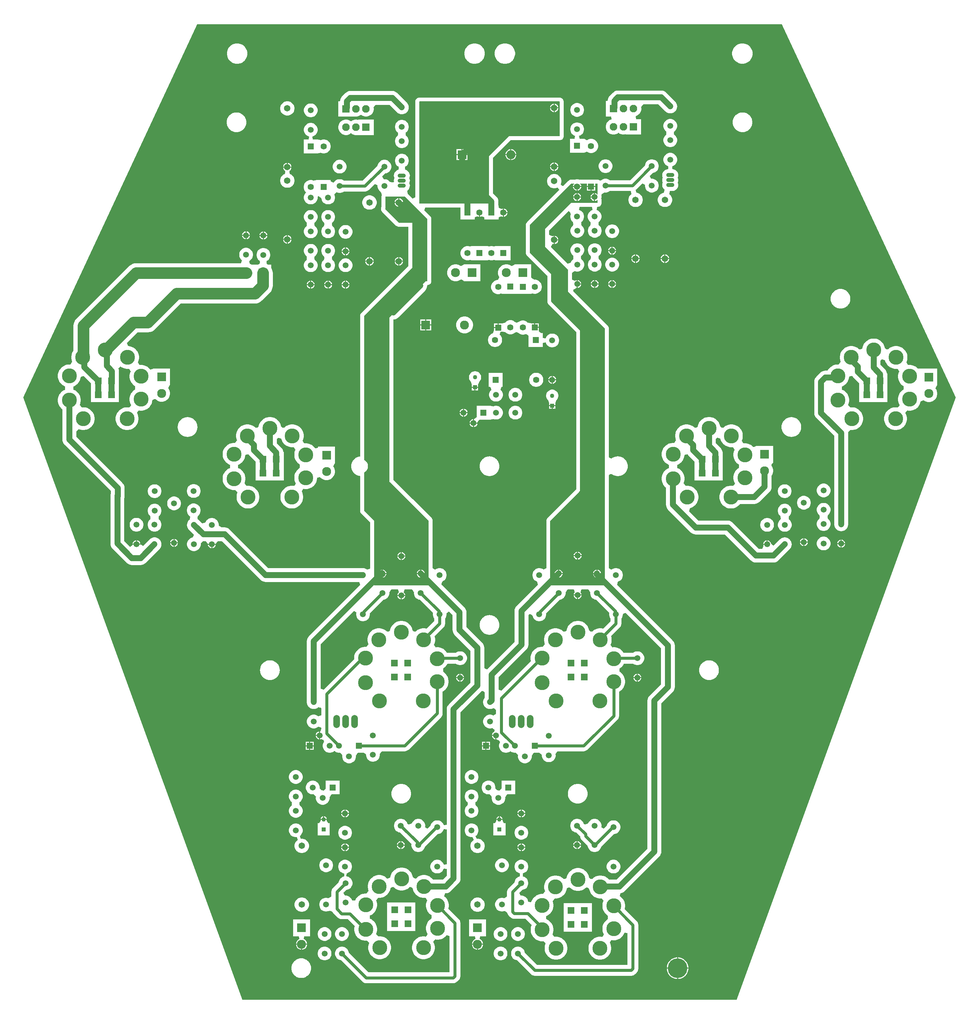
<source format=gbl>
G04*
G04 #@! TF.GenerationSoftware,Altium Limited,Altium Designer,24.5.2 (23)*
G04*
G04 Layer_Physical_Order=2*
G04 Layer_Color=16711680*
%FSLAX44Y44*%
%MOMM*%
G71*
G04*
G04 #@! TF.SameCoordinates,D553E347-6E3C-48DD-9562-C4322221CC57*
G04*
G04*
G04 #@! TF.FilePolarity,Positive*
G04*
G01*
G75*
%ADD49C,1.5000*%
%ADD50C,0.7500*%
%ADD51C,3.0000*%
%ADD52C,5.0000*%
%ADD53C,2.3000*%
%ADD54R,2.3000X2.3000*%
%ADD55C,1.5000*%
%ADD56R,1.7600X1.7600*%
%ADD57C,3.8100*%
%ADD58R,1.5080X1.5080*%
%ADD59C,1.5080*%
%ADD60R,2.2860X2.2860*%
%ADD61C,2.2860*%
%ADD62R,1.1000X1.1000*%
%ADD63C,1.1000*%
%ADD64C,1.6510*%
%ADD65R,1.9350X1.9350*%
%ADD66C,1.9350*%
%ADD67R,1.5900X1.5900*%
%ADD68C,1.5900*%
%ADD69R,1.5900X1.5900*%
%ADD70O,2.0800X1.0400*%
%ADD71R,2.3000X2.3000*%
%ADD72O,1.6764X3.3528*%
%ADD73C,1.2700*%
G36*
X3529040Y1735548D02*
X2970118Y199925D01*
X2970075Y199883D01*
X1710182Y199898D01*
X1151179Y1735744D01*
X1594719Y2686919D01*
X1668870Y2687066D01*
X3085339D01*
X3529040Y1735548D01*
D02*
G37*
%LPC*%
G36*
X2987576Y2638287D02*
X2982455D01*
X2977431Y2637288D01*
X2972700Y2635327D01*
X2968441Y2632482D01*
X2964820Y2628861D01*
X2961974Y2624602D01*
X2960015Y2619871D01*
X2959015Y2614847D01*
Y2609726D01*
X2960015Y2604703D01*
X2961974Y2599971D01*
X2964820Y2595713D01*
X2968441Y2592091D01*
X2972700Y2589246D01*
X2977431Y2587286D01*
X2982455Y2586287D01*
X2987576D01*
X2992599Y2587286D01*
X2997331Y2589246D01*
X3001589Y2592091D01*
X3005211Y2595713D01*
X3008056Y2599971D01*
X3010016Y2604703D01*
X3011015Y2609726D01*
Y2614847D01*
X3010016Y2619871D01*
X3008056Y2624602D01*
X3005211Y2628861D01*
X3001589Y2632482D01*
X2997331Y2635327D01*
X2992599Y2637288D01*
X2987576Y2638287D01*
D02*
G37*
G36*
X2382033Y2638246D02*
X2376911D01*
X2371888Y2637247D01*
X2367156Y2635287D01*
X2362898Y2632441D01*
X2359276Y2628820D01*
X2356431Y2624561D01*
X2354471Y2619830D01*
X2353472Y2614807D01*
Y2609685D01*
X2354471Y2604662D01*
X2356431Y2599930D01*
X2359276Y2595672D01*
X2362898Y2592050D01*
X2367156Y2589205D01*
X2371888Y2587245D01*
X2376911Y2586246D01*
X2382033D01*
X2387056Y2587245D01*
X2391788Y2589205D01*
X2396046Y2592050D01*
X2399668Y2595672D01*
X2402513Y2599930D01*
X2404473Y2604662D01*
X2405472Y2609685D01*
Y2614807D01*
X2404473Y2619830D01*
X2402513Y2624561D01*
X2399668Y2628820D01*
X2396046Y2632441D01*
X2391788Y2635287D01*
X2387056Y2637247D01*
X2382033Y2638246D01*
D02*
G37*
G36*
X2304563D02*
X2299441D01*
X2294418Y2637247D01*
X2289686Y2635287D01*
X2285428Y2632441D01*
X2281806Y2628820D01*
X2278961Y2624561D01*
X2277001Y2619830D01*
X2276002Y2614807D01*
Y2609685D01*
X2277001Y2604662D01*
X2278961Y2599930D01*
X2281806Y2595672D01*
X2285428Y2592050D01*
X2289686Y2589205D01*
X2294418Y2587245D01*
X2299441Y2586246D01*
X2304563D01*
X2309586Y2587245D01*
X2314318Y2589205D01*
X2318576Y2592050D01*
X2322198Y2595672D01*
X2325043Y2599930D01*
X2327003Y2604662D01*
X2328002Y2609685D01*
Y2614807D01*
X2327003Y2619830D01*
X2325043Y2624561D01*
X2322198Y2628820D01*
X2318576Y2632441D01*
X2314318Y2635287D01*
X2309586Y2637247D01*
X2304563Y2638246D01*
D02*
G37*
G36*
X1699019Y2638205D02*
X1693898D01*
X1688875Y2637206D01*
X1684143Y2635246D01*
X1679885Y2632401D01*
X1676263Y2628779D01*
X1673418Y2624521D01*
X1671458Y2619789D01*
X1670459Y2614766D01*
Y2609644D01*
X1671458Y2604621D01*
X1673418Y2599890D01*
X1676263Y2595631D01*
X1679885Y2592010D01*
X1684143Y2589164D01*
X1688875Y2587205D01*
X1693898Y2586205D01*
X1699019D01*
X1704043Y2587205D01*
X1708774Y2589164D01*
X1713033Y2592010D01*
X1716654Y2595631D01*
X1719500Y2599890D01*
X1721460Y2604621D01*
X1722459Y2609644D01*
Y2614766D01*
X1721460Y2619789D01*
X1719500Y2624521D01*
X1716654Y2628779D01*
X1713033Y2632401D01*
X1708774Y2635246D01*
X1704043Y2637206D01*
X1699019Y2638205D01*
D02*
G37*
G36*
X2518511Y2500302D02*
X2161693D01*
X2161038Y2500216D01*
X2160377D01*
X2159792Y2500139D01*
X2159792Y2500139D01*
X2159792D01*
X2159154Y2499968D01*
X2159083Y2499959D01*
X2159016Y2499931D01*
X2157249Y2499458D01*
X2157249Y2499458D01*
X2157249Y2499458D01*
X2156019Y2498747D01*
X2154969Y2498141D01*
X2154969Y2498141D01*
X2154969Y2498141D01*
X2154224Y2497396D01*
X2153107Y2496279D01*
X2151790Y2493999D01*
X2151790Y2493999D01*
X2151790Y2493999D01*
X2151317Y2492232D01*
X2151289Y2492165D01*
X2151280Y2492094D01*
X2151109Y2491456D01*
Y2491456D01*
X2151109Y2491456D01*
X2151032Y2490871D01*
Y2490210D01*
X2150946Y2489555D01*
Y2245474D01*
X2144017Y2242604D01*
X2131588Y2255032D01*
X2131461Y2255130D01*
X2130700Y2260145D01*
X2130745Y2261353D01*
X2131432Y2263952D01*
X2132582Y2264896D01*
X2134482Y2267211D01*
X2135893Y2269851D01*
X2136762Y2272716D01*
X2137056Y2275696D01*
X2136762Y2278676D01*
X2135893Y2281541D01*
X2135623Y2282046D01*
X2135893Y2282551D01*
X2136762Y2285416D01*
X2137056Y2288396D01*
X2136762Y2291376D01*
X2135893Y2294241D01*
X2135623Y2294746D01*
X2135893Y2295251D01*
X2136762Y2298116D01*
X2137056Y2301096D01*
X2136762Y2304076D01*
X2135893Y2306941D01*
X2134482Y2309581D01*
X2132582Y2311896D01*
X2130267Y2313795D01*
X2127627Y2315207D01*
X2125531Y2315843D01*
X2124748Y2317890D01*
X2124703Y2323618D01*
X2124871Y2323688D01*
X2127738Y2325603D01*
X2130175Y2328040D01*
X2132090Y2330907D01*
X2133409Y2334091D01*
X2134082Y2337472D01*
Y2340920D01*
X2133409Y2344301D01*
X2132090Y2347485D01*
X2130175Y2350352D01*
X2127738Y2352789D01*
X2124871Y2354704D01*
X2121687Y2356024D01*
X2118306Y2356696D01*
X2114858D01*
X2111477Y2356024D01*
X2108293Y2354704D01*
X2105426Y2352789D01*
X2102989Y2350352D01*
X2101074Y2347485D01*
X2099754Y2344301D01*
X2099082Y2340920D01*
Y2337472D01*
X2099754Y2334091D01*
X2101074Y2330907D01*
X2102989Y2328040D01*
X2105426Y2325603D01*
X2108293Y2323688D01*
X2108461Y2323618D01*
X2108416Y2317890D01*
X2107633Y2315843D01*
X2105537Y2315207D01*
X2102897Y2313795D01*
X2100582Y2311896D01*
X2098683Y2309581D01*
X2097271Y2306941D01*
X2096402Y2304076D01*
X2096108Y2301096D01*
X2096402Y2298116D01*
X2097271Y2295251D01*
X2097541Y2294746D01*
X2097271Y2294241D01*
X2096402Y2291376D01*
X2096108Y2288396D01*
X2096322Y2286227D01*
X2095821Y2284752D01*
X2095206Y2284049D01*
X2092974Y2283655D01*
X2086097Y2285025D01*
X2085725Y2285582D01*
X2083288Y2288019D01*
X2080421Y2289934D01*
X2077237Y2291254D01*
X2073856Y2291926D01*
X2070408D01*
X2070300Y2291904D01*
X2066606Y2298817D01*
X2074342Y2306553D01*
X2077237Y2307128D01*
X2080421Y2308448D01*
X2083288Y2310363D01*
X2085725Y2312800D01*
X2087640Y2315667D01*
X2088960Y2318851D01*
X2089632Y2322232D01*
Y2325680D01*
X2088960Y2329061D01*
X2087640Y2332245D01*
X2085725Y2335112D01*
X2083288Y2337549D01*
X2080421Y2339464D01*
X2077237Y2340784D01*
X2073856Y2341456D01*
X2070408D01*
X2067027Y2340784D01*
X2063843Y2339464D01*
X2060976Y2337549D01*
X2058539Y2335112D01*
X2056624Y2332245D01*
X2055305Y2329061D01*
X2054729Y2326166D01*
X2016857Y2288295D01*
X1968575D01*
X1966121Y2289934D01*
X1962937Y2291254D01*
X1959556Y2291926D01*
X1956108D01*
X1952727Y2291254D01*
X1949543Y2289934D01*
X1946676Y2288019D01*
X1944239Y2285582D01*
X1942642Y2283192D01*
X1941857Y2283080D01*
X1935142Y2286579D01*
Y2289816D01*
X1899242D01*
Y2289816D01*
X1891742Y2288159D01*
X1889408Y2289126D01*
X1885940Y2289816D01*
X1882404D01*
X1878936Y2289126D01*
X1875670Y2287773D01*
X1872730Y2285809D01*
X1870229Y2283309D01*
X1868265Y2280368D01*
X1866912Y2277102D01*
X1866222Y2273634D01*
Y2270098D01*
X1866912Y2266630D01*
X1868265Y2263363D01*
X1870229Y2260424D01*
X1872430Y2258223D01*
X1870579Y2256372D01*
X1868664Y2253505D01*
X1867345Y2250321D01*
X1866672Y2246940D01*
Y2243492D01*
X1867345Y2240111D01*
X1868664Y2236927D01*
X1870579Y2234060D01*
X1873016Y2231623D01*
X1875883Y2229708D01*
X1879067Y2228389D01*
X1882448Y2227716D01*
X1885896D01*
X1889277Y2228389D01*
X1892461Y2229708D01*
X1895328Y2231623D01*
X1897765Y2234060D01*
X1899680Y2236927D01*
X1900999Y2240111D01*
X1901672Y2243492D01*
Y2246940D01*
X1902647Y2248233D01*
X1904158D01*
X1911122Y2243492D01*
X1911794Y2240111D01*
X1913114Y2236927D01*
X1915029Y2234060D01*
X1917466Y2231623D01*
X1920333Y2229708D01*
X1923517Y2228389D01*
X1926898Y2227716D01*
X1930346D01*
X1933727Y2228389D01*
X1936911Y2229708D01*
X1939778Y2231623D01*
X1942215Y2234060D01*
X1944130Y2236927D01*
X1945450Y2240111D01*
X1946122Y2243492D01*
Y2246940D01*
X1945450Y2250321D01*
X1944130Y2253505D01*
X1944120Y2253521D01*
X1949527Y2258928D01*
X1949543Y2258918D01*
X1952727Y2257599D01*
X1956108Y2256926D01*
X1959556D01*
X1962937Y2257599D01*
X1966121Y2258918D01*
X1968575Y2260557D01*
X2022602D01*
X2026192Y2261030D01*
X2029536Y2262415D01*
X2032409Y2264619D01*
X2047741Y2279952D01*
X2054653Y2276258D01*
X2054632Y2276150D01*
Y2272702D01*
X2055305Y2269321D01*
X2056624Y2266137D01*
X2058539Y2263270D01*
X2060976Y2260833D01*
X2062370Y2259902D01*
X2064263Y2256455D01*
X2065240Y2250726D01*
X2065183Y2250511D01*
X2064840Y2247900D01*
Y2220997D01*
X2063913Y2218761D01*
X2063570Y2216150D01*
X2063913Y2213539D01*
X2064921Y2211107D01*
X2066524Y2209018D01*
X2102084Y2173458D01*
X2104173Y2171855D01*
X2106606Y2170847D01*
X2109216Y2170504D01*
X2133420D01*
Y2070468D01*
X2013184Y1950232D01*
X2011581Y1948143D01*
X2010573Y1945710D01*
X2010230Y1943100D01*
Y1585030D01*
X2010188Y1585024D01*
X2009201Y1584960D01*
X2006303Y1584383D01*
X2005366Y1584065D01*
X2004411Y1583809D01*
X2001681Y1582678D01*
X2000825Y1582184D01*
X1999937Y1581746D01*
X1997481Y1580105D01*
X1996737Y1579452D01*
X1995952Y1578850D01*
X1993863Y1576761D01*
X1993261Y1575976D01*
X1992608Y1575233D01*
X1990967Y1572776D01*
X1990529Y1571888D01*
X1990035Y1571032D01*
X1988904Y1568302D01*
X1988648Y1567347D01*
X1988330Y1566410D01*
X1987754Y1563512D01*
X1987689Y1562525D01*
X1987560Y1561544D01*
Y1558590D01*
X1987689Y1557609D01*
X1987754Y1556622D01*
X1988330Y1553724D01*
X1988648Y1552787D01*
X1988904Y1551832D01*
X1990035Y1549102D01*
X1990529Y1548246D01*
X1990967Y1547358D01*
X1992608Y1544901D01*
X1993261Y1544158D01*
X1993863Y1543373D01*
X1995952Y1541284D01*
X1996737Y1540681D01*
X1997481Y1540029D01*
X1999937Y1538388D01*
X2000825Y1537950D01*
X2001681Y1537456D01*
X2004411Y1536325D01*
X2005366Y1536069D01*
X2006303Y1535751D01*
X2009201Y1535175D01*
X2010188Y1535110D01*
X2010230Y1535104D01*
Y1446530D01*
X2010230Y1446530D01*
X2010573Y1443920D01*
X2011581Y1441487D01*
X2013184Y1439398D01*
X2013184Y1439398D01*
X2035630Y1416952D01*
Y1351280D01*
Y1299815D01*
X2033102Y1297665D01*
X2033036Y1297628D01*
X2028130Y1296515D01*
X2027959Y1296629D01*
X2027292Y1297177D01*
X2026530Y1297584D01*
X2025811Y1298064D01*
X2025013Y1298395D01*
X2024251Y1298802D01*
X2023425Y1299053D01*
X2022627Y1299384D01*
X2021779Y1299552D01*
X2020953Y1299803D01*
X2020093Y1299888D01*
X2019246Y1300056D01*
X2018382D01*
X2017522Y1300141D01*
X1776030D01*
X1677404Y1398766D01*
X1674740Y1400953D01*
X1671699Y1402578D01*
X1668401Y1403579D01*
X1664970Y1403917D01*
X1656104D01*
X1649450Y1408804D01*
Y1412252D01*
X1648777Y1415633D01*
X1647458Y1418817D01*
X1645543Y1421684D01*
X1643106Y1424121D01*
X1640239Y1426036D01*
X1637055Y1427355D01*
X1633674Y1428028D01*
X1630226D01*
X1626845Y1427355D01*
X1623661Y1426036D01*
X1620794Y1424121D01*
X1618357Y1421684D01*
X1616442Y1418817D01*
X1615555Y1416678D01*
X1612116Y1415162D01*
X1607230Y1414397D01*
X1598664Y1422962D01*
X1597997Y1423510D01*
X1597386Y1424121D01*
X1596667Y1424601D01*
X1596480Y1424754D01*
X1595747Y1426862D01*
X1595418Y1429512D01*
X1595444Y1430087D01*
X1595983Y1432451D01*
X1596338Y1433404D01*
X1596878Y1433765D01*
X1599315Y1436202D01*
X1601230Y1439069D01*
X1602549Y1442253D01*
X1603222Y1445634D01*
Y1449082D01*
X1602549Y1452463D01*
X1601230Y1455647D01*
X1599315Y1458514D01*
X1596878Y1460951D01*
X1594011Y1462866D01*
X1590827Y1464185D01*
X1587446Y1464858D01*
X1583998D01*
X1580617Y1464185D01*
X1577433Y1462866D01*
X1574566Y1460951D01*
X1572129Y1458514D01*
X1570214Y1455647D01*
X1568895Y1452463D01*
X1568222Y1449082D01*
Y1445634D01*
X1568895Y1442253D01*
X1570214Y1439069D01*
X1572129Y1436202D01*
X1574566Y1433765D01*
X1575498Y1433142D01*
X1576491Y1430253D01*
X1576375Y1427172D01*
X1575793Y1424601D01*
X1575074Y1424121D01*
X1574463Y1423510D01*
X1573796Y1422962D01*
X1573248Y1422295D01*
X1572637Y1421684D01*
X1572157Y1420965D01*
X1571609Y1420298D01*
X1571202Y1419536D01*
X1570722Y1418817D01*
X1570391Y1418019D01*
X1569984Y1417257D01*
X1569733Y1416431D01*
X1569402Y1415633D01*
X1569234Y1414785D01*
X1568983Y1413959D01*
X1568898Y1413099D01*
X1568730Y1412252D01*
Y1411388D01*
X1568645Y1410528D01*
X1568730Y1409668D01*
Y1408804D01*
X1568898Y1407957D01*
X1568983Y1407097D01*
X1569234Y1406270D01*
X1569402Y1405423D01*
X1569733Y1404625D01*
X1569984Y1403799D01*
X1570391Y1403037D01*
X1570722Y1402239D01*
X1571202Y1401520D01*
X1571609Y1400759D01*
X1572157Y1400091D01*
X1572637Y1399372D01*
X1573248Y1398761D01*
X1573796Y1398094D01*
X1585892Y1385998D01*
X1585178Y1382132D01*
X1583071Y1378212D01*
X1581125Y1377825D01*
X1577941Y1376506D01*
X1575074Y1374591D01*
X1572637Y1372154D01*
X1570722Y1369287D01*
X1569402Y1366103D01*
X1568730Y1362722D01*
Y1359274D01*
X1569402Y1355893D01*
X1570722Y1352709D01*
X1572637Y1349842D01*
X1575074Y1347405D01*
X1577941Y1345490D01*
X1581125Y1344171D01*
X1584506Y1343498D01*
X1587954D01*
X1591335Y1344171D01*
X1594519Y1345490D01*
X1597386Y1347405D01*
X1599823Y1349842D01*
X1601738Y1352709D01*
X1603058Y1355893D01*
X1603730Y1359274D01*
Y1362238D01*
X1603860Y1362976D01*
X1604082Y1363407D01*
X1609228Y1368496D01*
X1609987Y1368791D01*
X1610426Y1368747D01*
X1616171D01*
X1617435Y1367984D01*
X1621910Y1362320D01*
Y1362268D01*
X1631950D01*
X1641990D01*
Y1362320D01*
X1646465Y1367984D01*
X1647729Y1368747D01*
X1657686D01*
X1756312Y1270122D01*
X1758976Y1267935D01*
X1762017Y1266310D01*
X1765315Y1265309D01*
X1768746Y1264971D01*
X2007642D01*
X2010749Y1257471D01*
X1879358Y1126080D01*
X1877171Y1123416D01*
X1875546Y1120375D01*
X1874545Y1117077D01*
X1874207Y1113646D01*
Y958596D01*
X1874292Y957736D01*
Y956872D01*
X1874460Y956025D01*
X1874545Y955165D01*
X1874796Y954339D01*
X1874964Y953491D01*
X1875295Y952693D01*
X1875546Y951867D01*
X1875953Y951105D01*
X1876284Y950307D01*
X1876764Y949588D01*
X1877171Y948827D01*
X1877719Y948159D01*
X1878199Y947440D01*
X1878810Y946830D01*
X1879358Y946162D01*
X1880025Y945614D01*
X1880636Y945003D01*
X1881355Y944523D01*
X1882023Y943975D01*
X1882784Y943568D01*
X1883503Y943088D01*
X1884301Y942757D01*
X1885063Y942350D01*
X1885889Y942099D01*
X1886687Y941768D01*
X1887535Y941600D01*
X1888361Y941349D01*
X1889221Y941264D01*
X1890068Y941096D01*
X1890932D01*
X1891792Y941011D01*
X1892652Y941096D01*
X1893516D01*
X1894363Y941264D01*
X1895223Y941349D01*
X1896049Y941600D01*
X1896897Y941768D01*
X1897695Y942099D01*
X1898521Y942350D01*
X1899283Y942757D01*
X1900081Y943088D01*
X1900800Y943568D01*
X1901561Y943975D01*
X1902229Y944523D01*
X1902948Y945003D01*
X1903443Y945499D01*
X1904169Y945483D01*
X1907486Y944771D01*
X1908622Y944286D01*
X1910943Y942752D01*
Y924910D01*
X1903443Y922163D01*
X1902948Y922659D01*
X1900081Y924574D01*
X1896897Y925893D01*
X1893516Y926566D01*
X1890068D01*
X1886687Y925893D01*
X1883503Y924574D01*
X1880636Y922659D01*
X1878199Y920222D01*
X1876284Y917355D01*
X1874964Y914171D01*
X1874292Y910790D01*
Y907342D01*
X1874964Y903961D01*
X1876284Y900777D01*
X1878199Y897910D01*
X1880636Y895473D01*
X1883503Y893558D01*
X1886687Y892238D01*
X1890068Y891566D01*
X1893516D01*
X1896897Y892238D01*
X1900081Y893558D01*
X1902948Y895473D01*
X1903443Y895969D01*
X1910943Y893222D01*
Y890768D01*
X1908359Y883696D01*
X1908302D01*
Y873616D01*
Y863536D01*
X1908359D01*
X1910732Y864172D01*
X1911073Y864155D01*
X1916934Y861498D01*
X1918145Y857135D01*
X1916888Y855254D01*
X1915566Y852062D01*
X1914892Y848673D01*
Y845219D01*
X1915566Y841830D01*
X1916888Y838638D01*
X1918808Y835765D01*
X1921251Y833322D01*
X1924124Y831402D01*
X1927316Y830080D01*
X1930704Y829406D01*
X1934160D01*
X1937548Y830080D01*
X1940740Y831402D01*
X1943613Y833322D01*
X1944497Y834206D01*
X1945381Y833322D01*
X1948254Y831402D01*
X1951446Y830080D01*
X1954834Y829406D01*
X1958289D01*
X1958672Y829482D01*
X1961219Y827861D01*
X1964008Y824700D01*
X1964659Y823197D01*
X1964422Y822003D01*
Y818549D01*
X1965096Y815160D01*
X1966418Y811968D01*
X1968338Y809095D01*
X1970781Y806652D01*
X1973654Y804732D01*
X1976846Y803410D01*
X1980235Y802736D01*
X1983690D01*
X1987078Y803410D01*
X1990270Y804732D01*
X1993143Y806652D01*
X1995586Y809095D01*
X1997506Y811968D01*
X1998828Y815160D01*
X1999502Y818549D01*
Y822003D01*
X2003902Y828547D01*
X2005283Y829406D01*
X2018490D01*
X2025157Y825947D01*
X2025421Y822381D01*
X2025422Y822362D01*
X2025466Y822140D01*
X2026095Y818981D01*
X2027414Y815797D01*
X2029329Y812930D01*
X2031766Y810493D01*
X2034633Y808578D01*
X2037817Y807259D01*
X2041198Y806586D01*
X2044646D01*
X2048027Y807259D01*
X2051211Y808578D01*
X2054078Y810493D01*
X2056515Y812930D01*
X2058430Y815797D01*
X2059749Y818981D01*
X2060422Y822362D01*
Y825810D01*
X2064936Y832288D01*
X2066257Y833077D01*
X2123804D01*
X2127393Y833550D01*
X2130738Y834935D01*
X2133611Y837139D01*
X2216559Y920087D01*
X2218763Y922960D01*
X2220148Y926304D01*
X2220621Y929894D01*
Y985383D01*
X2221978Y986074D01*
X2225677Y988762D01*
X2228910Y991995D01*
X2231598Y995695D01*
X2233674Y999769D01*
X2235087Y1004117D01*
X2235802Y1008634D01*
Y1013206D01*
X2235087Y1017723D01*
X2233674Y1022071D01*
X2231598Y1026145D01*
X2228910Y1029845D01*
X2225677Y1033078D01*
X2221978Y1035766D01*
X2221672Y1035921D01*
Y1044339D01*
X2221978Y1044494D01*
X2225677Y1047182D01*
X2228910Y1050415D01*
X2231598Y1054115D01*
X2232799Y1056472D01*
X2254616D01*
X2256883Y1054958D01*
X2260067Y1053639D01*
X2263448Y1052966D01*
X2266896D01*
X2270277Y1053639D01*
X2273461Y1054958D01*
X2276328Y1056873D01*
X2278765Y1059310D01*
X2280680Y1062177D01*
X2282000Y1065361D01*
X2282672Y1068742D01*
Y1072190D01*
X2282000Y1075571D01*
X2280680Y1078755D01*
X2278765Y1081622D01*
X2276328Y1084059D01*
X2273461Y1085974D01*
X2270277Y1087293D01*
X2266896Y1087966D01*
X2263448D01*
X2260067Y1087293D01*
X2256883Y1085974D01*
X2254242Y1084210D01*
X2231779D01*
X2231598Y1084566D01*
X2228910Y1088265D01*
X2225677Y1091498D01*
X2221978Y1094186D01*
X2217903Y1096262D01*
X2213555Y1097675D01*
X2209038Y1098390D01*
X2204466D01*
X2203438Y1098227D01*
X2202679Y1098741D01*
X2198647Y1105003D01*
X2199384Y1106449D01*
X2200797Y1110797D01*
X2201512Y1115314D01*
Y1119886D01*
X2200797Y1124403D01*
X2200111Y1126512D01*
X2222909Y1149309D01*
X2225113Y1152182D01*
X2226498Y1155527D01*
X2226971Y1159116D01*
Y1171483D01*
X2228610Y1173937D01*
X2229930Y1177121D01*
X2230602Y1180502D01*
Y1183950D01*
X2230309Y1185424D01*
X2236378Y1189332D01*
X2236859Y1189481D01*
X2246063Y1180276D01*
Y1142492D01*
X2246401Y1139061D01*
X2247402Y1135763D01*
X2249027Y1132722D01*
X2251214Y1130058D01*
X2291529Y1089742D01*
Y1007790D01*
X2236228Y952488D01*
X2234041Y949824D01*
X2232416Y946783D01*
X2231415Y943485D01*
X2231077Y940054D01*
X2231077Y645460D01*
X2223580Y644711D01*
X2222260Y647895D01*
X2220345Y650762D01*
X2217908Y653199D01*
X2215041Y655114D01*
X2211857Y656433D01*
X2208476Y657106D01*
X2205028D01*
X2201647Y656433D01*
X2198463Y655114D01*
X2195596Y653199D01*
X2193159Y650762D01*
X2191244Y647895D01*
X2189924Y644711D01*
X2189664Y643401D01*
X2182249Y635986D01*
X2180259Y636654D01*
X2175655Y639999D01*
X2175992Y641692D01*
Y645140D01*
X2175320Y648521D01*
X2174000Y651705D01*
X2172085Y654572D01*
X2169648Y657009D01*
X2166781Y658924D01*
X2163597Y660244D01*
X2160216Y660916D01*
X2156768D01*
X2153387Y660244D01*
X2150203Y658924D01*
X2147336Y657009D01*
X2144899Y654572D01*
X2142984Y651705D01*
X2141765Y648762D01*
X2139636Y647989D01*
X2134159Y646552D01*
X2130869Y648521D01*
X2129550Y651705D01*
X2127635Y654572D01*
X2125198Y657009D01*
X2122331Y658924D01*
X2119147Y660244D01*
X2115766Y660916D01*
X2112318D01*
X2108937Y660244D01*
X2105753Y658924D01*
X2102886Y657009D01*
X2100449Y654572D01*
X2098534Y651705D01*
X2097215Y648521D01*
X2096542Y645140D01*
Y641692D01*
X2097215Y638311D01*
X2098534Y635127D01*
X2100449Y632260D01*
X2102886Y629823D01*
X2105753Y627908D01*
X2108937Y626589D01*
X2111832Y626013D01*
X2141198Y596646D01*
X2140992Y595610D01*
Y592162D01*
X2141664Y588781D01*
X2142984Y585597D01*
X2144899Y582730D01*
X2147336Y580293D01*
X2150203Y578378D01*
X2153387Y577058D01*
X2156768Y576386D01*
X2160216D01*
X2163597Y577058D01*
X2166781Y578378D01*
X2169648Y580293D01*
X2172085Y582730D01*
X2174000Y585597D01*
X2175320Y588781D01*
X2175580Y590091D01*
X2207595Y622106D01*
X2208476D01*
X2211857Y622779D01*
X2215041Y624098D01*
X2217908Y626013D01*
X2220345Y628450D01*
X2222260Y631317D01*
X2223580Y634501D01*
X2231077Y633752D01*
Y545130D01*
X2223580Y544381D01*
X2222260Y547565D01*
X2220345Y550432D01*
X2217908Y552869D01*
X2215041Y554784D01*
X2211857Y556104D01*
X2208476Y556776D01*
X2205028D01*
X2201647Y556104D01*
X2198463Y554784D01*
X2195596Y552869D01*
X2193159Y550432D01*
X2191244Y547565D01*
X2189924Y544381D01*
X2189252Y541000D01*
Y537552D01*
X2189924Y534171D01*
X2191244Y530987D01*
X2193159Y528120D01*
X2195596Y525683D01*
X2198463Y523768D01*
X2201647Y522449D01*
X2205028Y521776D01*
X2208476D01*
X2211857Y522449D01*
X2215041Y523768D01*
X2217908Y525683D01*
X2220345Y528120D01*
X2222260Y530987D01*
X2223580Y534171D01*
X2231077Y533422D01*
Y515970D01*
X2221168Y506061D01*
X2196077D01*
X2195128Y507367D01*
X2191895Y510600D01*
X2188195Y513288D01*
X2184121Y515364D01*
X2179773Y516777D01*
X2175256Y517492D01*
X2170684D01*
X2166167Y516777D01*
X2161819Y515364D01*
X2157744Y513288D01*
X2154045Y510600D01*
X2152370Y508925D01*
X2148373Y509380D01*
X2147131Y509847D01*
X2144588Y511560D01*
X2144155Y514295D01*
X2142742Y518643D01*
X2140666Y522718D01*
X2137978Y526417D01*
X2134745Y529650D01*
X2131046Y532338D01*
X2126971Y534414D01*
X2122623Y535827D01*
X2118106Y536542D01*
X2113534D01*
X2109017Y535827D01*
X2104669Y534414D01*
X2100594Y532338D01*
X2096895Y529650D01*
X2093662Y526417D01*
X2090974Y522718D01*
X2088898Y518643D01*
X2087485Y514295D01*
X2087052Y511560D01*
X2084509Y509847D01*
X2083267Y509380D01*
X2079270Y508925D01*
X2077595Y510600D01*
X2073896Y513288D01*
X2069821Y515364D01*
X2065473Y516777D01*
X2060956Y517492D01*
X2056384D01*
X2051867Y516777D01*
X2047519Y515364D01*
X2043445Y513288D01*
X2039745Y510600D01*
X2036512Y507367D01*
X2033824Y503667D01*
X2031748Y499593D01*
X2030335Y495245D01*
X2029620Y490728D01*
Y486156D01*
X2030335Y481639D01*
X2031748Y477291D01*
X2026801Y470481D01*
X2026666Y470502D01*
X2022094D01*
X2017577Y469787D01*
X2013229Y468374D01*
X2009155Y466298D01*
X2005455Y463610D01*
X2002222Y460377D01*
X1999534Y456678D01*
X1997521Y452727D01*
X1997137Y452603D01*
X1991041Y452601D01*
X1989716Y453045D01*
X1988580Y455785D01*
X1986665Y458652D01*
X1984228Y461089D01*
X1981361Y463004D01*
X1978177Y464324D01*
X1974796Y464996D01*
X1971348D01*
X1971175Y465097D01*
X1967546Y471887D01*
X1975282Y479623D01*
X1978177Y480199D01*
X1981361Y481518D01*
X1984228Y483433D01*
X1986665Y485870D01*
X1988580Y488737D01*
X1989899Y491922D01*
X1990572Y495302D01*
Y498750D01*
X1989899Y502131D01*
X1988580Y505315D01*
X1986665Y508182D01*
X1984228Y510619D01*
X1981361Y512534D01*
X1978177Y513853D01*
X1974796Y514526D01*
X1975335Y521653D01*
X1976850Y522092D01*
X1976907Y522108D01*
X1977121Y522197D01*
X1980091Y523428D01*
X1982958Y525343D01*
X1985395Y527780D01*
X1987310Y530647D01*
X1988629Y533831D01*
X1989302Y537212D01*
Y540660D01*
X1988629Y544041D01*
X1987310Y547225D01*
X1985395Y550092D01*
X1982958Y552529D01*
X1980091Y554444D01*
X1976907Y555764D01*
X1973526Y556436D01*
X1970078D01*
X1966697Y555764D01*
X1963513Y554444D01*
X1960646Y552529D01*
X1958209Y550092D01*
X1956294Y547225D01*
X1954975Y544041D01*
X1954302Y540660D01*
Y537212D01*
X1954975Y533831D01*
X1956294Y530647D01*
X1958209Y527780D01*
X1960646Y525343D01*
X1963513Y523428D01*
X1966697Y522109D01*
X1970078Y521436D01*
X1969539Y514309D01*
X1968024Y513870D01*
X1967967Y513854D01*
X1967753Y513765D01*
X1964783Y512534D01*
X1961916Y510619D01*
X1959479Y508182D01*
X1957564Y505315D01*
X1956245Y502131D01*
X1955669Y499236D01*
X1940913Y484481D01*
X1938709Y481608D01*
X1937324Y478264D01*
X1936851Y474674D01*
Y463290D01*
X1935440Y461698D01*
X1929351Y458652D01*
X1928647Y458943D01*
X1925266Y459616D01*
X1921818D01*
X1918437Y458943D01*
X1915253Y457624D01*
X1912386Y455709D01*
X1909949Y453272D01*
X1908034Y450405D01*
X1906714Y447221D01*
X1906042Y443840D01*
Y440392D01*
X1906714Y437011D01*
X1908034Y433827D01*
X1909949Y430960D01*
X1912386Y428523D01*
X1915253Y426608D01*
X1918437Y425289D01*
X1921818Y424616D01*
X1925266D01*
X1928647Y425289D01*
X1930317Y425980D01*
X1932277Y426462D01*
X1938437Y424447D01*
X1939684Y423088D01*
X1940913Y421485D01*
X1953359Y409039D01*
X1956232Y406835D01*
X1959577Y405450D01*
X1963166Y404977D01*
X1978537D01*
X1996400Y387115D01*
X1996045Y386025D01*
X1995330Y381508D01*
Y376936D01*
X1996045Y372419D01*
X1997458Y368071D01*
X1999534Y363997D01*
X2002222Y360297D01*
X2005455Y357064D01*
X2009155Y354376D01*
X2013229Y352300D01*
X2017577Y350887D01*
X2022094Y350172D01*
X2026666D01*
X2028182Y350412D01*
X2032980Y344610D01*
X2033219Y343777D01*
X2033018Y343383D01*
X2031605Y339035D01*
X2030890Y334518D01*
Y329946D01*
X2031605Y325429D01*
X2033018Y321081D01*
X2035094Y317006D01*
X2037782Y313307D01*
X2041015Y310074D01*
X2044715Y307386D01*
X2048789Y305310D01*
X2053137Y303897D01*
X2057654Y303182D01*
X2062226D01*
X2066743Y303897D01*
X2071091Y305310D01*
X2075166Y307386D01*
X2078865Y310074D01*
X2082098Y313307D01*
X2084786Y317006D01*
X2086862Y321081D01*
X2088275Y325429D01*
X2088990Y329946D01*
Y334518D01*
X2088275Y339035D01*
X2086862Y343383D01*
X2084786Y347458D01*
X2082098Y351157D01*
X2078865Y354390D01*
X2075166Y357078D01*
X2071091Y359154D01*
X2066743Y360567D01*
X2062226Y361282D01*
X2057654D01*
X2056138Y361042D01*
X2051340Y366844D01*
X2051101Y367677D01*
X2051302Y368071D01*
X2052715Y372419D01*
X2053430Y376936D01*
Y381508D01*
X2052715Y386025D01*
X2051302Y390373D01*
X2049226Y394448D01*
X2046538Y398147D01*
X2043305Y401380D01*
X2039606Y404068D01*
X2035531Y406144D01*
X2034761Y406394D01*
Y414280D01*
X2035531Y414530D01*
X2039606Y416606D01*
X2043305Y419294D01*
X2046538Y422527D01*
X2049226Y426227D01*
X2051302Y430301D01*
X2052715Y434649D01*
X2053430Y439166D01*
Y443738D01*
X2052715Y448255D01*
X2051302Y452603D01*
X2056249Y459413D01*
X2056384Y459392D01*
X2060956D01*
X2065473Y460107D01*
X2069821Y461520D01*
X2073896Y463596D01*
X2077595Y466284D01*
X2080828Y469517D01*
X2083516Y473217D01*
X2085592Y477291D01*
X2087005Y481639D01*
X2087438Y484374D01*
X2089981Y486087D01*
X2091223Y486554D01*
X2095220Y487009D01*
X2096895Y485334D01*
X2100594Y482646D01*
X2104669Y480570D01*
X2109017Y479157D01*
X2113534Y478442D01*
X2118106D01*
X2122623Y479157D01*
X2126971Y480570D01*
X2131046Y482646D01*
X2134745Y485334D01*
X2136420Y487009D01*
X2140417Y486554D01*
X2141659Y486087D01*
X2144202Y484374D01*
X2144635Y481639D01*
X2146048Y477291D01*
X2148124Y473217D01*
X2150812Y469517D01*
X2154045Y466284D01*
X2157744Y463596D01*
X2161819Y461520D01*
X2166167Y460107D01*
X2170684Y459392D01*
X2175256D01*
X2176284Y459555D01*
X2177043Y459041D01*
X2181075Y452779D01*
X2180338Y451333D01*
X2178925Y446985D01*
X2178210Y442468D01*
Y437896D01*
X2178925Y433379D01*
X2180338Y429031D01*
X2182414Y424957D01*
X2185102Y421257D01*
X2188335Y418024D01*
X2192034Y415336D01*
X2192340Y415181D01*
Y406763D01*
X2192034Y406608D01*
X2188335Y403920D01*
X2185102Y400687D01*
X2182414Y396987D01*
X2180338Y392913D01*
X2178925Y388565D01*
X2178210Y384048D01*
Y379476D01*
X2178925Y374959D01*
X2180338Y370611D01*
X2182020Y367310D01*
X2180413Y363799D01*
X2177348Y360750D01*
X2173986Y361282D01*
X2169414D01*
X2164897Y360567D01*
X2160549Y359154D01*
X2156474Y357078D01*
X2152775Y354390D01*
X2149542Y351157D01*
X2146854Y347458D01*
X2144778Y343383D01*
X2143365Y339035D01*
X2142650Y334518D01*
Y329946D01*
X2143365Y325429D01*
X2144778Y321081D01*
X2146854Y317006D01*
X2149542Y313307D01*
X2152775Y310074D01*
X2156474Y307386D01*
X2160549Y305310D01*
X2164897Y303897D01*
X2169414Y303182D01*
X2173986D01*
X2178503Y303897D01*
X2182851Y305310D01*
X2186926Y307386D01*
X2190625Y310074D01*
X2193858Y313307D01*
X2196546Y317006D01*
X2198622Y321081D01*
X2200035Y325429D01*
X2200750Y329946D01*
Y334518D01*
X2200035Y339035D01*
X2198622Y343383D01*
X2196940Y346684D01*
X2198547Y350195D01*
X2201612Y353245D01*
X2204974Y352712D01*
X2209546D01*
X2214063Y353427D01*
X2218411Y354840D01*
X2222486Y356916D01*
X2226185Y359604D01*
X2229418Y362837D01*
X2230623Y364496D01*
X2238123Y362059D01*
Y269421D01*
X2031655D01*
X1981331Y319744D01*
X1980755Y322639D01*
X1979436Y325823D01*
X1977521Y328690D01*
X1975084Y331127D01*
X1972217Y333042D01*
X1969033Y334361D01*
X1965652Y335034D01*
X1962204D01*
X1958823Y334361D01*
X1955639Y333042D01*
X1952772Y331127D01*
X1950335Y328690D01*
X1948420Y325823D01*
X1947101Y322639D01*
X1946428Y319258D01*
Y315810D01*
X1947101Y312429D01*
X1948420Y309245D01*
X1950335Y306378D01*
X1952772Y303941D01*
X1955639Y302026D01*
X1958823Y300707D01*
X1961718Y300131D01*
X2016104Y245745D01*
X2018976Y243541D01*
X2022321Y242156D01*
X2025910Y241683D01*
X2247599D01*
X2251188Y242156D01*
X2254533Y243541D01*
X2257405Y245745D01*
X2261799Y250139D01*
X2264003Y253011D01*
X2265388Y256356D01*
X2265860Y259945D01*
Y395450D01*
X2265388Y399040D01*
X2264003Y402384D01*
X2261799Y405257D01*
X2235124Y431931D01*
X2235595Y433379D01*
X2236310Y437896D01*
Y442468D01*
X2235595Y446985D01*
X2234182Y451333D01*
X2232106Y455407D01*
X2229418Y459107D01*
X2226185Y462340D01*
X2224738Y463391D01*
X2227175Y470891D01*
X2228452D01*
X2231883Y471229D01*
X2235181Y472230D01*
X2238221Y473855D01*
X2240886Y476042D01*
X2261096Y496252D01*
X2263283Y498917D01*
X2264908Y501957D01*
X2265909Y505255D01*
X2266247Y508686D01*
X2266218Y508978D01*
X2266247Y509270D01*
X2266247Y932770D01*
X2320351Y986875D01*
X2324949Y985837D01*
X2327851Y983930D01*
Y969824D01*
X2327779Y969752D01*
X2327299Y969033D01*
X2326751Y968365D01*
X2326344Y967604D01*
X2325864Y966885D01*
X2325533Y966087D01*
X2325126Y965325D01*
X2324875Y964499D01*
X2324545Y963701D01*
X2324376Y962853D01*
X2324125Y962027D01*
X2324041Y961167D01*
X2323872Y960320D01*
Y959456D01*
X2323787Y958596D01*
X2323872Y957736D01*
Y956872D01*
X2324041Y956025D01*
X2324125Y955165D01*
X2324376Y954339D01*
X2324545Y953491D01*
X2324875Y952693D01*
X2325126Y951867D01*
X2325533Y951105D01*
X2325864Y950307D01*
X2326344Y949588D01*
X2326751Y948827D01*
X2327299Y948159D01*
X2327779Y947440D01*
X2328390Y946829D01*
X2328938Y946162D01*
X2329605Y945614D01*
X2330216Y945003D01*
X2330935Y944523D01*
X2331602Y943975D01*
X2332364Y943568D01*
X2333083Y943088D01*
X2333881Y942757D01*
X2334643Y942350D01*
X2335469Y942099D01*
X2336267Y941768D01*
X2337115Y941600D01*
X2337941Y941349D01*
X2338801Y941264D01*
X2339648Y941096D01*
X2340512D01*
X2341372Y941011D01*
X2342232Y941096D01*
X2343096D01*
X2343943Y941264D01*
X2344803Y941349D01*
X2345629Y941600D01*
X2346477Y941768D01*
X2347275Y942099D01*
X2348101Y942350D01*
X2348863Y942757D01*
X2349661Y943088D01*
X2353554Y941700D01*
X2353948Y941469D01*
X2355972Y939661D01*
X2356713Y938795D01*
Y928867D01*
X2349661Y924574D01*
X2346477Y925893D01*
X2343096Y926566D01*
X2339648D01*
X2336267Y925893D01*
X2333083Y924574D01*
X2330216Y922659D01*
X2327779Y920222D01*
X2325864Y917355D01*
X2324545Y914171D01*
X2323872Y910790D01*
Y907342D01*
X2324545Y903961D01*
X2325864Y900777D01*
X2327779Y897910D01*
X2330216Y895473D01*
X2333083Y893558D01*
X2336267Y892238D01*
X2339648Y891566D01*
X2343096D01*
X2346477Y892238D01*
X2346913Y892419D01*
X2353558Y887655D01*
X2352721Y883009D01*
X2350423Y881682D01*
X2348546Y879805D01*
X2347219Y877507D01*
X2346532Y874943D01*
Y874886D01*
X2356612D01*
Y873616D01*
X2357882D01*
Y863536D01*
X2357939D01*
X2358533Y863695D01*
X2364207Y860661D01*
X2366130Y858812D01*
X2366629Y855495D01*
X2366468Y855254D01*
X2365146Y852062D01*
X2364472Y848673D01*
Y845219D01*
X2365146Y841830D01*
X2366468Y838638D01*
X2368388Y835765D01*
X2370831Y833322D01*
X2373704Y831402D01*
X2376896Y830080D01*
X2380284Y829406D01*
X2383739D01*
X2387128Y830080D01*
X2390320Y831402D01*
X2393193Y833322D01*
X2393442Y833571D01*
X2393691Y833322D01*
X2396564Y831402D01*
X2399756Y830080D01*
X2403145Y829406D01*
X2406599D01*
X2406982Y829482D01*
X2409529Y827861D01*
X2412319Y824700D01*
X2412969Y823197D01*
X2412732Y822003D01*
Y818549D01*
X2413406Y815160D01*
X2414728Y811968D01*
X2416648Y809095D01*
X2419091Y806652D01*
X2421964Y804732D01*
X2425156Y803410D01*
X2428544Y802736D01*
X2432000D01*
X2435388Y803410D01*
X2438580Y804732D01*
X2441453Y806652D01*
X2443896Y809095D01*
X2445816Y811968D01*
X2447138Y815160D01*
X2447812Y818549D01*
Y822003D01*
X2452212Y828547D01*
X2453593Y829406D01*
X2467063D01*
X2473550Y824672D01*
X2473732Y822121D01*
Y821092D01*
X2474404Y817711D01*
X2475724Y814527D01*
X2477639Y811660D01*
X2480076Y809223D01*
X2482943Y807308D01*
X2486127Y805988D01*
X2489508Y805316D01*
X2492956D01*
X2496337Y805988D01*
X2499521Y807308D01*
X2502388Y809223D01*
X2504825Y811660D01*
X2506740Y814527D01*
X2508060Y817711D01*
X2508732Y821092D01*
Y824540D01*
X2508526Y825577D01*
X2511817Y831160D01*
X2514041Y833077D01*
X2580242D01*
X2583831Y833550D01*
X2587176Y834935D01*
X2590049Y837139D01*
X2666647Y913737D01*
X2668851Y916610D01*
X2670236Y919955D01*
X2670709Y923544D01*
Y985383D01*
X2672065Y986074D01*
X2675765Y988762D01*
X2678998Y991995D01*
X2681686Y995695D01*
X2683762Y999769D01*
X2685175Y1004117D01*
X2685890Y1008634D01*
Y1013206D01*
X2685175Y1017723D01*
X2683762Y1022071D01*
X2681686Y1026145D01*
X2678998Y1029845D01*
X2675765Y1033078D01*
X2672065Y1035766D01*
X2671760Y1035921D01*
Y1044339D01*
X2672065Y1044494D01*
X2675765Y1047182D01*
X2678998Y1050415D01*
X2681686Y1054115D01*
X2682887Y1056472D01*
X2706736D01*
X2709003Y1054958D01*
X2712188Y1053639D01*
X2715569Y1052966D01*
X2719016D01*
X2722397Y1053639D01*
X2725581Y1054958D01*
X2728448Y1056873D01*
X2730885Y1059310D01*
X2732800Y1062177D01*
X2734120Y1065361D01*
X2734792Y1068742D01*
Y1072190D01*
X2734120Y1075571D01*
X2732800Y1078755D01*
X2730885Y1081622D01*
X2728448Y1084059D01*
X2725581Y1085974D01*
X2722397Y1087293D01*
X2719016Y1087966D01*
X2715569D01*
X2712188Y1087293D01*
X2709003Y1085974D01*
X2706362Y1084210D01*
X2681867D01*
X2681686Y1084566D01*
X2678998Y1088265D01*
X2675765Y1091498D01*
X2672065Y1094186D01*
X2667991Y1096262D01*
X2663643Y1097675D01*
X2659126Y1098390D01*
X2654554D01*
X2653526Y1098227D01*
X2652767Y1098741D01*
X2648735Y1105003D01*
X2649472Y1106449D01*
X2650885Y1110797D01*
X2651600Y1115314D01*
Y1119886D01*
X2650885Y1124403D01*
X2650075Y1126896D01*
X2672489Y1149309D01*
X2674693Y1152182D01*
X2676078Y1155527D01*
X2676551Y1159116D01*
Y1171483D01*
X2678190Y1173937D01*
X2679510Y1177121D01*
X2680182Y1180502D01*
Y1182591D01*
X2683436Y1184847D01*
X2687431Y1185948D01*
X2777431Y1095948D01*
Y1003980D01*
X2748292Y974840D01*
X2746105Y972176D01*
X2744480Y969135D01*
X2743479Y965837D01*
X2743141Y962406D01*
Y584804D01*
X2664398Y506061D01*
X2644988D01*
X2644962Y506097D01*
X2641729Y509330D01*
X2638029Y512018D01*
X2633955Y514094D01*
X2629607Y515507D01*
X2625090Y516222D01*
X2620518D01*
X2616001Y515507D01*
X2611653Y514094D01*
X2607578Y512018D01*
X2603879Y509330D01*
X2602204Y507655D01*
X2598207Y508110D01*
X2596965Y508577D01*
X2594422Y510290D01*
X2593989Y513025D01*
X2592576Y517373D01*
X2590500Y521447D01*
X2587812Y525147D01*
X2584579Y528380D01*
X2580880Y531068D01*
X2576805Y533144D01*
X2572457Y534557D01*
X2567940Y535272D01*
X2563368D01*
X2558851Y534557D01*
X2554503Y533144D01*
X2550428Y531068D01*
X2546729Y528380D01*
X2543496Y525147D01*
X2540808Y521447D01*
X2538732Y517373D01*
X2537319Y513025D01*
X2536886Y510290D01*
X2534343Y508577D01*
X2533101Y508110D01*
X2529104Y507655D01*
X2527429Y509330D01*
X2523730Y512018D01*
X2519655Y514094D01*
X2515307Y515507D01*
X2510790Y516222D01*
X2506218D01*
X2501701Y515507D01*
X2497353Y514094D01*
X2493279Y512018D01*
X2489579Y509330D01*
X2486346Y506097D01*
X2483658Y502397D01*
X2481582Y498323D01*
X2480169Y493975D01*
X2479454Y489458D01*
Y484886D01*
X2480169Y480369D01*
X2481582Y476021D01*
X2476635Y469211D01*
X2476500Y469232D01*
X2471928D01*
X2467411Y468517D01*
X2463063Y467104D01*
X2458988Y465028D01*
X2455289Y462340D01*
X2452056Y459107D01*
X2449368Y455407D01*
X2447292Y451333D01*
X2446382Y448532D01*
X2438882Y449220D01*
X2438210Y452601D01*
X2436890Y455785D01*
X2434975Y458652D01*
X2432538Y461089D01*
X2429671Y463004D01*
X2426487Y464324D01*
X2423106Y464996D01*
X2419658D01*
X2419492Y465083D01*
X2415856Y471887D01*
X2423592Y479623D01*
X2426487Y480199D01*
X2429671Y481518D01*
X2432538Y483433D01*
X2434975Y485870D01*
X2436890Y488737D01*
X2438210Y491921D01*
X2438882Y495302D01*
Y498750D01*
X2438210Y502131D01*
X2436890Y505315D01*
X2434975Y508182D01*
X2432538Y510619D01*
X2429671Y512534D01*
X2426487Y513853D01*
X2425280Y514094D01*
X2424958Y514158D01*
Y521804D01*
X2425280Y521868D01*
X2426487Y522108D01*
X2429671Y523428D01*
X2432538Y525343D01*
X2434975Y527780D01*
X2436890Y530647D01*
X2438210Y533831D01*
X2438882Y537212D01*
Y540660D01*
X2438210Y544041D01*
X2436890Y547225D01*
X2434975Y550092D01*
X2432538Y552529D01*
X2429671Y554444D01*
X2426487Y555764D01*
X2423106Y556436D01*
X2419658D01*
X2416277Y555764D01*
X2413093Y554444D01*
X2410226Y552529D01*
X2407789Y550092D01*
X2405874Y547225D01*
X2404554Y544041D01*
X2403882Y540660D01*
Y537212D01*
X2404554Y533831D01*
X2405874Y530647D01*
X2407789Y527780D01*
X2410226Y525343D01*
X2413093Y523428D01*
X2416277Y522108D01*
X2417484Y521869D01*
X2417806Y521804D01*
Y514158D01*
X2417484Y514094D01*
X2416277Y513853D01*
X2413093Y512534D01*
X2410226Y510619D01*
X2407789Y508182D01*
X2405874Y505315D01*
X2404554Y502131D01*
X2403979Y499236D01*
X2388969Y484227D01*
X2386765Y481354D01*
X2385380Y478009D01*
X2384907Y474420D01*
Y463460D01*
X2383768Y462065D01*
X2377407Y458757D01*
X2376957Y458943D01*
X2373576Y459616D01*
X2370128D01*
X2366747Y458943D01*
X2363563Y457624D01*
X2360696Y455709D01*
X2358259Y453272D01*
X2356344Y450405D01*
X2355025Y447221D01*
X2354352Y443840D01*
Y440392D01*
X2355025Y437011D01*
X2356344Y433827D01*
X2358259Y430960D01*
X2360696Y428523D01*
X2363563Y426608D01*
X2366747Y425289D01*
X2370128Y424616D01*
X2373576D01*
X2376957Y425289D01*
X2377407Y425475D01*
X2379236Y425178D01*
X2383845Y422642D01*
X2385329Y421054D01*
X2385380Y420666D01*
X2386765Y417321D01*
X2388969Y414449D01*
X2393363Y410055D01*
X2396235Y407851D01*
X2399580Y406466D01*
X2403169Y405993D01*
X2431893D01*
X2447796Y390091D01*
X2447292Y389103D01*
X2445879Y384755D01*
X2445164Y380238D01*
Y375666D01*
X2445879Y371149D01*
X2447292Y366801D01*
X2449368Y362727D01*
X2452056Y359027D01*
X2455289Y355794D01*
X2458988Y353106D01*
X2463063Y351030D01*
X2467411Y349617D01*
X2471928Y348902D01*
X2476500D01*
X2478016Y349142D01*
X2482814Y343340D01*
X2483053Y342506D01*
X2482852Y342113D01*
X2481439Y337765D01*
X2480724Y333248D01*
Y328676D01*
X2481439Y324159D01*
X2482852Y319811D01*
X2484928Y315737D01*
X2487616Y312037D01*
X2490849Y308804D01*
X2494548Y306116D01*
X2498623Y304040D01*
X2502971Y302627D01*
X2507488Y301912D01*
X2512060D01*
X2516577Y302627D01*
X2520925Y304040D01*
X2525000Y306116D01*
X2528699Y308804D01*
X2531932Y312037D01*
X2534620Y315737D01*
X2536696Y319811D01*
X2538109Y324159D01*
X2538824Y328676D01*
Y333248D01*
X2538109Y337765D01*
X2536696Y342113D01*
X2534620Y346188D01*
X2531932Y349887D01*
X2528699Y353120D01*
X2525000Y355808D01*
X2520925Y357884D01*
X2516577Y359297D01*
X2512060Y360012D01*
X2507488D01*
X2505972Y359772D01*
X2501174Y365574D01*
X2500935Y366408D01*
X2501136Y366801D01*
X2502549Y371149D01*
X2503264Y375666D01*
Y380238D01*
X2502549Y384755D01*
X2501136Y389103D01*
X2499060Y393177D01*
X2496372Y396877D01*
X2493139Y400110D01*
X2489440Y402798D01*
X2485365Y404874D01*
X2484595Y405124D01*
Y413010D01*
X2485365Y413260D01*
X2489440Y415336D01*
X2493139Y418024D01*
X2496372Y421257D01*
X2499060Y424957D01*
X2501136Y429031D01*
X2502549Y433379D01*
X2503264Y437896D01*
Y442468D01*
X2502549Y446985D01*
X2501136Y451333D01*
X2506083Y458143D01*
X2506218Y458122D01*
X2510790D01*
X2515307Y458837D01*
X2519655Y460250D01*
X2523730Y462326D01*
X2527429Y465014D01*
X2530662Y468247D01*
X2533350Y471946D01*
X2535426Y476021D01*
X2536839Y480369D01*
X2537272Y483104D01*
X2539815Y484817D01*
X2541057Y485284D01*
X2545054Y485739D01*
X2546729Y484064D01*
X2550428Y481376D01*
X2554503Y479300D01*
X2558851Y477887D01*
X2563368Y477172D01*
X2567940D01*
X2572457Y477887D01*
X2576805Y479300D01*
X2580880Y481376D01*
X2584579Y484064D01*
X2586254Y485739D01*
X2590251Y485284D01*
X2591493Y484817D01*
X2594036Y483104D01*
X2594469Y480369D01*
X2595882Y476021D01*
X2597958Y471946D01*
X2600646Y468247D01*
X2603879Y465014D01*
X2607578Y462326D01*
X2611653Y460250D01*
X2616001Y458837D01*
X2620518Y458122D01*
X2625090D01*
X2626118Y458285D01*
X2626877Y457771D01*
X2630909Y451509D01*
X2630172Y450063D01*
X2628759Y445715D01*
X2628044Y441198D01*
Y436626D01*
X2628759Y432109D01*
X2630172Y427761D01*
X2632248Y423686D01*
X2634936Y419987D01*
X2638169Y416754D01*
X2641869Y414066D01*
X2642173Y413911D01*
Y405493D01*
X2641869Y405338D01*
X2638169Y402650D01*
X2634936Y399417D01*
X2632248Y395718D01*
X2630172Y391643D01*
X2628759Y387295D01*
X2628044Y382778D01*
Y378206D01*
X2628759Y373689D01*
X2630172Y369341D01*
X2631854Y366040D01*
X2630247Y362529D01*
X2627182Y359479D01*
X2623820Y360012D01*
X2619248D01*
X2614731Y359297D01*
X2610383Y357884D01*
X2606309Y355808D01*
X2602609Y353120D01*
X2599376Y349887D01*
X2596688Y346188D01*
X2594612Y342113D01*
X2593199Y337765D01*
X2592484Y333248D01*
Y328676D01*
X2593199Y324159D01*
X2594612Y319811D01*
X2596688Y315737D01*
X2599376Y312037D01*
X2602609Y308804D01*
X2606309Y306116D01*
X2610383Y304040D01*
X2614731Y302627D01*
X2619248Y301912D01*
X2623820D01*
X2628336Y302627D01*
X2632685Y304040D01*
X2636760Y306116D01*
X2640459Y308804D01*
X2643692Y312037D01*
X2646380Y315737D01*
X2648456Y319811D01*
X2649869Y324159D01*
X2650584Y328676D01*
Y333248D01*
X2649869Y337765D01*
X2648456Y342113D01*
X2646774Y345414D01*
X2648381Y348925D01*
X2651446Y351974D01*
X2654808Y351442D01*
X2659380D01*
X2663896Y352157D01*
X2668245Y353570D01*
X2672320Y355646D01*
X2676019Y358334D01*
X2679252Y361567D01*
X2681940Y365266D01*
X2684016Y369341D01*
X2684495Y370816D01*
X2691995Y369629D01*
Y288444D01*
X2461449D01*
X2430149Y319744D01*
X2429574Y322639D01*
X2428254Y325823D01*
X2426339Y328690D01*
X2423902Y331127D01*
X2421035Y333042D01*
X2417851Y334361D01*
X2414470Y335034D01*
X2411022D01*
X2407641Y334361D01*
X2404457Y333042D01*
X2401590Y331127D01*
X2399153Y328690D01*
X2397238Y325823D01*
X2395918Y322639D01*
X2395246Y319258D01*
Y315810D01*
X2395918Y312429D01*
X2397238Y309245D01*
X2399153Y306378D01*
X2401590Y303941D01*
X2404457Y302026D01*
X2407641Y300707D01*
X2410536Y300131D01*
X2445898Y264769D01*
X2448770Y262565D01*
X2452115Y261180D01*
X2455704Y260707D01*
X2701471D01*
X2705060Y261180D01*
X2708405Y262565D01*
X2711277Y264769D01*
X2715670Y269163D01*
X2717874Y272035D01*
X2719260Y275380D01*
X2719733Y278969D01*
Y390142D01*
X2719260Y393732D01*
X2717874Y397076D01*
X2715670Y399949D01*
X2684958Y430661D01*
X2685429Y432109D01*
X2686144Y436626D01*
Y441198D01*
X2685429Y445715D01*
X2684016Y450063D01*
X2681940Y454137D01*
X2679252Y457837D01*
X2676019Y461070D01*
X2672732Y463458D01*
X2672616Y464850D01*
X2674328Y471152D01*
X2675113Y471229D01*
X2678411Y472230D01*
X2681451Y473855D01*
X2684116Y476042D01*
X2773160Y565086D01*
X2775347Y567751D01*
X2776972Y570791D01*
X2777973Y574089D01*
X2778311Y577520D01*
Y955122D01*
X2807450Y984262D01*
X2809637Y986926D01*
X2811262Y989967D01*
X2812263Y993265D01*
X2812601Y996696D01*
Y1103232D01*
X2812263Y1106663D01*
X2811262Y1109961D01*
X2809637Y1113002D01*
X2807450Y1115666D01*
X2665304Y1257812D01*
X2667787Y1265729D01*
X2670971Y1267048D01*
X2673838Y1268963D01*
X2676275Y1271400D01*
X2678190Y1274267D01*
X2679510Y1277451D01*
X2680182Y1280832D01*
Y1284280D01*
X2679510Y1287661D01*
X2678190Y1290845D01*
X2676275Y1293712D01*
X2673838Y1296149D01*
X2670971Y1298064D01*
X2667787Y1299384D01*
X2664406Y1300056D01*
X2660958D01*
X2657578Y1299384D01*
X2654393Y1298064D01*
X2652074Y1296515D01*
X2649885Y1297012D01*
X2644574Y1299804D01*
Y1536879D01*
X2648258Y1539491D01*
X2649203Y1539831D01*
X2652074Y1540231D01*
X2652308Y1540026D01*
X2654765Y1538384D01*
X2655652Y1537947D01*
X2656508Y1537452D01*
X2659238Y1536321D01*
X2660194Y1536065D01*
X2661130Y1535747D01*
X2664028Y1535171D01*
X2665015Y1535106D01*
X2665996Y1534977D01*
X2668951D01*
X2669932Y1535106D01*
X2670919Y1535171D01*
X2673817Y1535747D01*
X2674753Y1536065D01*
X2675709Y1536321D01*
X2678438Y1537452D01*
X2679295Y1537947D01*
X2680182Y1538384D01*
X2682639Y1540026D01*
X2683383Y1540678D01*
X2684167Y1541280D01*
X2686257Y1543369D01*
X2686859Y1544154D01*
X2687511Y1544898D01*
X2689153Y1547355D01*
X2689590Y1548242D01*
X2690085Y1549099D01*
X2691216Y1551828D01*
X2691472Y1552784D01*
X2691790Y1553720D01*
X2692366Y1556618D01*
X2692431Y1557605D01*
X2692560Y1558586D01*
Y1561541D01*
X2692431Y1562522D01*
X2692366Y1563509D01*
X2691790Y1566407D01*
X2691472Y1567343D01*
X2691216Y1568299D01*
X2690085Y1571028D01*
X2689590Y1571885D01*
X2689153Y1572772D01*
X2687511Y1575229D01*
X2686859Y1575973D01*
X2686257Y1576758D01*
X2684167Y1578847D01*
X2683383Y1579449D01*
X2682639Y1580101D01*
X2680182Y1581743D01*
X2679295Y1582180D01*
X2678438Y1582675D01*
X2675709Y1583806D01*
X2674753Y1584061D01*
X2673817Y1584379D01*
X2670919Y1584956D01*
X2669931Y1585021D01*
X2668951Y1585150D01*
X2665996D01*
X2665015Y1585021D01*
X2664028Y1584956D01*
X2661130Y1584379D01*
X2660193Y1584061D01*
X2659238Y1583806D01*
X2656508Y1582675D01*
X2655652Y1582180D01*
X2654765Y1581743D01*
X2652308Y1580101D01*
X2652074Y1579896D01*
X2649202Y1580297D01*
X2648258Y1580635D01*
X2644574Y1583248D01*
Y1910689D01*
X2644488Y1911344D01*
Y1912005D01*
X2644406Y1912632D01*
X2644234Y1913271D01*
X2644231Y1913299D01*
X2644220Y1913326D01*
X2643724Y1915176D01*
X2642767Y1916834D01*
X2642755Y1916861D01*
X2642738Y1916883D01*
X2642408Y1917456D01*
X2642023Y1917957D01*
X2641555Y1918425D01*
X2641153Y1918949D01*
X2553827Y2006275D01*
X2554317Y2010170D01*
X2556193Y2011791D01*
X2562218Y2014693D01*
X2562738Y2014554D01*
X2562790D01*
Y2024594D01*
Y2034634D01*
X2562738D01*
X2560184Y2033950D01*
X2558348Y2032890D01*
X2556361Y2033403D01*
X2550848Y2036188D01*
Y2052884D01*
X2552149Y2054399D01*
X2558348Y2057548D01*
X2558955Y2057296D01*
X2562336Y2056624D01*
X2565783D01*
X2569164Y2057296D01*
X2572349Y2058616D01*
X2575215Y2060531D01*
X2577653Y2062968D01*
X2579568Y2065834D01*
X2580887Y2069019D01*
X2581560Y2072400D01*
Y2075847D01*
X2580887Y2079228D01*
X2579568Y2082413D01*
X2577653Y2085279D01*
X2575215Y2087717D01*
X2574478Y2088209D01*
X2573792Y2090540D01*
Y2094537D01*
X2574478Y2096868D01*
X2575215Y2097361D01*
X2577653Y2099798D01*
X2579568Y2102664D01*
X2580887Y2105849D01*
X2581560Y2109230D01*
Y2112677D01*
X2580887Y2116058D01*
X2579568Y2119243D01*
X2577653Y2122109D01*
X2575215Y2124547D01*
X2572349Y2126462D01*
X2569164Y2127781D01*
X2565783Y2128454D01*
X2562336D01*
X2558955Y2127781D01*
X2555770Y2126462D01*
X2552904Y2124547D01*
X2550467Y2122109D01*
X2548551Y2119243D01*
X2547232Y2116058D01*
X2546560Y2112677D01*
Y2109230D01*
X2547232Y2105849D01*
X2548551Y2102664D01*
X2550467Y2099798D01*
X2552904Y2097361D01*
X2553641Y2096868D01*
X2554327Y2094537D01*
Y2090540D01*
X2553641Y2088209D01*
X2552904Y2087717D01*
X2550467Y2085279D01*
X2548551Y2082413D01*
X2547232Y2079228D01*
X2539336Y2076646D01*
X2497507Y2118475D01*
X2497099Y2119883D01*
X2497291Y2120601D01*
X2501035Y2127097D01*
X2503781Y2126361D01*
X2503932D01*
Y2137156D01*
Y2147951D01*
X2503781D01*
X2501035Y2147215D01*
X2499928Y2146576D01*
X2495288Y2148180D01*
X2492428Y2150255D01*
Y2160918D01*
X2542012Y2210501D01*
X2542198Y2210521D01*
X2545624Y2207402D01*
X2547446Y2203523D01*
X2546794Y2201951D01*
X2546122Y2198570D01*
Y2195122D01*
X2546794Y2191741D01*
X2548114Y2188557D01*
X2550029Y2185690D01*
X2552466Y2183253D01*
X2552939Y2182937D01*
X2553479Y2181611D01*
X2553644Y2176054D01*
X2553042Y2174169D01*
X2552904Y2174077D01*
X2550467Y2171639D01*
X2548551Y2168773D01*
X2547232Y2165588D01*
X2546560Y2162207D01*
Y2158760D01*
X2547232Y2155379D01*
X2548551Y2152194D01*
X2550467Y2149328D01*
X2552904Y2146891D01*
X2555770Y2144975D01*
X2558955Y2143656D01*
X2562336Y2142984D01*
X2565783D01*
X2569164Y2143656D01*
X2572349Y2144975D01*
X2575215Y2146891D01*
X2577653Y2149328D01*
X2579568Y2152194D01*
X2580887Y2155379D01*
X2581560Y2158760D01*
Y2162207D01*
X2580887Y2165588D01*
X2579568Y2168773D01*
X2577653Y2171639D01*
X2575215Y2174077D01*
X2574743Y2174393D01*
X2574202Y2175719D01*
X2574037Y2181276D01*
X2574640Y2183161D01*
X2574778Y2183253D01*
X2577215Y2185690D01*
X2579130Y2188557D01*
X2580450Y2191741D01*
X2581122Y2195122D01*
Y2198570D01*
X2580450Y2201951D01*
X2579130Y2205135D01*
X2577215Y2208002D01*
X2574778Y2210439D01*
X2571911Y2212354D01*
X2568727Y2213674D01*
X2570088Y2221050D01*
X2601606D01*
X2602968Y2213674D01*
X2599783Y2212354D01*
X2596917Y2210439D01*
X2594479Y2208002D01*
X2592564Y2205135D01*
X2591245Y2201951D01*
X2590572Y2198570D01*
Y2195122D01*
X2591245Y2191741D01*
X2592564Y2188557D01*
X2594479Y2185690D01*
X2596917Y2183253D01*
X2597389Y2182937D01*
X2597929Y2181611D01*
X2598094Y2176054D01*
X2597491Y2174169D01*
X2597354Y2174077D01*
X2594917Y2171639D01*
X2593001Y2168773D01*
X2591682Y2165588D01*
X2591010Y2162207D01*
Y2158760D01*
X2591682Y2155379D01*
X2593001Y2152194D01*
X2594917Y2149328D01*
X2597354Y2146891D01*
X2600220Y2144975D01*
X2603405Y2143656D01*
X2606786Y2142984D01*
X2610233D01*
X2613614Y2143656D01*
X2616799Y2144975D01*
X2619665Y2146891D01*
X2622103Y2149328D01*
X2624018Y2152194D01*
X2625337Y2155379D01*
X2626010Y2158760D01*
Y2162207D01*
X2625337Y2165588D01*
X2624018Y2168773D01*
X2622103Y2171639D01*
X2619665Y2174077D01*
X2619193Y2174393D01*
X2618652Y2175719D01*
X2618488Y2181276D01*
X2619090Y2183161D01*
X2619228Y2183253D01*
X2621665Y2185690D01*
X2623580Y2188557D01*
X2624900Y2191741D01*
X2625572Y2195122D01*
Y2198570D01*
X2624900Y2201951D01*
X2623580Y2205135D01*
X2621665Y2208002D01*
X2619228Y2210439D01*
X2616361Y2212354D01*
X2613177Y2213674D01*
X2614537Y2221050D01*
X2615031D01*
X2615686Y2221136D01*
X2616347D01*
X2616931Y2221213D01*
X2616931Y2221213D01*
X2616932D01*
X2617570Y2221384D01*
X2617641Y2221393D01*
X2617708Y2221421D01*
X2619475Y2221894D01*
X2619475Y2221894D01*
X2619475Y2221894D01*
X2620705Y2222605D01*
X2621755Y2223211D01*
X2621755Y2223211D01*
X2621755Y2223211D01*
X2622500Y2223956D01*
X2623617Y2225073D01*
X2624933Y2227353D01*
X2624933Y2227353D01*
X2624933Y2227353D01*
X2625407Y2229120D01*
X2625435Y2229187D01*
X2625444Y2229258D01*
X2625615Y2229896D01*
Y2229896D01*
X2625615Y2229897D01*
X2625692Y2230481D01*
Y2231142D01*
X2625778Y2231797D01*
Y2239651D01*
X2625659Y2240556D01*
Y2241088D01*
X2625606Y2241285D01*
X2625584Y2241620D01*
X2625563Y2241683D01*
X2625551Y2241740D01*
X2625473Y2241972D01*
X2625435Y2242261D01*
X2625206Y2242813D01*
X2625572Y2244652D01*
Y2248100D01*
X2625206Y2249939D01*
X2625435Y2250491D01*
X2625473Y2250780D01*
X2625551Y2251012D01*
X2625563Y2251069D01*
X2625584Y2251132D01*
X2625606Y2251467D01*
X2625659Y2251664D01*
Y2252196D01*
X2625778Y2253101D01*
X2627246Y2254720D01*
X2633278Y2258287D01*
X2634288Y2258086D01*
X2637736D01*
X2641117Y2258759D01*
X2644301Y2260078D01*
X2646755Y2261717D01*
X2700239D01*
X2702231Y2254217D01*
X2701013Y2253403D01*
X2698470Y2250861D01*
X2696472Y2247871D01*
X2695096Y2244548D01*
X2694395Y2241022D01*
Y2237426D01*
X2695096Y2233899D01*
X2696472Y2230577D01*
X2698470Y2227587D01*
X2701013Y2225044D01*
X2704003Y2223046D01*
X2707325Y2221670D01*
X2710852Y2220969D01*
X2714448D01*
X2717975Y2221670D01*
X2721297Y2223046D01*
X2724286Y2225044D01*
X2726829Y2227587D01*
X2728827Y2230577D01*
X2730203Y2233899D01*
X2730905Y2237426D01*
Y2241022D01*
X2730203Y2244548D01*
X2728827Y2247871D01*
X2726829Y2250861D01*
X2724286Y2253403D01*
X2721297Y2255401D01*
X2717975Y2256777D01*
X2715099Y2257349D01*
X2715023Y2257482D01*
X2714148Y2259539D01*
X2713355Y2264979D01*
X2714398Y2265779D01*
X2729731Y2281112D01*
X2736643Y2277418D01*
X2736622Y2277310D01*
Y2273862D01*
X2737295Y2270481D01*
X2738614Y2267297D01*
X2740529Y2264430D01*
X2742966Y2261993D01*
X2745833Y2260078D01*
X2749017Y2258759D01*
X2752398Y2258086D01*
X2755846D01*
X2759227Y2258759D01*
X2762411Y2260078D01*
X2765278Y2261993D01*
X2767715Y2264430D01*
X2769630Y2267297D01*
X2770949Y2270481D01*
X2771622Y2273862D01*
Y2277310D01*
X2770949Y2280691D01*
X2769630Y2283875D01*
X2767715Y2286742D01*
X2765278Y2289179D01*
X2762411Y2291094D01*
X2759227Y2292413D01*
X2755846Y2293086D01*
X2752398D01*
X2752290Y2293065D01*
X2748596Y2299977D01*
X2756332Y2307713D01*
X2759227Y2308289D01*
X2762411Y2309608D01*
X2765278Y2311523D01*
X2767715Y2313960D01*
X2769630Y2316827D01*
X2770949Y2320011D01*
X2771622Y2323392D01*
Y2326840D01*
X2770949Y2330221D01*
X2769630Y2333405D01*
X2767715Y2336272D01*
X2765278Y2338709D01*
X2762411Y2340624D01*
X2759227Y2341944D01*
X2755846Y2342616D01*
X2752398D01*
X2749017Y2341944D01*
X2745833Y2340624D01*
X2742966Y2338709D01*
X2740529Y2336272D01*
X2738614Y2333405D01*
X2737295Y2330221D01*
X2736719Y2327326D01*
X2698847Y2289455D01*
X2646755D01*
X2644301Y2291094D01*
X2641117Y2292413D01*
X2637736Y2293086D01*
X2634288D01*
X2630907Y2292413D01*
X2627722Y2291094D01*
X2624856Y2289179D01*
X2622048Y2288494D01*
X2621518Y2288762D01*
X2621337Y2288871D01*
X2620735Y2289333D01*
X2620067Y2289638D01*
X2619732Y2289839D01*
X2617132Y2290976D01*
X2617132Y2290976D01*
X2581232D01*
Y2290752D01*
X2571205D01*
X2570903Y2290713D01*
X2570600Y2290734D01*
X2570247Y2290666D01*
X2569888D01*
X2569250Y2290495D01*
X2569101Y2290475D01*
X2568858Y2290576D01*
X2565390Y2291266D01*
X2561854D01*
X2558386Y2290576D01*
X2558171Y2290487D01*
X2557913Y2290517D01*
X2557356Y2290666D01*
X2556695D01*
X2556039Y2290752D01*
X2549043D01*
X2548388Y2290666D01*
X2547727D01*
X2547100Y2290583D01*
X2546461Y2290412D01*
X2546433Y2290409D01*
X2546406Y2290398D01*
X2544556Y2289902D01*
X2542898Y2288945D01*
X2542872Y2288934D01*
X2542849Y2288916D01*
X2542276Y2288586D01*
X2541774Y2288201D01*
X2541307Y2287733D01*
X2540783Y2287331D01*
X2527538Y2274086D01*
X2521379Y2278369D01*
X2522755Y2281691D01*
X2523457Y2285218D01*
Y2288814D01*
X2522755Y2292341D01*
X2521379Y2295663D01*
X2519382Y2298653D01*
X2516839Y2301196D01*
X2513849Y2303193D01*
X2510527Y2304570D01*
X2507000Y2305271D01*
X2503404D01*
X2499877Y2304570D01*
X2496555Y2303193D01*
X2493565Y2301196D01*
X2491022Y2298653D01*
X2489025Y2295663D01*
X2487648Y2292341D01*
X2486947Y2288814D01*
Y2285218D01*
X2487648Y2281691D01*
X2489025Y2278369D01*
X2491022Y2275379D01*
X2493565Y2272836D01*
X2496555Y2270839D01*
X2499877Y2269462D01*
X2503404Y2268761D01*
X2507000D01*
X2510527Y2269462D01*
X2513849Y2270839D01*
X2518132Y2264680D01*
X2436307Y2182856D01*
X2435905Y2182331D01*
X2435437Y2181864D01*
X2435053Y2181362D01*
X2434722Y2180789D01*
X2434704Y2180767D01*
X2434693Y2180740D01*
X2433736Y2179082D01*
X2433736Y2179082D01*
X2433240Y2177232D01*
X2433229Y2177205D01*
X2433226Y2177177D01*
X2433055Y2176538D01*
X2432972Y2175911D01*
Y2175250D01*
X2432886Y2174595D01*
X2432886Y2104797D01*
X2432972Y2104142D01*
Y2103481D01*
X2433055Y2102854D01*
X2433226Y2102215D01*
X2433229Y2102187D01*
X2433240Y2102160D01*
X2433736Y2100310D01*
X2433736Y2100310D01*
X2434693Y2098652D01*
X2434704Y2098625D01*
X2434722Y2098602D01*
X2435052Y2098030D01*
X2435437Y2097529D01*
X2435905Y2097061D01*
X2436307Y2096537D01*
X2463145Y2069699D01*
X2487496Y2045348D01*
Y1980337D01*
X2487582Y1979682D01*
Y1979021D01*
X2487664Y1978394D01*
X2487836Y1977755D01*
X2487839Y1977727D01*
X2487850Y1977700D01*
X2488346Y1975850D01*
X2489303Y1974192D01*
X2489314Y1974165D01*
X2489332Y1974143D01*
X2489662Y1973570D01*
X2490047Y1973069D01*
X2490515Y1972601D01*
X2490917Y1972077D01*
X2525803Y1937191D01*
X2561156Y1901838D01*
Y1501254D01*
X2561156Y1501254D01*
X2488377Y1428475D01*
X2487975Y1427951D01*
X2487507Y1427484D01*
X2487123Y1426982D01*
X2486792Y1426409D01*
X2486774Y1426387D01*
X2486763Y1426360D01*
X2485806Y1424702D01*
X2485806Y1424702D01*
X2485310Y1422852D01*
X2485299Y1422825D01*
X2485296Y1422797D01*
X2485125Y1422158D01*
X2485042Y1421531D01*
Y1420870D01*
X2484956Y1420215D01*
Y1383030D01*
Y1300058D01*
X2480510Y1297464D01*
X2477456Y1296685D01*
X2475391Y1298064D01*
X2472207Y1299384D01*
X2468826Y1300056D01*
X2465378D01*
X2461997Y1299384D01*
X2458813Y1298064D01*
X2455946Y1296149D01*
X2453509Y1293712D01*
X2451594Y1290845D01*
X2450275Y1287661D01*
X2449602Y1284280D01*
Y1280832D01*
X2450275Y1277451D01*
X2451594Y1274267D01*
X2453509Y1271400D01*
X2455946Y1268963D01*
X2458813Y1267048D01*
X2460952Y1266161D01*
X2462468Y1262722D01*
X2463233Y1257836D01*
X2409202Y1203804D01*
X2407015Y1201140D01*
X2405390Y1198099D01*
X2404389Y1194801D01*
X2404051Y1191370D01*
Y1112184D01*
X2334199Y1042331D01*
X2329601Y1043369D01*
X2326699Y1045276D01*
Y1097026D01*
X2326361Y1100457D01*
X2325360Y1103755D01*
X2323735Y1106796D01*
X2321548Y1109460D01*
X2281233Y1149776D01*
Y1187560D01*
X2280895Y1190991D01*
X2279894Y1194289D01*
X2278269Y1197329D01*
X2276082Y1199994D01*
X2218030Y1258046D01*
X2218098Y1261010D01*
X2220150Y1266533D01*
X2221391Y1267048D01*
X2224258Y1268963D01*
X2226695Y1271400D01*
X2228610Y1274267D01*
X2229930Y1277451D01*
X2230602Y1280832D01*
Y1284280D01*
X2229930Y1287661D01*
X2228610Y1290845D01*
X2226695Y1293712D01*
X2224258Y1296149D01*
X2221391Y1298064D01*
X2218207Y1299384D01*
X2214826Y1300056D01*
X2211378D01*
X2207997Y1299384D01*
X2204813Y1298064D01*
X2202494Y1296515D01*
X2200305Y1297012D01*
X2194994Y1299804D01*
Y1421648D01*
X2194990Y1421680D01*
X2194994Y1421713D01*
X2194818Y1422986D01*
X2194651Y1424258D01*
X2194638Y1424289D01*
X2194634Y1424321D01*
X2194135Y1425504D01*
X2193643Y1426691D01*
X2193623Y1426717D01*
X2193610Y1426747D01*
X2192823Y1427760D01*
X2192040Y1428780D01*
X2192014Y1428800D01*
X2191994Y1428826D01*
X2095172Y1524406D01*
Y1934169D01*
X2098423Y1934489D01*
X2101721Y1935490D01*
X2104762Y1937115D01*
X2107426Y1939302D01*
X2176006Y2007882D01*
X2178193Y2010547D01*
X2179818Y2013587D01*
X2180819Y2016885D01*
X2181157Y2020316D01*
X2181087Y2021026D01*
X2182030Y2021969D01*
X2184216Y2022257D01*
X2186649Y2023265D01*
X2188738Y2024868D01*
X2190341Y2026957D01*
X2191349Y2029389D01*
X2191692Y2032000D01*
Y2190750D01*
X2191692Y2190750D01*
X2191349Y2193360D01*
X2190341Y2195793D01*
X2188738Y2197882D01*
X2188738Y2197882D01*
X2173770Y2212851D01*
X2176640Y2219780D01*
X2266266D01*
Y2188896D01*
X2302166D01*
Y2193934D01*
X2304904Y2195966D01*
X2309666Y2197637D01*
X2310647Y2197071D01*
X2313315Y2196356D01*
X2313426D01*
Y2206846D01*
X2315966D01*
Y2196356D01*
X2316077D01*
X2318745Y2197071D01*
X2319726Y2197637D01*
X2324487Y2195966D01*
X2327226Y2193934D01*
Y2188896D01*
X2363126D01*
Y2193934D01*
X2365864Y2195966D01*
X2370626Y2197637D01*
X2371607Y2197071D01*
X2374275Y2196356D01*
X2374386D01*
Y2206846D01*
Y2217336D01*
X2374275D01*
X2371607Y2216621D01*
X2370626Y2216055D01*
X2365864Y2217726D01*
X2363126Y2219758D01*
Y2224796D01*
X2362760D01*
Y2235062D01*
X2362422Y2238493D01*
X2361422Y2241792D01*
X2359797Y2244832D01*
X2357610Y2247497D01*
X2348918Y2256188D01*
Y2346338D01*
X2393810Y2391230D01*
X2518511D01*
X2519166Y2391316D01*
X2519827D01*
X2520412Y2391393D01*
X2520412Y2391393D01*
X2520412D01*
X2521050Y2391564D01*
X2521121Y2391573D01*
X2521188Y2391601D01*
X2522955Y2392074D01*
X2522955Y2392074D01*
X2522955Y2392074D01*
X2524185Y2392785D01*
X2525235Y2393391D01*
X2525235Y2393391D01*
X2525235Y2393391D01*
X2525980Y2394136D01*
X2527097Y2395253D01*
X2528414Y2397533D01*
X2528414Y2397533D01*
X2528414Y2397533D01*
X2528887Y2399300D01*
X2528915Y2399367D01*
X2528924Y2399438D01*
X2529095Y2400076D01*
Y2400076D01*
X2529095Y2400076D01*
X2529172Y2400661D01*
Y2401322D01*
X2529258Y2401977D01*
Y2482596D01*
Y2489555D01*
X2529172Y2490210D01*
Y2490871D01*
X2529095Y2491456D01*
X2529095Y2491456D01*
Y2491456D01*
X2528924Y2492094D01*
X2528915Y2492165D01*
X2528887Y2492232D01*
X2528414Y2493999D01*
X2528414Y2493999D01*
X2528414Y2493999D01*
X2527703Y2495229D01*
X2527097Y2496279D01*
X2527097Y2496279D01*
X2527097Y2496279D01*
X2526352Y2497024D01*
X2525235Y2498141D01*
X2522955Y2499458D01*
X2522955Y2499458D01*
X2522955Y2499458D01*
X2521188Y2499931D01*
X2521121Y2499959D01*
X2521050Y2499968D01*
X2520412Y2500139D01*
X2520412D01*
X2520412Y2500139D01*
X2519827Y2500216D01*
X2519166D01*
X2518511Y2500302D01*
D02*
G37*
G36*
X2778252Y2517961D02*
X2667732D01*
X2664301Y2517623D01*
X2661002Y2516622D01*
X2657962Y2514997D01*
X2655297Y2512810D01*
X2646511Y2504023D01*
X2644324Y2501359D01*
X2642699Y2498319D01*
X2641698Y2495020D01*
X2641360Y2491589D01*
Y2491309D01*
X2637095D01*
Y2451959D01*
X2650326D01*
X2651065Y2444459D01*
X2650593Y2444365D01*
X2647012Y2442882D01*
X2643790Y2440729D01*
X2641049Y2437988D01*
X2638896Y2434766D01*
X2637413Y2431185D01*
X2636657Y2427384D01*
Y2423508D01*
X2637413Y2419707D01*
X2638896Y2416126D01*
X2641049Y2412904D01*
X2643790Y2410163D01*
X2647012Y2408010D01*
X2650593Y2406527D01*
X2654394Y2405771D01*
X2658270D01*
X2662071Y2406527D01*
X2665652Y2408010D01*
X2668874Y2410163D01*
X2669032Y2410321D01*
X2669190Y2410163D01*
X2672412Y2408010D01*
X2675993Y2406527D01*
X2679794Y2405771D01*
X2683670D01*
X2686718Y2406377D01*
X2687457Y2405771D01*
Y2405771D01*
X2726807D01*
Y2445121D01*
X2713575D01*
X2712837Y2452621D01*
X2713309Y2452715D01*
X2716889Y2454198D01*
X2720112Y2456351D01*
X2722852Y2459092D01*
X2725005Y2462314D01*
X2726489Y2465895D01*
X2727245Y2469696D01*
Y2473572D01*
X2726902Y2475291D01*
X2729899Y2480519D01*
X2732362Y2482791D01*
X2770968D01*
X2788678Y2465082D01*
X2789345Y2464534D01*
X2789956Y2463923D01*
X2790675Y2463443D01*
X2791342Y2462895D01*
X2792104Y2462488D01*
X2792823Y2462008D01*
X2793621Y2461677D01*
X2794383Y2461270D01*
X2795209Y2461019D01*
X2796007Y2460688D01*
X2796855Y2460520D01*
X2797681Y2460269D01*
X2798541Y2460184D01*
X2799388Y2460016D01*
X2800252D01*
X2801112Y2459931D01*
X2801972Y2460016D01*
X2802836D01*
X2803683Y2460184D01*
X2804543Y2460269D01*
X2805369Y2460520D01*
X2806217Y2460688D01*
X2807014Y2461019D01*
X2807841Y2461270D01*
X2808603Y2461677D01*
X2809402Y2462008D01*
X2810120Y2462488D01*
X2810881Y2462895D01*
X2811549Y2463443D01*
X2812267Y2463923D01*
X2812879Y2464534D01*
X2813546Y2465082D01*
X2814094Y2465749D01*
X2814705Y2466360D01*
X2815185Y2467079D01*
X2815733Y2467746D01*
X2816140Y2468508D01*
X2816620Y2469227D01*
X2816951Y2470025D01*
X2817358Y2470787D01*
X2817609Y2471613D01*
X2817939Y2472411D01*
X2818108Y2473259D01*
X2818359Y2474085D01*
X2818444Y2474945D01*
X2818612Y2475792D01*
Y2476656D01*
X2818697Y2477516D01*
X2818612Y2478376D01*
Y2479240D01*
X2818444Y2480087D01*
X2818359Y2480947D01*
X2818108Y2481773D01*
X2817939Y2482621D01*
X2817609Y2483419D01*
X2817358Y2484245D01*
X2816951Y2485007D01*
X2816620Y2485805D01*
X2816140Y2486524D01*
X2815733Y2487285D01*
X2815185Y2487953D01*
X2814705Y2488672D01*
X2814094Y2489283D01*
X2813546Y2489950D01*
X2790686Y2512810D01*
X2788022Y2514997D01*
X2784981Y2516622D01*
X2781683Y2517623D01*
X2778252Y2517961D01*
D02*
G37*
G36*
X2092452Y2516801D02*
X1985304D01*
X1981873Y2516463D01*
X1978574Y2515462D01*
X1975534Y2513837D01*
X1972870Y2511650D01*
X1964083Y2502863D01*
X1961896Y2500199D01*
X1960271Y2497159D01*
X1959270Y2493860D01*
X1958984Y2490951D01*
X1954667D01*
Y2451601D01*
X1994017D01*
Y2451601D01*
X1994756Y2452207D01*
X1997804Y2451601D01*
X2001680D01*
X2005481Y2452357D01*
X2009062Y2453840D01*
X2012284Y2455993D01*
X2012442Y2456151D01*
X2012600Y2455993D01*
X2015822Y2453840D01*
X2019403Y2452357D01*
X2023204Y2451601D01*
X2027080D01*
X2030881Y2452357D01*
X2034462Y2453840D01*
X2037684Y2455993D01*
X2040425Y2458734D01*
X2042578Y2461956D01*
X2044061Y2465537D01*
X2044817Y2469338D01*
Y2473214D01*
X2044635Y2474131D01*
X2048483Y2480304D01*
X2050267Y2481631D01*
X2085168D01*
X2104148Y2462652D01*
X2104815Y2462104D01*
X2105426Y2461493D01*
X2106145Y2461013D01*
X2106812Y2460465D01*
X2107574Y2460058D01*
X2108293Y2459578D01*
X2109091Y2459247D01*
X2109853Y2458840D01*
X2110679Y2458589D01*
X2111477Y2458259D01*
X2112325Y2458090D01*
X2113151Y2457839D01*
X2114011Y2457755D01*
X2114858Y2457586D01*
X2115722D01*
X2116582Y2457501D01*
X2117442Y2457586D01*
X2118306D01*
X2119153Y2457755D01*
X2120013Y2457839D01*
X2120839Y2458090D01*
X2121687Y2458259D01*
X2122485Y2458589D01*
X2123311Y2458840D01*
X2124073Y2459247D01*
X2124871Y2459578D01*
X2125590Y2460058D01*
X2126351Y2460465D01*
X2127019Y2461013D01*
X2127738Y2461493D01*
X2128349Y2462104D01*
X2129016Y2462652D01*
X2129564Y2463320D01*
X2130175Y2463930D01*
X2130655Y2464649D01*
X2131203Y2465316D01*
X2131610Y2466078D01*
X2132090Y2466797D01*
X2132421Y2467595D01*
X2132828Y2468357D01*
X2133079Y2469183D01*
X2133409Y2469981D01*
X2133578Y2470829D01*
X2133829Y2471655D01*
X2133914Y2472515D01*
X2134082Y2473362D01*
Y2474226D01*
X2134167Y2475086D01*
X2134082Y2475946D01*
Y2476810D01*
X2133914Y2477657D01*
X2133829Y2478517D01*
X2133578Y2479344D01*
X2133409Y2480191D01*
X2133079Y2480989D01*
X2132828Y2481815D01*
X2132421Y2482577D01*
X2132090Y2483375D01*
X2131610Y2484094D01*
X2131203Y2484855D01*
X2130655Y2485523D01*
X2130175Y2486242D01*
X2129564Y2486853D01*
X2129016Y2487520D01*
X2104886Y2511650D01*
X2102222Y2513837D01*
X2099181Y2515462D01*
X2095883Y2516463D01*
X2092452Y2516801D01*
D02*
G37*
G36*
X1826280Y2490801D02*
X1822684D01*
X1819157Y2490099D01*
X1815835Y2488723D01*
X1812845Y2486726D01*
X1810302Y2484183D01*
X1808305Y2481193D01*
X1806929Y2477871D01*
X1806227Y2474344D01*
Y2470748D01*
X1806929Y2467221D01*
X1808305Y2463899D01*
X1810302Y2460909D01*
X1812845Y2458366D01*
X1815835Y2456369D01*
X1819157Y2454993D01*
X1822684Y2454291D01*
X1826280D01*
X1829807Y2454993D01*
X1833129Y2456369D01*
X1836119Y2458366D01*
X1838662Y2460909D01*
X1840659Y2463899D01*
X1842036Y2467221D01*
X1842737Y2470748D01*
Y2474344D01*
X1842036Y2477871D01*
X1840659Y2481193D01*
X1838662Y2484183D01*
X1836119Y2486726D01*
X1833129Y2488723D01*
X1829807Y2490099D01*
X1826280Y2490801D01*
D02*
G37*
G36*
X2565345Y2486126D02*
X2561898D01*
X2558517Y2485453D01*
X2555333Y2484134D01*
X2552466Y2482219D01*
X2550029Y2479782D01*
X2548114Y2476915D01*
X2546794Y2473731D01*
X2546122Y2470350D01*
Y2466902D01*
X2546794Y2463521D01*
X2548114Y2460337D01*
X2550029Y2457470D01*
X2552466Y2455033D01*
X2555333Y2453118D01*
X2558517Y2451799D01*
X2561898Y2451126D01*
X2565345D01*
X2568727Y2451799D01*
X2571911Y2453118D01*
X2574778Y2455033D01*
X2577215Y2457470D01*
X2579130Y2460337D01*
X2580450Y2463521D01*
X2581122Y2466902D01*
Y2470350D01*
X2580450Y2473731D01*
X2579130Y2476915D01*
X2577215Y2479782D01*
X2574778Y2482219D01*
X2571911Y2484134D01*
X2568727Y2485453D01*
X2565345Y2486126D01*
D02*
G37*
G36*
X1885896Y2484966D02*
X1882448D01*
X1879067Y2484294D01*
X1875883Y2482974D01*
X1873016Y2481059D01*
X1870579Y2478622D01*
X1868664Y2475755D01*
X1867345Y2472571D01*
X1866672Y2469190D01*
Y2465742D01*
X1867345Y2462361D01*
X1868664Y2459177D01*
X1870579Y2456310D01*
X1873016Y2453873D01*
X1875883Y2451958D01*
X1879067Y2450638D01*
X1882448Y2449966D01*
X1885896D01*
X1889277Y2450638D01*
X1892461Y2451958D01*
X1895328Y2453873D01*
X1897765Y2456310D01*
X1899680Y2459177D01*
X1900999Y2462361D01*
X1901672Y2465742D01*
Y2469190D01*
X1900999Y2472571D01*
X1899680Y2475755D01*
X1897765Y2478622D01*
X1895328Y2481059D01*
X1892461Y2482974D01*
X1889277Y2484294D01*
X1885896Y2484966D01*
D02*
G37*
G36*
X2005467Y2443961D02*
X2004728Y2443355D01*
X2001680Y2443961D01*
X1997804D01*
X1994003Y2443205D01*
X1990422Y2441722D01*
X1987200Y2439569D01*
X1987042Y2439411D01*
X1986884Y2439569D01*
X1983662Y2441722D01*
X1980081Y2443205D01*
X1976280Y2443961D01*
X1972404D01*
X1968603Y2443205D01*
X1965022Y2441722D01*
X1961800Y2439569D01*
X1959059Y2436828D01*
X1956906Y2433606D01*
X1955423Y2430025D01*
X1954667Y2426224D01*
Y2422348D01*
X1955423Y2418547D01*
X1956906Y2414966D01*
X1959059Y2411744D01*
X1961800Y2409003D01*
X1965022Y2406850D01*
X1968603Y2405367D01*
X1972404Y2404611D01*
X1976280D01*
X1980081Y2405367D01*
X1983662Y2406850D01*
X1986884Y2409003D01*
X1987042Y2409161D01*
X1987200Y2409003D01*
X1990422Y2406850D01*
X1994003Y2405367D01*
X1997804Y2404611D01*
X2001680D01*
X2004728Y2405217D01*
X2005467Y2404611D01*
Y2404611D01*
X2044817D01*
Y2443961D01*
X2005467D01*
Y2443961D01*
D02*
G37*
G36*
X2986881Y2462183D02*
X2983926D01*
X2982945Y2462054D01*
X2981958Y2461989D01*
X2979060Y2461413D01*
X2978123Y2461095D01*
X2977168Y2460838D01*
X2974438Y2459708D01*
X2973582Y2459213D01*
X2972695Y2458776D01*
X2970238Y2457134D01*
X2969494Y2456482D01*
X2968709Y2455880D01*
X2966620Y2453790D01*
X2966018Y2453006D01*
X2965366Y2452262D01*
X2963724Y2449805D01*
X2963287Y2448918D01*
X2962792Y2448062D01*
X2961661Y2445332D01*
X2961405Y2444376D01*
X2961087Y2443439D01*
X2960511Y2440542D01*
X2960446Y2439554D01*
X2960317Y2438574D01*
Y2435619D01*
X2960446Y2434638D01*
X2960511Y2433651D01*
X2961087Y2430753D01*
X2961405Y2429817D01*
X2961661Y2428861D01*
X2962792Y2426131D01*
X2963287Y2425275D01*
X2963724Y2424388D01*
X2965366Y2421931D01*
X2966018Y2421187D01*
X2966620Y2420403D01*
X2968709Y2418313D01*
X2969494Y2417711D01*
X2970238Y2417059D01*
X2972695Y2415417D01*
X2973582Y2414980D01*
X2974438Y2414485D01*
X2977168Y2413354D01*
X2978123Y2413098D01*
X2979060Y2412780D01*
X2981958Y2412204D01*
X2982945Y2412139D01*
X2983926Y2412010D01*
X2986881D01*
X2987862Y2412139D01*
X2988849Y2412204D01*
X2991747Y2412780D01*
X2992683Y2413098D01*
X2993639Y2413354D01*
X2996368Y2414485D01*
X2997225Y2414980D01*
X2998112Y2415417D01*
X3000569Y2417059D01*
X3001313Y2417711D01*
X3002097Y2418313D01*
X3004187Y2420402D01*
X3004789Y2421187D01*
X3005441Y2421931D01*
X3007083Y2424388D01*
X3007520Y2425275D01*
X3008015Y2426131D01*
X3009146Y2428861D01*
X3009402Y2429817D01*
X3009720Y2430753D01*
X3010296Y2433651D01*
X3010361Y2434639D01*
X3010490Y2435619D01*
Y2438574D01*
X3010361Y2439555D01*
X3010296Y2440542D01*
X3009720Y2443440D01*
X3009402Y2444376D01*
X3009146Y2445332D01*
X3008015Y2448062D01*
X3007520Y2448918D01*
X3007083Y2449805D01*
X3005441Y2452262D01*
X3004789Y2453006D01*
X3004187Y2453790D01*
X3002097Y2455880D01*
X3001313Y2456482D01*
X3000569Y2457134D01*
X2998112Y2458776D01*
X2997225Y2459213D01*
X2996368Y2459708D01*
X2993639Y2460838D01*
X2992683Y2461095D01*
X2991747Y2461413D01*
X2988849Y2461989D01*
X2987861Y2462054D01*
X2986881Y2462183D01*
D02*
G37*
G36*
X1696279Y2462182D02*
X1693324D01*
X1692343Y2462053D01*
X1691356Y2461989D01*
X1688459Y2461412D01*
X1687522Y2461094D01*
X1686566Y2460838D01*
X1683837Y2459707D01*
X1682980Y2459213D01*
X1682093Y2458775D01*
X1679636Y2457134D01*
X1678892Y2456481D01*
X1678108Y2455879D01*
X1676018Y2453790D01*
X1675416Y2453005D01*
X1674764Y2452262D01*
X1673122Y2449805D01*
X1672685Y2448918D01*
X1672190Y2448061D01*
X1671060Y2445331D01*
X1670804Y2444376D01*
X1670486Y2443439D01*
X1669909Y2440541D01*
X1669844Y2439554D01*
X1669715Y2438573D01*
Y2435619D01*
X1669844Y2434638D01*
X1669909Y2433651D01*
X1670486Y2430753D01*
X1670804Y2429816D01*
X1671060Y2428861D01*
X1672190Y2426131D01*
X1672685Y2425275D01*
X1673122Y2424387D01*
X1674764Y2421930D01*
X1675416Y2421187D01*
X1676018Y2420402D01*
X1678108Y2418313D01*
X1678892Y2417711D01*
X1679636Y2417058D01*
X1682093Y2415417D01*
X1682980Y2414979D01*
X1683837Y2414485D01*
X1686566Y2413354D01*
X1687522Y2413098D01*
X1688459Y2412780D01*
X1691357Y2412204D01*
X1692344Y2412139D01*
X1693324Y2412010D01*
X1696279D01*
X1697260Y2412139D01*
X1698247Y2412204D01*
X1701145Y2412780D01*
X1702081Y2413098D01*
X1703037Y2413354D01*
X1705767Y2414485D01*
X1706623Y2414979D01*
X1707510Y2415417D01*
X1709967Y2417058D01*
X1710711Y2417711D01*
X1711496Y2418313D01*
X1713585Y2420402D01*
X1714187Y2421187D01*
X1714839Y2421930D01*
X1716481Y2424387D01*
X1716918Y2425275D01*
X1717413Y2426131D01*
X1718544Y2428861D01*
X1718800Y2429816D01*
X1719118Y2430753D01*
X1719694Y2433651D01*
X1719759Y2434638D01*
X1719888Y2435619D01*
Y2438573D01*
X1719759Y2439554D01*
X1719694Y2440541D01*
X1719118Y2443439D01*
X1718800Y2444376D01*
X1718544Y2445331D01*
X1717413Y2448061D01*
X1716918Y2448918D01*
X1716481Y2449805D01*
X1714839Y2452262D01*
X1714187Y2453005D01*
X1713585Y2453790D01*
X1711496Y2455879D01*
X1710711Y2456481D01*
X1709967Y2457134D01*
X1707510Y2458775D01*
X1706623Y2459213D01*
X1705767Y2459707D01*
X1703037Y2460838D01*
X1702081Y2461094D01*
X1701145Y2461412D01*
X1698247Y2461989D01*
X1697260Y2462053D01*
X1696279Y2462182D01*
D02*
G37*
G36*
X2802836Y2445486D02*
X2799388D01*
X2796007Y2444814D01*
X2792823Y2443494D01*
X2789956Y2441579D01*
X2787519Y2439142D01*
X2785604Y2436275D01*
X2784284Y2433091D01*
X2783612Y2429710D01*
Y2426262D01*
X2784284Y2422881D01*
X2785604Y2419697D01*
X2787519Y2416830D01*
X2789956Y2414393D01*
X2790693Y2413900D01*
X2791379Y2411569D01*
Y2407573D01*
X2790693Y2405242D01*
X2789956Y2404749D01*
X2787519Y2402312D01*
X2785604Y2399445D01*
X2784284Y2396261D01*
X2783612Y2392880D01*
Y2389432D01*
X2784284Y2386051D01*
X2785604Y2382867D01*
X2787519Y2380000D01*
X2789956Y2377563D01*
X2792823Y2375648D01*
X2796007Y2374328D01*
X2799388Y2373656D01*
X2802836D01*
X2806217Y2374328D01*
X2809402Y2375648D01*
X2812267Y2377563D01*
X2814705Y2380000D01*
X2816620Y2382867D01*
X2817939Y2386051D01*
X2818612Y2389432D01*
Y2392880D01*
X2817939Y2396261D01*
X2816620Y2399445D01*
X2814705Y2402312D01*
X2812267Y2404749D01*
X2811530Y2405242D01*
X2810845Y2407573D01*
Y2411569D01*
X2811530Y2413900D01*
X2812267Y2414393D01*
X2814705Y2416830D01*
X2816620Y2419697D01*
X2817939Y2422881D01*
X2818612Y2426262D01*
Y2429710D01*
X2817939Y2433091D01*
X2816620Y2436275D01*
X2814705Y2439142D01*
X2812267Y2441579D01*
X2809402Y2443494D01*
X2806217Y2444814D01*
X2802836Y2445486D01*
D02*
G37*
G36*
X2118306Y2443056D02*
X2114858D01*
X2111477Y2442384D01*
X2108293Y2441064D01*
X2105426Y2439149D01*
X2102989Y2436712D01*
X2101074Y2433845D01*
X2099754Y2430661D01*
X2099082Y2427280D01*
Y2423832D01*
X2099754Y2420451D01*
X2101074Y2417267D01*
X2102989Y2414400D01*
X2105426Y2411963D01*
X2106163Y2411470D01*
X2106849Y2409139D01*
Y2405143D01*
X2106163Y2402812D01*
X2105426Y2402319D01*
X2102989Y2399882D01*
X2101074Y2397015D01*
X2099754Y2393831D01*
X2099082Y2390450D01*
Y2387002D01*
X2099754Y2383621D01*
X2101074Y2380437D01*
X2102989Y2377570D01*
X2105426Y2375133D01*
X2108293Y2373218D01*
X2111477Y2371898D01*
X2114858Y2371226D01*
X2118306D01*
X2121687Y2371898D01*
X2124871Y2373218D01*
X2127738Y2375133D01*
X2130175Y2377570D01*
X2132090Y2380437D01*
X2133409Y2383621D01*
X2134082Y2387002D01*
Y2390450D01*
X2133409Y2393831D01*
X2132090Y2397015D01*
X2130175Y2399882D01*
X2127738Y2402319D01*
X2127000Y2402812D01*
X2126315Y2405143D01*
Y2409139D01*
X2127000Y2411470D01*
X2127738Y2411963D01*
X2130175Y2414400D01*
X2132090Y2417267D01*
X2133409Y2420451D01*
X2134082Y2423832D01*
Y2427280D01*
X2133409Y2430661D01*
X2132090Y2433845D01*
X2130175Y2436712D01*
X2127738Y2439149D01*
X2124871Y2441064D01*
X2121687Y2442384D01*
X2118306Y2443056D01*
D02*
G37*
G36*
X2565345Y2436596D02*
X2561898D01*
X2558517Y2435923D01*
X2555333Y2434604D01*
X2552466Y2432689D01*
X2550029Y2430252D01*
X2548114Y2427385D01*
X2546794Y2424201D01*
X2546122Y2420820D01*
Y2417372D01*
X2546794Y2413991D01*
X2548114Y2410807D01*
X2550029Y2407940D01*
X2552466Y2405503D01*
X2555333Y2403588D01*
X2558517Y2402269D01*
X2557289Y2394866D01*
X2545672D01*
Y2358966D01*
X2581572D01*
Y2358966D01*
X2588036Y2361468D01*
X2589072Y2361793D01*
X2590680Y2360719D01*
X2593946Y2359366D01*
X2597414Y2358676D01*
X2600950D01*
X2604418Y2359366D01*
X2607685Y2360719D01*
X2610624Y2362683D01*
X2613125Y2365184D01*
X2615089Y2368123D01*
X2616442Y2371390D01*
X2617132Y2374858D01*
Y2378394D01*
X2616442Y2381862D01*
X2615089Y2385128D01*
X2613125Y2388069D01*
X2610624Y2390569D01*
X2607685Y2392533D01*
X2604418Y2393886D01*
X2600950Y2394576D01*
X2597414D01*
X2593946Y2393886D01*
X2590680Y2392533D01*
X2589072Y2391459D01*
X2587823Y2391851D01*
X2581572Y2394866D01*
Y2394866D01*
X2581572Y2394866D01*
X2569955D01*
X2568727Y2402269D01*
X2571911Y2403588D01*
X2574778Y2405503D01*
X2577215Y2407940D01*
X2579130Y2410807D01*
X2580450Y2413991D01*
X2581122Y2417372D01*
Y2420820D01*
X2580450Y2424201D01*
X2579130Y2427385D01*
X2577215Y2430252D01*
X2574778Y2432689D01*
X2571911Y2434604D01*
X2568727Y2435923D01*
X2565345Y2436596D01*
D02*
G37*
G36*
X1885896Y2435436D02*
X1882448D01*
X1879067Y2434763D01*
X1875883Y2433444D01*
X1873016Y2431529D01*
X1870579Y2429092D01*
X1868664Y2426225D01*
X1867345Y2423041D01*
X1866672Y2419660D01*
Y2416212D01*
X1867345Y2412831D01*
X1868664Y2409647D01*
X1870579Y2406780D01*
X1873016Y2404343D01*
X1875883Y2402428D01*
X1879067Y2401109D01*
X1880035Y2400916D01*
X1879297Y2393416D01*
X1866222D01*
Y2357516D01*
X1902122D01*
Y2357516D01*
X1909622Y2359173D01*
X1911956Y2358206D01*
X1915424Y2357516D01*
X1918960D01*
X1922428Y2358206D01*
X1925694Y2359559D01*
X1928634Y2361523D01*
X1931135Y2364024D01*
X1933099Y2366964D01*
X1934452Y2370230D01*
X1935142Y2373698D01*
Y2377234D01*
X1934452Y2380702D01*
X1933099Y2383969D01*
X1931135Y2386909D01*
X1928634Y2389409D01*
X1925694Y2391373D01*
X1922428Y2392726D01*
X1918960Y2393416D01*
X1915424D01*
X1911956Y2392726D01*
X1909622Y2391759D01*
X1902122Y2393416D01*
X1902122Y2393416D01*
X1889048D01*
X1888309Y2400916D01*
X1889277Y2401109D01*
X1892461Y2402428D01*
X1895328Y2404343D01*
X1897765Y2406780D01*
X1899680Y2409647D01*
X1900999Y2412831D01*
X1901672Y2416212D01*
Y2419660D01*
X1900999Y2423041D01*
X1899680Y2426225D01*
X1897765Y2429092D01*
X1895328Y2431529D01*
X1892461Y2433444D01*
X1889277Y2434763D01*
X1885896Y2435436D01*
D02*
G37*
G36*
X2396551Y2368406D02*
X2395982D01*
Y2355706D01*
X2408682D01*
Y2356275D01*
X2407730Y2359828D01*
X2405891Y2363014D01*
X2403290Y2365615D01*
X2400104Y2367454D01*
X2396551Y2368406D01*
D02*
G37*
G36*
X2393442D02*
X2392873D01*
X2389320Y2367454D01*
X2386134Y2365615D01*
X2383533Y2363014D01*
X2381694Y2359828D01*
X2380742Y2356275D01*
Y2355706D01*
X2393442D01*
Y2368406D01*
D02*
G37*
G36*
X2408682Y2353166D02*
X2395982D01*
Y2340466D01*
X2396551D01*
X2400104Y2341418D01*
X2403290Y2343257D01*
X2405891Y2345858D01*
X2407730Y2349044D01*
X2408682Y2352597D01*
Y2353166D01*
D02*
G37*
G36*
X2393442D02*
X2380742D01*
Y2352597D01*
X2381694Y2349044D01*
X2383533Y2345858D01*
X2386134Y2343257D01*
X2389320Y2341418D01*
X2392873Y2340466D01*
X2393442D01*
Y2353166D01*
D02*
G37*
G36*
X2506623Y2334641D02*
X2506472D01*
Y2325116D01*
X2515997D01*
Y2325267D01*
X2515261Y2328013D01*
X2513840Y2330474D01*
X2511830Y2332484D01*
X2509369Y2333905D01*
X2506623Y2334641D01*
D02*
G37*
G36*
X2503932D02*
X2503781D01*
X2501035Y2333905D01*
X2498574Y2332484D01*
X2496564Y2330474D01*
X2495143Y2328013D01*
X2494407Y2325267D01*
Y2325116D01*
X2503932D01*
Y2334641D01*
D02*
G37*
G36*
X1825903Y2333481D02*
X1825752D01*
Y2323956D01*
X1835277D01*
Y2324107D01*
X1834541Y2326853D01*
X1833120Y2329314D01*
X1831110Y2331324D01*
X1828649Y2332745D01*
X1825903Y2333481D01*
D02*
G37*
G36*
X1823212D02*
X1823061D01*
X1820315Y2332745D01*
X1817854Y2331324D01*
X1815844Y2329314D01*
X1814423Y2326853D01*
X1813687Y2324107D01*
Y2323956D01*
X1823212D01*
Y2333481D01*
D02*
G37*
G36*
X2515997Y2322576D02*
X2506472D01*
Y2313051D01*
X2506623D01*
X2509369Y2313787D01*
X2511830Y2315208D01*
X2513840Y2317218D01*
X2515261Y2319679D01*
X2515997Y2322425D01*
Y2322576D01*
D02*
G37*
G36*
X2503932D02*
X2494407D01*
Y2322425D01*
X2495143Y2319679D01*
X2496564Y2317218D01*
X2498574Y2315208D01*
X2501035Y2313787D01*
X2503781Y2313051D01*
X2503932D01*
Y2322576D01*
D02*
G37*
G36*
X2637736Y2342616D02*
X2634288D01*
X2630907Y2341944D01*
X2627722Y2340624D01*
X2624856Y2338709D01*
X2622419Y2336272D01*
X2620504Y2333405D01*
X2619185Y2330221D01*
X2618512Y2326840D01*
Y2323392D01*
X2619185Y2320011D01*
X2620504Y2316827D01*
X2622419Y2313960D01*
X2624856Y2311523D01*
X2627722Y2309608D01*
X2630907Y2308289D01*
X2634288Y2307616D01*
X2637736D01*
X2641117Y2308289D01*
X2644301Y2309608D01*
X2647168Y2311523D01*
X2649605Y2313960D01*
X2651520Y2316827D01*
X2652839Y2320011D01*
X2653512Y2323392D01*
Y2326840D01*
X2652839Y2330221D01*
X2651520Y2333405D01*
X2649605Y2336272D01*
X2647168Y2338709D01*
X2644301Y2340624D01*
X2641117Y2341944D01*
X2637736Y2342616D01*
D02*
G37*
G36*
X1959556Y2341456D02*
X1956108D01*
X1952727Y2340784D01*
X1949543Y2339464D01*
X1946676Y2337549D01*
X1944239Y2335112D01*
X1942324Y2332245D01*
X1941004Y2329061D01*
X1940332Y2325680D01*
Y2322232D01*
X1941004Y2318851D01*
X1942324Y2315667D01*
X1944239Y2312800D01*
X1946676Y2310363D01*
X1949543Y2308448D01*
X1952727Y2307128D01*
X1956108Y2306456D01*
X1959556D01*
X1962937Y2307128D01*
X1966121Y2308448D01*
X1968988Y2310363D01*
X1971425Y2312800D01*
X1973340Y2315667D01*
X1974659Y2318851D01*
X1975332Y2322232D01*
Y2325680D01*
X1974659Y2329061D01*
X1973340Y2332245D01*
X1971425Y2335112D01*
X1968988Y2337549D01*
X1966121Y2339464D01*
X1962937Y2340784D01*
X1959556Y2341456D01*
D02*
G37*
G36*
X1835277Y2321416D02*
X1824482D01*
X1813687D01*
Y2321265D01*
X1814423Y2318519D01*
X1815844Y2316058D01*
X1817854Y2314048D01*
X1818769Y2313519D01*
X1819032Y2308391D01*
X1818169Y2305540D01*
X1815835Y2304573D01*
X1812845Y2302576D01*
X1810302Y2300033D01*
X1808305Y2297043D01*
X1806929Y2293721D01*
X1806227Y2290194D01*
Y2286598D01*
X1806929Y2283071D01*
X1808305Y2279749D01*
X1810302Y2276759D01*
X1812845Y2274216D01*
X1815835Y2272219D01*
X1819157Y2270842D01*
X1822684Y2270141D01*
X1826280D01*
X1829807Y2270842D01*
X1833129Y2272219D01*
X1836119Y2274216D01*
X1838662Y2276759D01*
X1840659Y2279749D01*
X1842036Y2283071D01*
X1842737Y2286598D01*
Y2290194D01*
X1842036Y2293721D01*
X1840659Y2297043D01*
X1838662Y2300033D01*
X1836119Y2302576D01*
X1833129Y2304573D01*
X1830795Y2305540D01*
X1829932Y2308391D01*
X1830195Y2313519D01*
X1831110Y2314048D01*
X1833120Y2316058D01*
X1834541Y2318519D01*
X1835277Y2321265D01*
Y2321416D01*
D02*
G37*
G36*
X2802836Y2359126D02*
X2799388D01*
X2796007Y2358454D01*
X2792823Y2357134D01*
X2789956Y2355219D01*
X2787519Y2352782D01*
X2785604Y2349915D01*
X2784284Y2346731D01*
X2783612Y2343350D01*
Y2339902D01*
X2784284Y2336521D01*
X2785604Y2333337D01*
X2787519Y2330470D01*
X2789956Y2328033D01*
X2792823Y2326118D01*
X2796007Y2324798D01*
X2795912Y2317530D01*
X2792932Y2317236D01*
X2790067Y2316367D01*
X2787426Y2314955D01*
X2785112Y2313056D01*
X2783213Y2310741D01*
X2781801Y2308101D01*
X2780932Y2305236D01*
X2780638Y2302256D01*
X2780932Y2299276D01*
X2781801Y2296411D01*
X2782071Y2295906D01*
X2781801Y2295401D01*
X2780932Y2292536D01*
X2780638Y2289556D01*
X2780932Y2286576D01*
X2781801Y2283711D01*
X2782071Y2283206D01*
X2781801Y2282701D01*
X2780932Y2279836D01*
X2780638Y2276856D01*
X2780932Y2273876D01*
X2781801Y2271011D01*
X2783213Y2268371D01*
X2785112Y2266056D01*
X2786425Y2264979D01*
X2786082Y2260981D01*
X2784490Y2257222D01*
X2782255Y2256777D01*
X2778933Y2255401D01*
X2775943Y2253403D01*
X2773400Y2250861D01*
X2771402Y2247871D01*
X2770026Y2244548D01*
X2769325Y2241022D01*
Y2237426D01*
X2770026Y2233899D01*
X2771402Y2230577D01*
X2773400Y2227587D01*
X2775943Y2225044D01*
X2778933Y2223046D01*
X2782255Y2221670D01*
X2785782Y2220969D01*
X2789378D01*
X2792904Y2221670D01*
X2796227Y2223046D01*
X2799217Y2225044D01*
X2801759Y2227587D01*
X2803757Y2230577D01*
X2805133Y2233899D01*
X2805835Y2237426D01*
Y2241022D01*
X2805133Y2244548D01*
X2803757Y2247871D01*
X2801759Y2250861D01*
X2799217Y2253403D01*
X2798200Y2254082D01*
X2800475Y2261582D01*
X2806312D01*
X2809292Y2261876D01*
X2812157Y2262745D01*
X2814797Y2264156D01*
X2817112Y2266056D01*
X2819012Y2268371D01*
X2820423Y2271011D01*
X2821292Y2273876D01*
X2821586Y2276856D01*
X2821292Y2279836D01*
X2820423Y2282701D01*
X2820153Y2283206D01*
X2820423Y2283711D01*
X2821292Y2286576D01*
X2821586Y2289556D01*
X2821292Y2292536D01*
X2820423Y2295401D01*
X2820153Y2295906D01*
X2820423Y2296411D01*
X2821292Y2299276D01*
X2821586Y2302256D01*
X2821292Y2305236D01*
X2820423Y2308101D01*
X2819012Y2310741D01*
X2817112Y2313056D01*
X2814797Y2314955D01*
X2812157Y2316367D01*
X2809292Y2317236D01*
X2806312Y2317530D01*
X2806217Y2324798D01*
X2809402Y2326118D01*
X2812267Y2328033D01*
X2814705Y2330470D01*
X2816620Y2333337D01*
X2817939Y2336521D01*
X2818612Y2339902D01*
Y2343350D01*
X2817939Y2346731D01*
X2816620Y2349915D01*
X2814705Y2352782D01*
X2812267Y2355219D01*
X2809402Y2357134D01*
X2806217Y2358454D01*
X2802836Y2359126D01*
D02*
G37*
G36*
X2035830Y2250771D02*
X2032234D01*
X2028707Y2250069D01*
X2025385Y2248693D01*
X2022395Y2246696D01*
X2019852Y2244153D01*
X2017855Y2241163D01*
X2016478Y2237841D01*
X2015777Y2234314D01*
Y2230718D01*
X2016478Y2227191D01*
X2017855Y2223869D01*
X2019852Y2220879D01*
X2022395Y2218336D01*
X2025385Y2216339D01*
X2028707Y2214962D01*
X2032234Y2214261D01*
X2035830D01*
X2039357Y2214962D01*
X2042679Y2216339D01*
X2045669Y2218336D01*
X2048212Y2220879D01*
X2050209Y2223869D01*
X2051586Y2227191D01*
X2052287Y2230718D01*
Y2234314D01*
X2051586Y2237841D01*
X2050209Y2241163D01*
X2048212Y2244153D01*
X2045669Y2246696D01*
X2042679Y2248693D01*
X2039357Y2250069D01*
X2035830Y2250771D01*
D02*
G37*
G36*
X2377037Y2217336D02*
X2376926D01*
Y2208116D01*
X2386146D01*
Y2208227D01*
X2385431Y2210895D01*
X2384050Y2213287D01*
X2382097Y2215240D01*
X2379705Y2216621D01*
X2377037Y2217336D01*
D02*
G37*
G36*
X2386146Y2205576D02*
X2376926D01*
Y2196356D01*
X2377037D01*
X2379705Y2197071D01*
X2382097Y2198452D01*
X2384050Y2200405D01*
X2385431Y2202797D01*
X2386146Y2205465D01*
Y2205576D01*
D02*
G37*
G36*
X1720648Y2158966D02*
X1720596D01*
Y2150196D01*
X1729366D01*
Y2150248D01*
X1728682Y2152801D01*
X1727360Y2155091D01*
X1725491Y2156960D01*
X1723201Y2158282D01*
X1720648Y2158966D01*
D02*
G37*
G36*
X1718056D02*
X1718004D01*
X1715451Y2158282D01*
X1713161Y2156960D01*
X1711292Y2155091D01*
X1709970Y2152801D01*
X1709286Y2150248D01*
Y2150196D01*
X1718056D01*
Y2158966D01*
D02*
G37*
G36*
X1764844Y2158516D02*
X1764792D01*
Y2149746D01*
X1773562D01*
Y2149798D01*
X1772878Y2152351D01*
X1771556Y2154641D01*
X1769687Y2156510D01*
X1767397Y2157832D01*
X1764844Y2158516D01*
D02*
G37*
G36*
X1762252D02*
X1762200D01*
X1759647Y2157832D01*
X1757357Y2156510D01*
X1755488Y2154641D01*
X1754166Y2152351D01*
X1753482Y2149798D01*
Y2149746D01*
X1762252D01*
Y2158516D01*
D02*
G37*
G36*
X2654683Y2176714D02*
X2651236D01*
X2647855Y2176041D01*
X2644670Y2174722D01*
X2641804Y2172807D01*
X2639366Y2170369D01*
X2637451Y2167503D01*
X2636132Y2164318D01*
X2635460Y2160937D01*
Y2157490D01*
X2636132Y2154109D01*
X2637451Y2150924D01*
X2639366Y2148058D01*
X2641804Y2145621D01*
X2644670Y2143705D01*
X2647855Y2142386D01*
X2651236Y2141714D01*
X2654683D01*
X2658064Y2142386D01*
X2661249Y2143705D01*
X2664115Y2145621D01*
X2666553Y2148058D01*
X2668468Y2150924D01*
X2669787Y2154109D01*
X2670460Y2157490D01*
Y2160937D01*
X2669787Y2164318D01*
X2668468Y2167503D01*
X2666553Y2170369D01*
X2664115Y2172807D01*
X2661249Y2174722D01*
X2658064Y2176041D01*
X2654683Y2176714D01*
D02*
G37*
G36*
X1930346Y2213186D02*
X1926898D01*
X1923517Y2212513D01*
X1920333Y2211194D01*
X1917466Y2209279D01*
X1915029Y2206842D01*
X1913114Y2203975D01*
X1911794Y2200791D01*
X1911122Y2197410D01*
Y2193962D01*
X1911794Y2190581D01*
X1913114Y2187397D01*
X1915029Y2184530D01*
X1917466Y2182093D01*
X1918203Y2181600D01*
X1918889Y2179269D01*
Y2175273D01*
X1918203Y2172942D01*
X1917466Y2172449D01*
X1915029Y2170012D01*
X1913114Y2167145D01*
X1911794Y2163961D01*
X1911122Y2160580D01*
Y2157132D01*
X1911794Y2153751D01*
X1913114Y2150567D01*
X1915029Y2147700D01*
X1917466Y2145263D01*
X1920333Y2143348D01*
X1923517Y2142029D01*
X1926898Y2141356D01*
X1930346D01*
X1933727Y2142029D01*
X1936911Y2143348D01*
X1939778Y2145263D01*
X1942215Y2147700D01*
X1944130Y2150567D01*
X1945450Y2153751D01*
X1946122Y2157132D01*
Y2160580D01*
X1945450Y2163961D01*
X1944130Y2167145D01*
X1942215Y2170012D01*
X1939778Y2172449D01*
X1939041Y2172942D01*
X1938355Y2175273D01*
Y2179269D01*
X1939041Y2181600D01*
X1939778Y2182093D01*
X1942215Y2184530D01*
X1944130Y2187397D01*
X1945450Y2190581D01*
X1946122Y2193962D01*
Y2197410D01*
X1945450Y2200791D01*
X1944130Y2203975D01*
X1942215Y2206842D01*
X1939778Y2209279D01*
X1936911Y2211194D01*
X1933727Y2212513D01*
X1930346Y2213186D01*
D02*
G37*
G36*
X1885896D02*
X1882448D01*
X1879067Y2212513D01*
X1875883Y2211194D01*
X1873016Y2209279D01*
X1870579Y2206842D01*
X1868664Y2203975D01*
X1867345Y2200791D01*
X1866672Y2197410D01*
Y2193962D01*
X1867345Y2190581D01*
X1868664Y2187397D01*
X1870579Y2184530D01*
X1873016Y2182093D01*
X1873754Y2181600D01*
X1874439Y2179269D01*
Y2175273D01*
X1873754Y2172942D01*
X1873016Y2172449D01*
X1870579Y2170012D01*
X1868664Y2167145D01*
X1867345Y2163961D01*
X1866672Y2160580D01*
Y2157132D01*
X1867345Y2153751D01*
X1868664Y2150567D01*
X1870579Y2147700D01*
X1873016Y2145263D01*
X1875883Y2143348D01*
X1879067Y2142029D01*
X1882448Y2141356D01*
X1885896D01*
X1889277Y2142029D01*
X1892461Y2143348D01*
X1895328Y2145263D01*
X1897765Y2147700D01*
X1899680Y2150567D01*
X1900999Y2153751D01*
X1901672Y2157132D01*
Y2160580D01*
X1900999Y2163961D01*
X1899680Y2167145D01*
X1897765Y2170012D01*
X1895328Y2172449D01*
X1894590Y2172942D01*
X1893905Y2175273D01*
Y2179269D01*
X1894590Y2181600D01*
X1895328Y2182093D01*
X1897765Y2184530D01*
X1899680Y2187397D01*
X1900999Y2190581D01*
X1901672Y2193962D01*
Y2197410D01*
X1900999Y2200791D01*
X1899680Y2203975D01*
X1897765Y2206842D01*
X1895328Y2209279D01*
X1892461Y2211194D01*
X1889277Y2212513D01*
X1885896Y2213186D01*
D02*
G37*
G36*
X1974796Y2175086D02*
X1971348D01*
X1967967Y2174413D01*
X1964783Y2173094D01*
X1961916Y2171179D01*
X1959479Y2168742D01*
X1957564Y2165875D01*
X1956245Y2162691D01*
X1955572Y2159310D01*
Y2155862D01*
X1956245Y2152481D01*
X1957564Y2149297D01*
X1959479Y2146430D01*
X1961916Y2143993D01*
X1964783Y2142078D01*
X1967967Y2140759D01*
X1971348Y2140086D01*
X1974796D01*
X1978177Y2140759D01*
X1981361Y2142078D01*
X1984228Y2143993D01*
X1986665Y2146430D01*
X1988580Y2149297D01*
X1989899Y2152481D01*
X1990572Y2155862D01*
Y2159310D01*
X1989899Y2162691D01*
X1988580Y2165875D01*
X1986665Y2168742D01*
X1984228Y2171179D01*
X1981361Y2173094D01*
X1978177Y2174413D01*
X1974796Y2175086D01*
D02*
G37*
G36*
X1825903Y2149331D02*
X1825752D01*
Y2139806D01*
X1835277D01*
Y2139957D01*
X1834541Y2142703D01*
X1833120Y2145164D01*
X1831110Y2147174D01*
X1828649Y2148595D01*
X1825903Y2149331D01*
D02*
G37*
G36*
X1823212D02*
X1823061D01*
X1820315Y2148595D01*
X1817854Y2147174D01*
X1815844Y2145164D01*
X1814423Y2142703D01*
X1813687Y2139957D01*
Y2139806D01*
X1823212D01*
Y2149331D01*
D02*
G37*
G36*
X1729366Y2147656D02*
X1720596D01*
Y2138886D01*
X1720648D01*
X1723201Y2139570D01*
X1725491Y2140892D01*
X1727360Y2142761D01*
X1728682Y2145051D01*
X1729366Y2147604D01*
Y2147656D01*
D02*
G37*
G36*
X1718056D02*
X1709286D01*
Y2147604D01*
X1709970Y2145051D01*
X1711292Y2142761D01*
X1713161Y2140892D01*
X1715451Y2139570D01*
X1718004Y2138886D01*
X1718056D01*
Y2147656D01*
D02*
G37*
G36*
X1773562Y2147206D02*
X1764792D01*
Y2138436D01*
X1764844D01*
X1767397Y2139120D01*
X1769687Y2140442D01*
X1771556Y2142311D01*
X1772878Y2144601D01*
X1773562Y2147154D01*
Y2147206D01*
D02*
G37*
G36*
X1762252D02*
X1753482D01*
Y2147154D01*
X1754166Y2144601D01*
X1755488Y2142311D01*
X1757357Y2140442D01*
X1759647Y2139120D01*
X1762200Y2138436D01*
X1762252D01*
Y2147206D01*
D02*
G37*
G36*
X2506623Y2147951D02*
X2506472D01*
Y2138426D01*
X2515997D01*
Y2138577D01*
X2515261Y2141323D01*
X2513840Y2143784D01*
X2511830Y2145794D01*
X2509369Y2147215D01*
X2506623Y2147951D01*
D02*
G37*
G36*
X1835277Y2137266D02*
X1825752D01*
Y2127741D01*
X1825903D01*
X1828649Y2128477D01*
X1831110Y2129898D01*
X1833120Y2131908D01*
X1834541Y2134369D01*
X1835277Y2137115D01*
Y2137266D01*
D02*
G37*
G36*
X1823212D02*
X1813687D01*
Y2137115D01*
X1814423Y2134369D01*
X1815844Y2131908D01*
X1817854Y2129898D01*
X1820315Y2128477D01*
X1823061Y2127741D01*
X1823212D01*
Y2137266D01*
D02*
G37*
G36*
X2515997Y2135886D02*
X2506472D01*
Y2126361D01*
X2506623D01*
X2509369Y2127097D01*
X2511830Y2128518D01*
X2513840Y2130528D01*
X2515261Y2132989D01*
X2515997Y2135735D01*
Y2135886D01*
D02*
G37*
G36*
X2332646Y2121196D02*
Y2121196D01*
X2296746D01*
X2296746Y2121196D01*
X2289484Y2120509D01*
X2289246Y2120547D01*
X2285983Y2121196D01*
X2282448D01*
X2278980Y2120506D01*
X2275713Y2119153D01*
X2272773Y2117189D01*
X2270273Y2114689D01*
X2268309Y2111749D01*
X2266955Y2108482D01*
X2266266Y2105014D01*
Y2101478D01*
X2266955Y2098010D01*
X2268309Y2094743D01*
X2270273Y2091804D01*
X2272773Y2089303D01*
X2275713Y2087339D01*
X2278980Y2085986D01*
X2282448Y2085296D01*
X2285983D01*
X2289246Y2085945D01*
X2289484Y2085983D01*
X2296746Y2085296D01*
Y2085296D01*
X2332646D01*
X2332646Y2085296D01*
X2339908Y2085983D01*
X2340146Y2085945D01*
X2343408Y2085296D01*
X2346944D01*
X2350206Y2085945D01*
X2350444Y2085983D01*
X2357706Y2085296D01*
Y2085296D01*
X2393606D01*
Y2121196D01*
X2357706D01*
X2357706Y2121196D01*
X2350444Y2120509D01*
X2350206Y2120547D01*
X2346944Y2121196D01*
X2343408D01*
X2340146Y2120547D01*
X2339908Y2120509D01*
X2332646Y2121196D01*
D02*
G37*
G36*
X2654282Y2119724D02*
X2654230D01*
Y2110954D01*
X2663000D01*
Y2111006D01*
X2662315Y2113559D01*
X2660994Y2115849D01*
X2659124Y2117718D01*
X2656835Y2119040D01*
X2654282Y2119724D01*
D02*
G37*
G36*
X2651690D02*
X2651638D01*
X2649084Y2119040D01*
X2646795Y2117718D01*
X2644926Y2115849D01*
X2643604Y2113559D01*
X2642920Y2111006D01*
Y2110954D01*
X2651690D01*
Y2119724D01*
D02*
G37*
G36*
X1974394Y2118096D02*
X1974342D01*
Y2109326D01*
X1983112D01*
Y2109378D01*
X1982428Y2111931D01*
X1981106Y2114221D01*
X1979237Y2116090D01*
X1976947Y2117412D01*
X1974394Y2118096D01*
D02*
G37*
G36*
X1971802D02*
X1971750D01*
X1969197Y2117412D01*
X1966907Y2116090D01*
X1965038Y2114221D01*
X1963716Y2111931D01*
X1963032Y2109378D01*
Y2109326D01*
X1971802D01*
Y2118096D01*
D02*
G37*
G36*
X2663000Y2108414D02*
X2654230D01*
Y2099644D01*
X2654282D01*
X2656835Y2100328D01*
X2659124Y2101650D01*
X2660994Y2103519D01*
X2662315Y2105809D01*
X2663000Y2108362D01*
Y2108414D01*
D02*
G37*
G36*
X2651690D02*
X2642920D01*
Y2108362D01*
X2643604Y2105809D01*
X2644926Y2103519D01*
X2646795Y2101650D01*
X2649084Y2100328D01*
X2651638Y2099644D01*
X2651690D01*
Y2108414D01*
D02*
G37*
G36*
X1983112Y2106786D02*
X1974342D01*
Y2098016D01*
X1974394D01*
X1976947Y2098700D01*
X1979237Y2100022D01*
X1981106Y2101891D01*
X1982428Y2104181D01*
X1983112Y2106734D01*
Y2106786D01*
D02*
G37*
G36*
X1971802D02*
X1963032D01*
Y2106734D01*
X1963716Y2104181D01*
X1965038Y2101891D01*
X1966907Y2100022D01*
X1969197Y2098700D01*
X1971750Y2098016D01*
X1971802D01*
Y2106786D01*
D02*
G37*
G36*
X2789001Y2100159D02*
X2788850D01*
Y2090634D01*
X2798375D01*
Y2090785D01*
X2797639Y2093530D01*
X2796218Y2095992D01*
X2794208Y2098002D01*
X2791747Y2099423D01*
X2789001Y2100159D01*
D02*
G37*
G36*
X2714071D02*
X2713920D01*
Y2090634D01*
X2723445D01*
Y2090785D01*
X2722709Y2093530D01*
X2721288Y2095992D01*
X2719278Y2098002D01*
X2716816Y2099423D01*
X2714071Y2100159D01*
D02*
G37*
G36*
X2786310D02*
X2786158D01*
X2783413Y2099423D01*
X2780952Y2098002D01*
X2778942Y2095992D01*
X2777520Y2093530D01*
X2776785Y2090785D01*
Y2090634D01*
X2786310D01*
Y2100159D01*
D02*
G37*
G36*
X2711380D02*
X2711229D01*
X2708483Y2099423D01*
X2706021Y2098002D01*
X2704012Y2095992D01*
X2702590Y2093530D01*
X2701855Y2090785D01*
Y2090634D01*
X2711380D01*
Y2100159D01*
D02*
G37*
G36*
X2110383Y2093451D02*
X2110232D01*
Y2083926D01*
X2119757D01*
Y2084077D01*
X2119021Y2086823D01*
X2117600Y2089284D01*
X2115590Y2091294D01*
X2113129Y2092715D01*
X2110383Y2093451D01*
D02*
G37*
G36*
X2035453D02*
X2035302D01*
Y2083926D01*
X2044827D01*
Y2084077D01*
X2044091Y2086823D01*
X2042670Y2089284D01*
X2040660Y2091294D01*
X2038199Y2092715D01*
X2035453Y2093451D01*
D02*
G37*
G36*
X2107692D02*
X2107541D01*
X2104795Y2092715D01*
X2102334Y2091294D01*
X2100324Y2089284D01*
X2098903Y2086823D01*
X2098167Y2084077D01*
Y2083926D01*
X2107692D01*
Y2093451D01*
D02*
G37*
G36*
X2032762D02*
X2032611D01*
X2029865Y2092715D01*
X2027404Y2091294D01*
X2025394Y2089284D01*
X2023973Y2086823D01*
X2023237Y2084077D01*
Y2083926D01*
X2032762D01*
Y2093451D01*
D02*
G37*
G36*
X2798375Y2088094D02*
X2788850D01*
Y2078569D01*
X2789001D01*
X2791747Y2079304D01*
X2794208Y2080726D01*
X2796218Y2082735D01*
X2797639Y2085197D01*
X2798375Y2087943D01*
Y2088094D01*
D02*
G37*
G36*
X2786310D02*
X2776785D01*
Y2087943D01*
X2777520Y2085197D01*
X2778942Y2082735D01*
X2780952Y2080726D01*
X2783413Y2079304D01*
X2786158Y2078569D01*
X2786310D01*
Y2088094D01*
D02*
G37*
G36*
X2723445D02*
X2713920D01*
Y2078569D01*
X2714071D01*
X2716816Y2079304D01*
X2719278Y2080726D01*
X2721288Y2082735D01*
X2722709Y2085197D01*
X2723445Y2087943D01*
Y2088094D01*
D02*
G37*
G36*
X2711380D02*
X2701855D01*
Y2087943D01*
X2702590Y2085197D01*
X2704012Y2082735D01*
X2706021Y2080726D01*
X2708483Y2079304D01*
X2711229Y2078569D01*
X2711380D01*
Y2088094D01*
D02*
G37*
G36*
X2119757Y2081386D02*
X2110232D01*
Y2071861D01*
X2110383D01*
X2113129Y2072597D01*
X2115590Y2074018D01*
X2117600Y2076028D01*
X2119021Y2078489D01*
X2119757Y2081235D01*
Y2081386D01*
D02*
G37*
G36*
X2107692D02*
X2098167D01*
Y2081235D01*
X2098903Y2078489D01*
X2100324Y2076028D01*
X2102334Y2074018D01*
X2104795Y2072597D01*
X2107541Y2071861D01*
X2107692D01*
Y2081386D01*
D02*
G37*
G36*
X2044827D02*
X2035302D01*
Y2071861D01*
X2035453D01*
X2038199Y2072597D01*
X2040660Y2074018D01*
X2042670Y2076028D01*
X2044091Y2078489D01*
X2044827Y2081235D01*
Y2081386D01*
D02*
G37*
G36*
X2032762D02*
X2023237D01*
Y2081235D01*
X2023973Y2078489D01*
X2025394Y2076028D01*
X2027404Y2074018D01*
X2029865Y2072597D01*
X2032611Y2071861D01*
X2032762D01*
Y2081386D01*
D02*
G37*
G36*
X2446782Y2074946D02*
X2403782D01*
Y2073958D01*
X2399019Y2071286D01*
X2396282Y2070618D01*
X2393466Y2072499D01*
X2389553Y2074120D01*
X2385400Y2074946D01*
X2381164D01*
X2377011Y2074120D01*
X2373098Y2072499D01*
X2369577Y2070146D01*
X2366582Y2067151D01*
X2364229Y2063630D01*
X2362608Y2059717D01*
X2361782Y2055564D01*
Y2051328D01*
X2362608Y2047175D01*
X2364229Y2043262D01*
X2364944Y2042192D01*
X2364838Y2041429D01*
X2361530Y2035323D01*
X2361076Y2034926D01*
X2360399D01*
X2356931Y2034236D01*
X2353665Y2032883D01*
X2350725Y2030919D01*
X2348224Y2028418D01*
X2346260Y2025479D01*
X2344907Y2022212D01*
X2344217Y2018744D01*
Y2015208D01*
X2344907Y2011740D01*
X2346260Y2008474D01*
X2348224Y2005534D01*
X2350725Y2003033D01*
X2353665Y2001069D01*
X2356931Y1999716D01*
X2360399Y1999026D01*
X2363935D01*
X2367403Y1999716D01*
X2367992Y1999960D01*
X2375492Y1999936D01*
Y1999936D01*
X2407242D01*
Y1999396D01*
X2443142D01*
X2443142Y1999396D01*
X2450408Y2000352D01*
X2450642Y2000315D01*
X2453904Y1999666D01*
X2457440D01*
X2460908Y2000356D01*
X2464174Y2001709D01*
X2467114Y2003673D01*
X2469615Y2006174D01*
X2471579Y2009113D01*
X2472932Y2012380D01*
X2473622Y2015848D01*
Y2019384D01*
X2472932Y2022852D01*
X2471579Y2026118D01*
X2469615Y2029059D01*
X2467114Y2031559D01*
X2464174Y2033523D01*
X2460908Y2034876D01*
X2457440Y2035566D01*
X2453904D01*
X2447444Y2040285D01*
X2446782Y2041481D01*
Y2074946D01*
D02*
G37*
G36*
X2317242D02*
X2274242D01*
Y2073958D01*
X2269479Y2071286D01*
X2266742Y2070618D01*
X2263926Y2072499D01*
X2260013Y2074120D01*
X2255860Y2074946D01*
X2251624D01*
X2247471Y2074120D01*
X2243558Y2072499D01*
X2240036Y2070146D01*
X2237042Y2067151D01*
X2234689Y2063630D01*
X2233068Y2059717D01*
X2232242Y2055564D01*
Y2051328D01*
X2233068Y2047175D01*
X2234689Y2043262D01*
X2237042Y2039740D01*
X2240036Y2036746D01*
X2243558Y2034393D01*
X2247471Y2032772D01*
X2251624Y2031946D01*
X2255860D01*
X2260013Y2032772D01*
X2263926Y2034393D01*
X2266742Y2036275D01*
X2269479Y2035606D01*
X2274242Y2032934D01*
Y2031946D01*
X2317242D01*
Y2074946D01*
D02*
G37*
G36*
X2654683Y2091624D02*
X2651236D01*
X2647855Y2090951D01*
X2644670Y2089632D01*
X2641804Y2087717D01*
X2639366Y2085279D01*
X2637451Y2082413D01*
X2636132Y2079228D01*
X2635460Y2075847D01*
Y2072400D01*
X2636132Y2069019D01*
X2637451Y2065834D01*
X2639366Y2062968D01*
X2641804Y2060531D01*
X2644670Y2058616D01*
X2647855Y2057296D01*
X2651236Y2056624D01*
X2654683D01*
X2658064Y2057296D01*
X2661249Y2058616D01*
X2664115Y2060531D01*
X2666553Y2062968D01*
X2668468Y2065834D01*
X2669787Y2069019D01*
X2670460Y2072400D01*
Y2075847D01*
X2669787Y2079228D01*
X2668468Y2082413D01*
X2666553Y2085279D01*
X2664115Y2087717D01*
X2661249Y2089632D01*
X2658064Y2090951D01*
X2654683Y2091624D01*
D02*
G37*
G36*
X2610233Y2128454D02*
X2606786D01*
X2603405Y2127781D01*
X2600220Y2126462D01*
X2597354Y2124547D01*
X2594917Y2122109D01*
X2593001Y2119243D01*
X2591682Y2116058D01*
X2591010Y2112677D01*
Y2109230D01*
X2591682Y2105849D01*
X2593001Y2102664D01*
X2594917Y2099798D01*
X2597354Y2097361D01*
X2598091Y2096868D01*
X2598777Y2094537D01*
Y2090540D01*
X2598091Y2088209D01*
X2597354Y2087717D01*
X2594917Y2085279D01*
X2593001Y2082413D01*
X2591682Y2079228D01*
X2591010Y2075847D01*
Y2072400D01*
X2591682Y2069019D01*
X2593001Y2065834D01*
X2594917Y2062968D01*
X2597354Y2060531D01*
X2600220Y2058616D01*
X2603405Y2057296D01*
X2606786Y2056624D01*
X2610233D01*
X2613614Y2057296D01*
X2616799Y2058616D01*
X2619665Y2060531D01*
X2622103Y2062968D01*
X2624018Y2065834D01*
X2625337Y2069019D01*
X2626010Y2072400D01*
Y2075847D01*
X2625337Y2079228D01*
X2624018Y2082413D01*
X2622103Y2085279D01*
X2619665Y2087717D01*
X2618928Y2088209D01*
X2618242Y2090540D01*
Y2094537D01*
X2618928Y2096868D01*
X2619665Y2097361D01*
X2622103Y2099798D01*
X2624018Y2102664D01*
X2625337Y2105849D01*
X2626010Y2109230D01*
Y2112677D01*
X2625337Y2116058D01*
X2624018Y2119243D01*
X2622103Y2122109D01*
X2619665Y2124547D01*
X2616799Y2126462D01*
X2613614Y2127781D01*
X2610233Y2128454D01*
D02*
G37*
G36*
X1974796Y2089996D02*
X1971348D01*
X1967967Y2089323D01*
X1964783Y2088004D01*
X1961916Y2086089D01*
X1959479Y2083652D01*
X1957564Y2080785D01*
X1956245Y2077601D01*
X1955572Y2074220D01*
Y2070772D01*
X1956245Y2067391D01*
X1957564Y2064207D01*
X1959479Y2061340D01*
X1961916Y2058903D01*
X1964783Y2056988D01*
X1967967Y2055668D01*
X1971348Y2054996D01*
X1974796D01*
X1978177Y2055668D01*
X1981361Y2056988D01*
X1984228Y2058903D01*
X1986665Y2061340D01*
X1988580Y2064207D01*
X1989899Y2067391D01*
X1990572Y2070772D01*
Y2074220D01*
X1989899Y2077601D01*
X1988580Y2080785D01*
X1986665Y2083652D01*
X1984228Y2086089D01*
X1981361Y2088004D01*
X1978177Y2089323D01*
X1974796Y2089996D01*
D02*
G37*
G36*
X1930346Y2126826D02*
X1926898D01*
X1923517Y2126154D01*
X1920333Y2124834D01*
X1917466Y2122919D01*
X1915029Y2120482D01*
X1913114Y2117615D01*
X1911794Y2114431D01*
X1911122Y2111050D01*
Y2107602D01*
X1911794Y2104221D01*
X1913114Y2101037D01*
X1915029Y2098170D01*
X1917466Y2095733D01*
X1918203Y2095240D01*
X1918889Y2092909D01*
Y2088913D01*
X1918203Y2086582D01*
X1917466Y2086089D01*
X1915029Y2083652D01*
X1913114Y2080785D01*
X1911794Y2077601D01*
X1911122Y2074220D01*
Y2070772D01*
X1911794Y2067391D01*
X1913114Y2064207D01*
X1915029Y2061340D01*
X1917466Y2058903D01*
X1920333Y2056988D01*
X1923517Y2055668D01*
X1926898Y2054996D01*
X1930346D01*
X1933727Y2055668D01*
X1936911Y2056988D01*
X1939778Y2058903D01*
X1942215Y2061340D01*
X1944130Y2064207D01*
X1945450Y2067391D01*
X1946122Y2070772D01*
Y2074220D01*
X1945450Y2077601D01*
X1944130Y2080785D01*
X1942215Y2083652D01*
X1939778Y2086089D01*
X1939041Y2086582D01*
X1938355Y2088913D01*
Y2092909D01*
X1939041Y2095240D01*
X1939778Y2095733D01*
X1942215Y2098170D01*
X1944130Y2101037D01*
X1945450Y2104221D01*
X1946122Y2107602D01*
Y2111050D01*
X1945450Y2114431D01*
X1944130Y2117615D01*
X1942215Y2120482D01*
X1939778Y2122919D01*
X1936911Y2124834D01*
X1933727Y2126154D01*
X1930346Y2126826D01*
D02*
G37*
G36*
X1885896D02*
X1882448D01*
X1879067Y2126154D01*
X1875883Y2124834D01*
X1873016Y2122919D01*
X1870579Y2120482D01*
X1868664Y2117615D01*
X1867345Y2114431D01*
X1866672Y2111050D01*
Y2107602D01*
X1867345Y2104221D01*
X1868664Y2101037D01*
X1870579Y2098170D01*
X1873016Y2095733D01*
X1873754Y2095240D01*
X1874439Y2092909D01*
Y2088913D01*
X1873754Y2086582D01*
X1873016Y2086089D01*
X1870579Y2083652D01*
X1868664Y2080785D01*
X1867345Y2077601D01*
X1866672Y2074220D01*
Y2070772D01*
X1867345Y2067391D01*
X1868664Y2064207D01*
X1870579Y2061340D01*
X1873016Y2058903D01*
X1875883Y2056988D01*
X1879067Y2055668D01*
X1882448Y2054996D01*
X1885896D01*
X1889277Y2055668D01*
X1892461Y2056988D01*
X1895328Y2058903D01*
X1897765Y2061340D01*
X1899680Y2064207D01*
X1900999Y2067391D01*
X1901672Y2070772D01*
Y2074220D01*
X1900999Y2077601D01*
X1899680Y2080785D01*
X1897765Y2083652D01*
X1895328Y2086089D01*
X1894590Y2086582D01*
X1893905Y2088913D01*
Y2092909D01*
X1894590Y2095240D01*
X1895328Y2095733D01*
X1897765Y2098170D01*
X1899680Y2101037D01*
X1900999Y2104221D01*
X1901672Y2107602D01*
Y2111050D01*
X1900999Y2114431D01*
X1899680Y2117615D01*
X1897765Y2120482D01*
X1895328Y2122919D01*
X1892461Y2124834D01*
X1889277Y2126154D01*
X1885896Y2126826D01*
D02*
G37*
G36*
X2654282Y2034634D02*
X2654230D01*
Y2025864D01*
X2663000D01*
Y2025916D01*
X2662315Y2028469D01*
X2660994Y2030759D01*
X2659124Y2032628D01*
X2656835Y2033950D01*
X2654282Y2034634D01*
D02*
G37*
G36*
X2609832D02*
X2609780D01*
Y2025864D01*
X2618550D01*
Y2025916D01*
X2617866Y2028469D01*
X2616544Y2030759D01*
X2614674Y2032628D01*
X2612385Y2033950D01*
X2609832Y2034634D01*
D02*
G37*
G36*
X2565381D02*
X2565330D01*
Y2025864D01*
X2574100D01*
Y2025916D01*
X2573416Y2028469D01*
X2572094Y2030759D01*
X2570224Y2032628D01*
X2567935Y2033950D01*
X2565381Y2034634D01*
D02*
G37*
G36*
X2651690D02*
X2651638D01*
X2649084Y2033950D01*
X2646795Y2032628D01*
X2644926Y2030759D01*
X2643604Y2028469D01*
X2642920Y2025916D01*
Y2025864D01*
X2651690D01*
Y2034634D01*
D02*
G37*
G36*
X2607240D02*
X2607188D01*
X2604634Y2033950D01*
X2602345Y2032628D01*
X2600476Y2030759D01*
X2599154Y2028469D01*
X2598470Y2025916D01*
Y2025864D01*
X2607240D01*
Y2034634D01*
D02*
G37*
G36*
X1974394Y2033006D02*
X1974342D01*
Y2024236D01*
X1983112D01*
Y2024288D01*
X1982428Y2026841D01*
X1981106Y2029131D01*
X1979237Y2031000D01*
X1976947Y2032322D01*
X1974394Y2033006D01*
D02*
G37*
G36*
X1929944D02*
X1929892D01*
Y2024236D01*
X1938662D01*
Y2024288D01*
X1937978Y2026841D01*
X1936656Y2029131D01*
X1934787Y2031000D01*
X1932497Y2032322D01*
X1929944Y2033006D01*
D02*
G37*
G36*
X1885494D02*
X1885442D01*
Y2024236D01*
X1894212D01*
Y2024288D01*
X1893528Y2026841D01*
X1892206Y2029131D01*
X1890337Y2031000D01*
X1888047Y2032322D01*
X1885494Y2033006D01*
D02*
G37*
G36*
X1971802D02*
X1971750D01*
X1969197Y2032322D01*
X1966907Y2031000D01*
X1965038Y2029131D01*
X1963716Y2026841D01*
X1963032Y2024288D01*
Y2024236D01*
X1971802D01*
Y2033006D01*
D02*
G37*
G36*
X1927352D02*
X1927300D01*
X1924747Y2032322D01*
X1922457Y2031000D01*
X1920588Y2029131D01*
X1919266Y2026841D01*
X1918582Y2024288D01*
Y2024236D01*
X1927352D01*
Y2033006D01*
D02*
G37*
G36*
X1882902D02*
X1882850D01*
X1880297Y2032322D01*
X1878007Y2031000D01*
X1876138Y2029131D01*
X1874816Y2026841D01*
X1874132Y2024288D01*
Y2024236D01*
X1882902D01*
Y2033006D01*
D02*
G37*
G36*
X2663000Y2023324D02*
X2654230D01*
Y2014554D01*
X2654282D01*
X2656835Y2015238D01*
X2659124Y2016560D01*
X2660994Y2018429D01*
X2662315Y2020719D01*
X2663000Y2023272D01*
Y2023324D01*
D02*
G37*
G36*
X2651690D02*
X2642920D01*
Y2023272D01*
X2643604Y2020719D01*
X2644926Y2018429D01*
X2646795Y2016560D01*
X2649084Y2015238D01*
X2651638Y2014554D01*
X2651690D01*
Y2023324D01*
D02*
G37*
G36*
X2618550D02*
X2609780D01*
Y2014554D01*
X2609832D01*
X2612385Y2015238D01*
X2614674Y2016560D01*
X2616544Y2018429D01*
X2617866Y2020719D01*
X2618550Y2023272D01*
Y2023324D01*
D02*
G37*
G36*
X2607240D02*
X2598470D01*
Y2023272D01*
X2599154Y2020719D01*
X2600476Y2018429D01*
X2602345Y2016560D01*
X2604634Y2015238D01*
X2607188Y2014554D01*
X2607240D01*
Y2023324D01*
D02*
G37*
G36*
X2574100D02*
X2565330D01*
Y2014554D01*
X2565381D01*
X2567935Y2015238D01*
X2570224Y2016560D01*
X2572094Y2018429D01*
X2573416Y2020719D01*
X2574100Y2023272D01*
Y2023324D01*
D02*
G37*
G36*
X1983112Y2021696D02*
X1974342D01*
Y2012926D01*
X1974394D01*
X1976947Y2013610D01*
X1979237Y2014932D01*
X1981106Y2016801D01*
X1982428Y2019091D01*
X1983112Y2021644D01*
Y2021696D01*
D02*
G37*
G36*
X1971802D02*
X1963032D01*
Y2021644D01*
X1963716Y2019091D01*
X1965038Y2016801D01*
X1966907Y2014932D01*
X1969197Y2013610D01*
X1971750Y2012926D01*
X1971802D01*
Y2021696D01*
D02*
G37*
G36*
X1938662D02*
X1929892D01*
Y2012926D01*
X1929944D01*
X1932497Y2013610D01*
X1934787Y2014932D01*
X1936656Y2016801D01*
X1937978Y2019091D01*
X1938662Y2021644D01*
Y2021696D01*
D02*
G37*
G36*
X1927352D02*
X1918582D01*
Y2021644D01*
X1919266Y2019091D01*
X1920588Y2016801D01*
X1922457Y2014932D01*
X1924747Y2013610D01*
X1927300Y2012926D01*
X1927352D01*
Y2021696D01*
D02*
G37*
G36*
X1894212D02*
X1885442D01*
Y2012926D01*
X1885494D01*
X1888047Y2013610D01*
X1890337Y2014932D01*
X1892206Y2016801D01*
X1893528Y2019091D01*
X1894212Y2021644D01*
Y2021696D01*
D02*
G37*
G36*
X1882902D02*
X1874132D01*
Y2021644D01*
X1874816Y2019091D01*
X1876138Y2016801D01*
X1878007Y2014932D01*
X1880297Y2013610D01*
X1882850Y2012926D01*
X1882902D01*
Y2021696D01*
D02*
G37*
G36*
X1721050Y2116896D02*
X1717602D01*
X1714221Y2116223D01*
X1711037Y2114904D01*
X1708170Y2112989D01*
X1705733Y2110552D01*
X1703818Y2107685D01*
X1702498Y2104500D01*
X1701826Y2101120D01*
Y2097672D01*
X1702498Y2094291D01*
X1703818Y2091107D01*
X1705733Y2088240D01*
X1708170Y2085803D01*
X1709080Y2085195D01*
X1706805Y2077695D01*
X1438910D01*
X1434009Y2077212D01*
X1429297Y2075783D01*
X1424953Y2073461D01*
X1421147Y2070337D01*
X1421147Y2070337D01*
X1286553Y1935743D01*
X1283429Y1931936D01*
X1281107Y1927593D01*
X1279678Y1922881D01*
X1279195Y1917980D01*
X1279195Y1917980D01*
Y1854416D01*
X1277920Y1852661D01*
X1275844Y1848587D01*
X1274431Y1844239D01*
X1273716Y1839722D01*
Y1835150D01*
X1274431Y1830634D01*
X1275844Y1826285D01*
X1270897Y1819475D01*
X1270762Y1819496D01*
X1266190D01*
X1261674Y1818781D01*
X1257325Y1817368D01*
X1253251Y1815292D01*
X1249551Y1812604D01*
X1246318Y1809371D01*
X1243630Y1805672D01*
X1241554Y1801597D01*
X1240141Y1797249D01*
X1239426Y1792732D01*
Y1788160D01*
X1240141Y1783643D01*
X1241554Y1779295D01*
X1243630Y1775220D01*
X1246318Y1771521D01*
X1249551Y1768288D01*
X1253251Y1765600D01*
X1257325Y1763524D01*
X1258095Y1763274D01*
Y1755388D01*
X1257325Y1755138D01*
X1253251Y1753062D01*
X1249551Y1750374D01*
X1246318Y1747141D01*
X1243630Y1743441D01*
X1241554Y1739367D01*
X1240141Y1735019D01*
X1239426Y1730502D01*
Y1725930D01*
X1240141Y1721414D01*
X1241554Y1717065D01*
X1243630Y1712991D01*
X1246318Y1709291D01*
X1249551Y1706058D01*
X1250891Y1705084D01*
Y1627886D01*
X1251229Y1624455D01*
X1252230Y1621157D01*
X1253855Y1618116D01*
X1256042Y1615452D01*
X1374335Y1497158D01*
Y1490033D01*
X1373911Y1488635D01*
X1373573Y1485204D01*
Y1362522D01*
X1373911Y1359091D01*
X1374912Y1355793D01*
X1376537Y1352753D01*
X1378724Y1350088D01*
X1415554Y1313258D01*
X1418219Y1311071D01*
X1421259Y1309446D01*
X1424557Y1308445D01*
X1427988Y1308107D01*
X1450340D01*
X1453770Y1308445D01*
X1457069Y1309446D01*
X1460109Y1311071D01*
X1462774Y1313258D01*
X1498261Y1348745D01*
X1498809Y1349413D01*
X1499420Y1350024D01*
X1499900Y1350742D01*
X1500448Y1351410D01*
X1500855Y1352171D01*
X1501335Y1352890D01*
X1501666Y1353688D01*
X1502073Y1354450D01*
X1502324Y1355277D01*
X1502655Y1356075D01*
X1502823Y1356922D01*
X1503074Y1357749D01*
X1503159Y1358609D01*
X1503327Y1359456D01*
Y1360319D01*
X1503412Y1361179D01*
X1503327Y1362039D01*
Y1362903D01*
X1503159Y1363750D01*
X1503074Y1364610D01*
X1502823Y1365437D01*
X1502655Y1366284D01*
X1502324Y1367082D01*
X1502073Y1367909D01*
X1501666Y1368671D01*
X1501335Y1369469D01*
X1500856Y1370187D01*
X1500448Y1370949D01*
X1499900Y1371617D01*
X1499420Y1372335D01*
X1498809Y1372946D01*
X1498261Y1373613D01*
X1497594Y1374162D01*
X1496983Y1374772D01*
X1496264Y1375252D01*
X1495597Y1375800D01*
X1494835Y1376208D01*
X1494117Y1376687D01*
X1493318Y1377018D01*
X1492556Y1377425D01*
X1491730Y1377676D01*
X1490932Y1378007D01*
X1490085Y1378175D01*
X1489258Y1378426D01*
X1488398Y1378511D01*
X1487551Y1378679D01*
X1486687D01*
X1485827Y1378764D01*
X1484967Y1378679D01*
X1484104D01*
X1483256Y1378511D01*
X1482397Y1378426D01*
X1481570Y1378175D01*
X1480723Y1378007D01*
X1479925Y1377676D01*
X1479098Y1377425D01*
X1478336Y1377018D01*
X1477538Y1376687D01*
X1476819Y1376208D01*
X1476058Y1375800D01*
X1475390Y1375252D01*
X1474671Y1374772D01*
X1474061Y1374162D01*
X1473393Y1373613D01*
X1457006Y1357227D01*
X1452073Y1359121D01*
X1450988Y1359982D01*
X1439926D01*
X1429886D01*
Y1359930D01*
X1430128Y1359027D01*
X1424387Y1354787D01*
X1423947Y1354602D01*
X1408743Y1369806D01*
Y1478277D01*
X1409167Y1479675D01*
X1409505Y1483106D01*
Y1504442D01*
X1409167Y1507873D01*
X1408166Y1511171D01*
X1406541Y1514211D01*
X1404354Y1516876D01*
X1286061Y1635170D01*
Y1649364D01*
X1292245Y1653841D01*
X1293561Y1654085D01*
X1297233Y1652891D01*
X1301750Y1652176D01*
X1306322D01*
X1310839Y1652891D01*
X1315187Y1654304D01*
X1319262Y1656380D01*
X1322961Y1659068D01*
X1326194Y1662301D01*
X1328882Y1666001D01*
X1330958Y1670075D01*
X1332371Y1674424D01*
X1333086Y1678940D01*
Y1683512D01*
X1332371Y1688029D01*
X1330958Y1692377D01*
X1328882Y1696452D01*
X1326194Y1700151D01*
X1322961Y1703384D01*
X1319262Y1706072D01*
X1315187Y1708148D01*
X1310839Y1709561D01*
X1306322Y1710276D01*
X1301750D01*
X1300234Y1710036D01*
X1295436Y1715838D01*
X1295197Y1716671D01*
X1295398Y1717065D01*
X1296811Y1721414D01*
X1297526Y1725930D01*
Y1730502D01*
X1296811Y1735019D01*
X1295398Y1739367D01*
X1293322Y1743441D01*
X1290634Y1747141D01*
X1287401Y1750374D01*
X1283702Y1753062D01*
X1279627Y1755138D01*
X1278857Y1755388D01*
Y1763274D01*
X1279627Y1763524D01*
X1283702Y1765600D01*
X1287401Y1768288D01*
X1290634Y1771521D01*
X1293322Y1775220D01*
X1295398Y1779295D01*
X1296811Y1783643D01*
X1297351Y1787056D01*
X1300282Y1788831D01*
X1305026Y1789987D01*
X1323336Y1771678D01*
Y1758946D01*
Y1723386D01*
X1395226D01*
Y1758946D01*
Y1796546D01*
X1394773D01*
Y1802638D01*
X1394435Y1806069D01*
X1393434Y1809367D01*
X1398635Y1814323D01*
X1399184Y1814520D01*
X1401841Y1812590D01*
X1405915Y1810514D01*
X1410264Y1809101D01*
X1414780Y1808386D01*
X1419352D01*
X1420380Y1808549D01*
X1421139Y1808035D01*
X1425171Y1801773D01*
X1424434Y1800327D01*
X1423021Y1795979D01*
X1422306Y1791462D01*
Y1786890D01*
X1423021Y1782374D01*
X1424434Y1778025D01*
X1426510Y1773951D01*
X1429198Y1770251D01*
X1432431Y1767018D01*
X1436131Y1764330D01*
X1436436Y1764175D01*
Y1755757D01*
X1436131Y1755602D01*
X1432431Y1752914D01*
X1429198Y1749681D01*
X1426510Y1745981D01*
X1424434Y1741907D01*
X1423021Y1737559D01*
X1422306Y1733042D01*
Y1728470D01*
X1423021Y1723954D01*
X1424434Y1719605D01*
X1426116Y1716304D01*
X1424509Y1712793D01*
X1421444Y1709744D01*
X1418082Y1710276D01*
X1413510D01*
X1408994Y1709561D01*
X1404645Y1708148D01*
X1400571Y1706072D01*
X1396871Y1703384D01*
X1393638Y1700151D01*
X1390950Y1696452D01*
X1388874Y1692377D01*
X1387461Y1688029D01*
X1386746Y1683512D01*
Y1678940D01*
X1387461Y1674424D01*
X1388874Y1670075D01*
X1390950Y1666001D01*
X1393638Y1662301D01*
X1396871Y1659068D01*
X1400571Y1656380D01*
X1404645Y1654304D01*
X1408994Y1652891D01*
X1413510Y1652176D01*
X1418082D01*
X1422599Y1652891D01*
X1426947Y1654304D01*
X1431022Y1656380D01*
X1434721Y1659068D01*
X1437954Y1662301D01*
X1440642Y1666001D01*
X1442718Y1670075D01*
X1444131Y1674424D01*
X1444846Y1678940D01*
Y1683512D01*
X1444131Y1688029D01*
X1442718Y1692377D01*
X1441036Y1695678D01*
X1442643Y1699189D01*
X1445708Y1702238D01*
X1449070Y1701706D01*
X1453642D01*
X1458159Y1702421D01*
X1462507Y1703834D01*
X1466582Y1705910D01*
X1470281Y1708598D01*
X1473514Y1711831D01*
X1476202Y1715531D01*
X1478278Y1719605D01*
X1479691Y1723954D01*
X1480406Y1728470D01*
Y1728919D01*
X1485093Y1731172D01*
X1487906Y1731528D01*
X1490228Y1729206D01*
X1493750Y1726853D01*
X1497663Y1725232D01*
X1501816Y1724406D01*
X1506052D01*
X1510205Y1725232D01*
X1514118Y1726853D01*
X1517639Y1729206D01*
X1520634Y1732200D01*
X1522987Y1735722D01*
X1524608Y1739635D01*
X1525434Y1743788D01*
Y1748024D01*
X1524608Y1752177D01*
X1522987Y1756090D01*
X1521105Y1758906D01*
X1521774Y1761643D01*
X1524446Y1766406D01*
X1525434D01*
Y1809406D01*
X1482434D01*
Y1808191D01*
X1482241Y1808074D01*
X1474934Y1806147D01*
X1473514Y1808101D01*
X1470281Y1811334D01*
X1466582Y1814022D01*
X1462507Y1816098D01*
X1458159Y1817511D01*
X1453642Y1818226D01*
X1449070D01*
X1448042Y1818063D01*
X1447283Y1818577D01*
X1443251Y1824839D01*
X1443988Y1826285D01*
X1445401Y1830634D01*
X1446116Y1835150D01*
Y1839722D01*
X1445401Y1844239D01*
X1443988Y1848587D01*
X1441912Y1852661D01*
X1439224Y1856361D01*
X1435991Y1859594D01*
X1432292Y1862282D01*
X1428217Y1864358D01*
X1423869Y1865771D01*
X1419352Y1866486D01*
X1418241D01*
X1415134Y1873986D01*
X1442617Y1901469D01*
X1468882D01*
X1468882Y1901469D01*
X1473783Y1901952D01*
X1478495Y1903381D01*
X1482838Y1905703D01*
X1486645Y1908827D01*
X1552693Y1974875D01*
X1741932D01*
X1741932Y1974875D01*
X1746833Y1975358D01*
X1751545Y1976787D01*
X1755889Y1979109D01*
X1759695Y1982233D01*
X1780015Y2002553D01*
X1780015Y2002553D01*
X1783139Y2006360D01*
X1785461Y2010703D01*
X1786890Y2015415D01*
X1787373Y2020316D01*
X1787373Y2020316D01*
Y2052574D01*
X1786890Y2057475D01*
X1785461Y2062187D01*
X1783752Y2065384D01*
Y2074074D01*
X1775062D01*
X1772330Y2075535D01*
X1771854Y2077416D01*
X1771818Y2082482D01*
X1772016Y2083575D01*
X1774678Y2085353D01*
X1777115Y2087790D01*
X1779030Y2090657D01*
X1780349Y2093841D01*
X1781022Y2097222D01*
Y2100670D01*
X1780349Y2104051D01*
X1779030Y2107235D01*
X1777115Y2110102D01*
X1774678Y2112539D01*
X1771811Y2114454D01*
X1768627Y2115773D01*
X1765246Y2116446D01*
X1761798D01*
X1758417Y2115773D01*
X1755233Y2114454D01*
X1752366Y2112539D01*
X1749929Y2110102D01*
X1748014Y2107235D01*
X1746694Y2104051D01*
X1746022Y2100670D01*
Y2097222D01*
X1746694Y2093841D01*
X1748014Y2090657D01*
X1749929Y2087790D01*
X1752366Y2085353D01*
X1754235Y2084104D01*
X1754525Y2080435D01*
X1753491Y2076041D01*
X1752639Y2075783D01*
X1749442Y2074074D01*
X1740752D01*
X1740752Y2074074D01*
X1733252Y2073973D01*
X1729865Y2075783D01*
X1728585Y2076171D01*
X1727789Y2082505D01*
X1728043Y2084173D01*
X1730482Y2085803D01*
X1732919Y2088240D01*
X1734834Y2091107D01*
X1736154Y2094291D01*
X1736826Y2097672D01*
Y2101120D01*
X1736154Y2104500D01*
X1734834Y2107685D01*
X1732919Y2110552D01*
X1730482Y2112989D01*
X1727615Y2114904D01*
X1724431Y2116223D01*
X1721050Y2116896D01*
D02*
G37*
G36*
X3236816Y2012153D02*
X3233862D01*
X3232881Y2012024D01*
X3231894Y2011959D01*
X3228996Y2011382D01*
X3228059Y2011064D01*
X3227104Y2010809D01*
X3224374Y2009678D01*
X3223517Y2009183D01*
X3222630Y2008746D01*
X3220173Y2007104D01*
X3219430Y2006452D01*
X3218645Y2005850D01*
X3216556Y2003761D01*
X3215953Y2002976D01*
X3215301Y2002232D01*
X3213660Y1999775D01*
X3213222Y1998888D01*
X3212728Y1998031D01*
X3211597Y1995302D01*
X3211341Y1994346D01*
X3211023Y1993409D01*
X3210446Y1990511D01*
X3210382Y1989525D01*
X3210253Y1988544D01*
Y1985589D01*
X3210382Y1984608D01*
X3210446Y1983621D01*
X3211023Y1980723D01*
X3211341Y1979787D01*
X3211597Y1978831D01*
X3212728Y1976102D01*
X3213222Y1975245D01*
X3213660Y1974358D01*
X3215301Y1971901D01*
X3215954Y1971157D01*
X3216556Y1970372D01*
X3218645Y1968283D01*
X3219430Y1967681D01*
X3220173Y1967029D01*
X3222630Y1965387D01*
X3223517Y1964950D01*
X3224374Y1964455D01*
X3227104Y1963324D01*
X3228059Y1963068D01*
X3228996Y1962750D01*
X3231894Y1962174D01*
X3232881Y1962109D01*
X3233862Y1961980D01*
X3236816D01*
X3237797Y1962109D01*
X3238784Y1962174D01*
X3241682Y1962750D01*
X3242619Y1963068D01*
X3243574Y1963324D01*
X3246304Y1964455D01*
X3247161Y1964950D01*
X3248048Y1965387D01*
X3250504Y1967029D01*
X3251248Y1967681D01*
X3252033Y1968283D01*
X3254122Y1970372D01*
X3254725Y1971157D01*
X3255377Y1971901D01*
X3257018Y1974358D01*
X3257456Y1975245D01*
X3257950Y1976102D01*
X3259081Y1978831D01*
X3259337Y1979787D01*
X3259655Y1980723D01*
X3260232Y1983621D01*
X3260296Y1984608D01*
X3260425Y1985589D01*
Y1988544D01*
X3260296Y1989525D01*
X3260232Y1990512D01*
X3259655Y1993410D01*
X3259337Y1994346D01*
X3259081Y1995302D01*
X3257950Y1998031D01*
X3257456Y1998888D01*
X3257018Y1999775D01*
X3255377Y2002232D01*
X3254724Y2002976D01*
X3254122Y2003761D01*
X3252033Y2005850D01*
X3251248Y2006452D01*
X3250504Y2007104D01*
X3248048Y2008746D01*
X3247161Y2009183D01*
X3246304Y2009678D01*
X3243574Y2010809D01*
X3242619Y2011064D01*
X3241682Y2011382D01*
X3238784Y2011959D01*
X3237797Y2012024D01*
X3236816Y2012153D01*
D02*
G37*
G36*
X2191512Y1934066D02*
X2178812D01*
Y1921366D01*
X2191512D01*
Y1934066D01*
D02*
G37*
G36*
X2176272D02*
X2163572D01*
Y1921366D01*
X2176272D01*
Y1934066D01*
D02*
G37*
G36*
X2456942Y1924506D02*
Y1915286D01*
X2466162D01*
Y1924506D01*
X2456942D01*
D02*
G37*
G36*
X2360897Y1923866D02*
X2351677D01*
Y1914646D01*
X2360897D01*
Y1923866D01*
D02*
G37*
G36*
X2191512Y1918826D02*
X2178812D01*
Y1906126D01*
X2191512D01*
Y1918826D01*
D02*
G37*
G36*
X2176272D02*
X2163572D01*
Y1906126D01*
X2176272D01*
Y1918826D01*
D02*
G37*
G36*
X2278713Y1941526D02*
X2274491D01*
X2270351Y1940703D01*
X2266451Y1939087D01*
X2262941Y1936742D01*
X2259956Y1933757D01*
X2257611Y1930247D01*
X2255995Y1926347D01*
X2255172Y1922207D01*
Y1917985D01*
X2255995Y1913845D01*
X2257611Y1909945D01*
X2259956Y1906435D01*
X2262941Y1903450D01*
X2266451Y1901105D01*
X2270351Y1899489D01*
X2274491Y1898666D01*
X2278713D01*
X2282853Y1899489D01*
X2286753Y1901105D01*
X2290263Y1903450D01*
X2293248Y1906435D01*
X2295593Y1909945D01*
X2297209Y1913845D01*
X2298032Y1917985D01*
Y1922207D01*
X2297209Y1926347D01*
X2295593Y1930247D01*
X2293248Y1933757D01*
X2290263Y1936742D01*
X2286753Y1939087D01*
X2282853Y1940703D01*
X2278713Y1941526D01*
D02*
G37*
G36*
X2395210Y1932236D02*
X2391674D01*
X2388206Y1931546D01*
X2384940Y1930193D01*
X2382000Y1928229D01*
X2379499Y1925728D01*
X2379429Y1925623D01*
X2372657Y1923866D01*
X2369863Y1923866D01*
X2363437D01*
Y1913376D01*
X2362167D01*
Y1912106D01*
X2351677D01*
Y1906185D01*
X2349859Y1901284D01*
X2346182Y1898045D01*
X2345840Y1897903D01*
X2342900Y1895939D01*
X2340399Y1893439D01*
X2338435Y1890499D01*
X2337082Y1887232D01*
X2336392Y1883764D01*
Y1880228D01*
X2337082Y1876760D01*
X2338435Y1873493D01*
X2340399Y1870554D01*
X2342900Y1868053D01*
X2345840Y1866089D01*
X2349106Y1864736D01*
X2352574Y1864046D01*
X2356110D01*
X2359578Y1864736D01*
X2362845Y1866089D01*
X2365784Y1868053D01*
X2368285Y1870554D01*
X2370249Y1873493D01*
X2371602Y1876760D01*
X2372292Y1880228D01*
Y1883764D01*
X2371602Y1887232D01*
X2370249Y1890499D01*
X2368285Y1893439D01*
X2366337Y1895386D01*
X2366581Y1897721D01*
X2368887Y1902886D01*
X2372020Y1902886D01*
X2372715Y1902882D01*
X2379952Y1902391D01*
X2382000Y1900343D01*
X2384940Y1898379D01*
X2388206Y1897026D01*
X2391674Y1896336D01*
X2395210D01*
X2398678Y1897026D01*
X2401944Y1898379D01*
X2404884Y1900343D01*
X2409554Y1901781D01*
X2414181Y1899515D01*
X2416689Y1897839D01*
X2419956Y1896486D01*
X2423424Y1895796D01*
X2426960D01*
X2430428Y1896486D01*
X2432492Y1897341D01*
X2436388Y1895780D01*
X2439992Y1893027D01*
Y1864046D01*
X2475892D01*
Y1874393D01*
X2483295Y1875621D01*
X2484614Y1872437D01*
X2486529Y1869570D01*
X2488966Y1867133D01*
X2491833Y1865218D01*
X2495017Y1863898D01*
X2498398Y1863226D01*
X2501846D01*
X2505227Y1863898D01*
X2508411Y1865218D01*
X2511278Y1867133D01*
X2513715Y1869570D01*
X2515630Y1872437D01*
X2516949Y1875621D01*
X2517622Y1879002D01*
Y1882450D01*
X2516949Y1885831D01*
X2515630Y1889015D01*
X2513715Y1891882D01*
X2511278Y1894319D01*
X2508411Y1896234D01*
X2505227Y1897554D01*
X2501846Y1898226D01*
X2498398D01*
X2495017Y1897554D01*
X2491833Y1896234D01*
X2488966Y1894319D01*
X2486529Y1891882D01*
X2484614Y1889015D01*
X2483295Y1885831D01*
X2475892Y1887059D01*
Y1899946D01*
X2472179D01*
X2466162Y1903526D01*
X2466162Y1907446D01*
Y1912746D01*
X2455672D01*
Y1914016D01*
X2454402D01*
Y1924506D01*
X2448282D01*
X2446352Y1924506D01*
X2444298Y1924700D01*
X2438307Y1926016D01*
X2436634Y1927689D01*
X2433694Y1929653D01*
X2430428Y1931006D01*
X2426960Y1931696D01*
X2423424D01*
X2419956Y1931006D01*
X2416689Y1929653D01*
X2413750Y1927689D01*
X2409080Y1926251D01*
X2404453Y1928517D01*
X2401944Y1930193D01*
X2398678Y1931546D01*
X2395210Y1932236D01*
D02*
G37*
G36*
X3322066Y1885536D02*
X3317494D01*
X3312977Y1884821D01*
X3308629Y1883408D01*
X3304554Y1881332D01*
X3300855Y1878644D01*
X3297622Y1875411D01*
X3294934Y1871712D01*
X3292858Y1867637D01*
X3291445Y1863289D01*
X3291012Y1860554D01*
X3288469Y1858841D01*
X3287227Y1858374D01*
X3283230Y1857919D01*
X3281555Y1859594D01*
X3277856Y1862282D01*
X3273781Y1864358D01*
X3269432Y1865771D01*
X3264916Y1866486D01*
X3260344D01*
X3255827Y1865771D01*
X3251479Y1864358D01*
X3247404Y1862282D01*
X3243705Y1859594D01*
X3240472Y1856361D01*
X3237784Y1852662D01*
X3235708Y1848587D01*
X3234295Y1844239D01*
X3233580Y1839722D01*
Y1835150D01*
X3234295Y1830634D01*
X3235708Y1826285D01*
X3230760Y1819475D01*
X3230626Y1819496D01*
X3226054D01*
X3221537Y1818781D01*
X3217189Y1817368D01*
X3213114Y1815292D01*
X3209415Y1812604D01*
X3206182Y1809371D01*
X3203494Y1805672D01*
X3202444Y1803611D01*
X3196488D01*
X3193058Y1803273D01*
X3189759Y1802272D01*
X3186719Y1800647D01*
X3184054Y1798460D01*
X3173488Y1787894D01*
X3171301Y1785229D01*
X3169676Y1782189D01*
X3168675Y1778891D01*
X3168337Y1775460D01*
Y1695958D01*
X3168675Y1692527D01*
X3169676Y1689229D01*
X3171301Y1686189D01*
X3173488Y1683524D01*
X3219568Y1637443D01*
Y1412052D01*
X3219653Y1411192D01*
Y1410328D01*
X3219821Y1409481D01*
X3219906Y1408621D01*
X3220157Y1407795D01*
X3220326Y1406947D01*
X3220656Y1406149D01*
X3220907Y1405323D01*
X3221314Y1404561D01*
X3221645Y1403763D01*
X3222125Y1403044D01*
X3222532Y1402283D01*
X3223080Y1401615D01*
X3223560Y1400896D01*
X3224171Y1400285D01*
X3224719Y1399618D01*
X3225386Y1399070D01*
X3225997Y1398459D01*
X3226716Y1397979D01*
X3227383Y1397431D01*
X3228145Y1397024D01*
X3228864Y1396544D01*
X3229662Y1396213D01*
X3230424Y1395806D01*
X3231250Y1395555D01*
X3232048Y1395224D01*
X3232896Y1395056D01*
X3233723Y1394805D01*
X3234582Y1394720D01*
X3235429Y1394552D01*
X3236293D01*
X3237153Y1394467D01*
X3238013Y1394552D01*
X3238877D01*
X3239724Y1394720D01*
X3240583Y1394805D01*
X3241410Y1395056D01*
X3242257Y1395224D01*
X3243056Y1395555D01*
X3243882Y1395806D01*
X3244644Y1396213D01*
X3245443Y1396544D01*
X3246161Y1397024D01*
X3246923Y1397431D01*
X3247590Y1397979D01*
X3248309Y1398459D01*
X3248919Y1399070D01*
X3249587Y1399618D01*
X3250135Y1400285D01*
X3250746Y1400896D01*
X3251226Y1401615D01*
X3251774Y1402283D01*
X3252181Y1403044D01*
X3252661Y1403763D01*
X3252992Y1404561D01*
X3253399Y1405323D01*
X3253650Y1406149D01*
X3253980Y1406947D01*
X3254149Y1407795D01*
X3254400Y1408621D01*
X3254484Y1409481D01*
X3254653Y1410328D01*
Y1411192D01*
X3254738Y1412052D01*
Y1644727D01*
X3254631Y1645807D01*
X3254951Y1646726D01*
X3258414Y1650666D01*
X3260988Y1652275D01*
X3261614Y1652176D01*
X3266186D01*
X3270703Y1652891D01*
X3275051Y1654304D01*
X3279125Y1656380D01*
X3282825Y1659068D01*
X3286058Y1662301D01*
X3288746Y1666001D01*
X3290822Y1670075D01*
X3292235Y1674424D01*
X3292950Y1678940D01*
Y1683512D01*
X3292235Y1688029D01*
X3290822Y1692377D01*
X3288746Y1696452D01*
X3286058Y1700151D01*
X3282825Y1703384D01*
X3279125Y1706072D01*
X3275051Y1708148D01*
X3270703Y1709561D01*
X3266186Y1710276D01*
X3261614D01*
X3260098Y1710036D01*
X3255300Y1715838D01*
X3255061Y1716672D01*
X3255262Y1717065D01*
X3256675Y1721414D01*
X3257390Y1725930D01*
Y1730502D01*
X3256675Y1735019D01*
X3255262Y1739368D01*
X3253186Y1743442D01*
X3250498Y1747141D01*
X3247265Y1750374D01*
X3243565Y1753062D01*
X3239491Y1755138D01*
X3238721Y1755388D01*
Y1763274D01*
X3239491Y1763524D01*
X3243565Y1765600D01*
X3247265Y1768288D01*
X3250498Y1771521D01*
X3253186Y1775221D01*
X3255262Y1779295D01*
X3256675Y1783644D01*
X3257390Y1788160D01*
Y1788566D01*
X3264866Y1790490D01*
X3267053Y1787825D01*
X3283200Y1771678D01*
Y1758946D01*
Y1723386D01*
X3355090D01*
Y1758946D01*
Y1796546D01*
X3353724D01*
X3353537Y1798449D01*
X3352536Y1801747D01*
X3350911Y1804788D01*
X3348724Y1807452D01*
X3337365Y1818812D01*
Y1829752D01*
X3340930Y1832924D01*
X3346317Y1831314D01*
X3348829Y1829914D01*
X3350008Y1826285D01*
X3352084Y1822211D01*
X3354772Y1818511D01*
X3358005Y1815278D01*
X3361704Y1812590D01*
X3365779Y1810514D01*
X3370127Y1809101D01*
X3374644Y1808386D01*
X3379216D01*
X3380244Y1808549D01*
X3381003Y1808035D01*
X3385034Y1801773D01*
X3384298Y1800327D01*
X3382885Y1795979D01*
X3382170Y1791462D01*
Y1786890D01*
X3382885Y1782374D01*
X3384298Y1778025D01*
X3386374Y1773951D01*
X3389062Y1770251D01*
X3392295Y1767018D01*
X3395994Y1764330D01*
X3396299Y1764175D01*
Y1755757D01*
X3395994Y1755602D01*
X3392295Y1752914D01*
X3389062Y1749681D01*
X3386374Y1745982D01*
X3384298Y1741908D01*
X3382885Y1737559D01*
X3382170Y1733042D01*
Y1728470D01*
X3382885Y1723954D01*
X3384298Y1719605D01*
X3385980Y1716304D01*
X3384373Y1712793D01*
X3381308Y1709744D01*
X3377946Y1710276D01*
X3373374D01*
X3368857Y1709561D01*
X3364509Y1708148D01*
X3360434Y1706072D01*
X3356735Y1703384D01*
X3353502Y1700151D01*
X3350814Y1696452D01*
X3348738Y1692377D01*
X3347325Y1688029D01*
X3346610Y1683512D01*
Y1678940D01*
X3347325Y1674424D01*
X3348738Y1670075D01*
X3350814Y1666001D01*
X3353502Y1662301D01*
X3356735Y1659068D01*
X3360434Y1656380D01*
X3364509Y1654304D01*
X3368857Y1652891D01*
X3373374Y1652176D01*
X3377946D01*
X3382462Y1652891D01*
X3386811Y1654304D01*
X3390886Y1656380D01*
X3394585Y1659068D01*
X3397818Y1662301D01*
X3400506Y1666001D01*
X3402582Y1670075D01*
X3403995Y1674424D01*
X3404710Y1678940D01*
Y1683512D01*
X3403995Y1688029D01*
X3402582Y1692377D01*
X3400900Y1695678D01*
X3402507Y1699189D01*
X3405572Y1702239D01*
X3408934Y1701706D01*
X3413506D01*
X3418022Y1702421D01*
X3422371Y1703834D01*
X3426446Y1705910D01*
X3430145Y1708598D01*
X3433378Y1711831D01*
X3436066Y1715531D01*
X3438142Y1719605D01*
X3439555Y1723954D01*
X3439742Y1725139D01*
X3445479Y1727735D01*
X3447163Y1728094D01*
X3447604Y1728070D01*
X3450566Y1726091D01*
X3454479Y1724470D01*
X3458633Y1723644D01*
X3462868D01*
X3467021Y1724470D01*
X3470934Y1726091D01*
X3474456Y1728444D01*
X3477450Y1731438D01*
X3479803Y1734960D01*
X3481424Y1738873D01*
X3482250Y1743026D01*
Y1747262D01*
X3481424Y1751415D01*
X3479803Y1755328D01*
X3477921Y1758144D01*
X3478590Y1760881D01*
X3481262Y1765644D01*
X3482250D01*
Y1808644D01*
X3439250D01*
Y1808644D01*
X3432068Y1809411D01*
X3430145Y1811334D01*
X3426446Y1814022D01*
X3422371Y1816098D01*
X3418022Y1817511D01*
X3413506Y1818226D01*
X3408934D01*
X3407906Y1818063D01*
X3407147Y1818577D01*
X3403115Y1824839D01*
X3403852Y1826285D01*
X3405265Y1830634D01*
X3405980Y1835150D01*
Y1839722D01*
X3405265Y1844239D01*
X3403852Y1848587D01*
X3401776Y1852662D01*
X3399088Y1856361D01*
X3395855Y1859594D01*
X3392155Y1862282D01*
X3388081Y1864358D01*
X3383733Y1865771D01*
X3379216Y1866486D01*
X3374644D01*
X3370127Y1865771D01*
X3365779Y1864358D01*
X3361704Y1862282D01*
X3358005Y1859594D01*
X3356330Y1857919D01*
X3352333Y1858374D01*
X3351091Y1858841D01*
X3348548Y1860554D01*
X3348115Y1863289D01*
X3346702Y1867637D01*
X3344626Y1871712D01*
X3341938Y1875411D01*
X3338705Y1878644D01*
X3335005Y1881332D01*
X3330931Y1883408D01*
X3326583Y1884821D01*
X3322066Y1885536D01*
D02*
G37*
G36*
X2501444Y1790436D02*
X2501392D01*
Y1781666D01*
X2510162D01*
Y1781718D01*
X2509478Y1784271D01*
X2508156Y1786561D01*
X2506287Y1788430D01*
X2503997Y1789752D01*
X2501444Y1790436D01*
D02*
G37*
G36*
X2498852D02*
X2498800D01*
X2496247Y1789752D01*
X2493957Y1788430D01*
X2492088Y1786561D01*
X2490766Y1784271D01*
X2490082Y1781718D01*
Y1781666D01*
X2498852D01*
Y1790436D01*
D02*
G37*
G36*
X2510162Y1779126D02*
X2501392D01*
Y1770356D01*
X2501444D01*
X2503997Y1771040D01*
X2506287Y1772362D01*
X2508156Y1774231D01*
X2509478Y1776521D01*
X2510162Y1779074D01*
Y1779126D01*
D02*
G37*
G36*
X2498852D02*
X2490082D01*
Y1779074D01*
X2490766Y1776521D01*
X2492088Y1774231D01*
X2493957Y1772362D01*
X2496247Y1771040D01*
X2498800Y1770356D01*
X2498852D01*
Y1779126D01*
D02*
G37*
G36*
X2304799Y1802246D02*
X2301745D01*
X2298751Y1801650D01*
X2295930Y1800482D01*
X2293391Y1798786D01*
X2291232Y1796627D01*
X2289536Y1794088D01*
X2288368Y1791267D01*
X2287772Y1788273D01*
Y1785219D01*
X2288368Y1782225D01*
X2289536Y1779404D01*
X2291232Y1776865D01*
X2292389Y1775708D01*
X2294245Y1771580D01*
X2295232Y1767969D01*
X2295232Y1762616D01*
X2303272D01*
X2311312D01*
Y1765181D01*
X2311312Y1767969D01*
X2312299Y1771580D01*
X2314155Y1775708D01*
X2315312Y1776865D01*
X2317008Y1779404D01*
X2318176Y1782225D01*
X2318772Y1785219D01*
Y1788273D01*
X2318176Y1791267D01*
X2317008Y1794088D01*
X2315312Y1796627D01*
X2313153Y1798786D01*
X2310614Y1800482D01*
X2307793Y1801650D01*
X2304799Y1802246D01*
D02*
G37*
G36*
X2460980Y1798346D02*
X2457444D01*
X2453976Y1797656D01*
X2450710Y1796303D01*
X2447770Y1794339D01*
X2445269Y1791839D01*
X2443305Y1788898D01*
X2441952Y1785632D01*
X2441262Y1782164D01*
Y1778628D01*
X2441952Y1775160D01*
X2443305Y1771893D01*
X2445269Y1768954D01*
X2447770Y1766453D01*
X2450710Y1764489D01*
X2453976Y1763136D01*
X2457444Y1762446D01*
X2460980D01*
X2464448Y1763136D01*
X2467715Y1764489D01*
X2470654Y1766453D01*
X2473155Y1768954D01*
X2475119Y1771893D01*
X2476472Y1775160D01*
X2477162Y1778628D01*
Y1782164D01*
X2476472Y1785632D01*
X2475119Y1788898D01*
X2473155Y1791839D01*
X2470654Y1794339D01*
X2467715Y1796303D01*
X2464448Y1797656D01*
X2460980Y1798346D01*
D02*
G37*
G36*
X2311312Y1760076D02*
X2304542D01*
Y1753306D01*
X2311312D01*
Y1760076D01*
D02*
G37*
G36*
X2302002D02*
X2295232D01*
Y1753306D01*
X2302002D01*
Y1760076D01*
D02*
G37*
G36*
X2407866Y1759796D02*
X2404418D01*
X2401037Y1759124D01*
X2397853Y1757804D01*
X2394986Y1755889D01*
X2392549Y1753452D01*
X2390634Y1750585D01*
X2389315Y1747401D01*
X2388642Y1744020D01*
Y1740572D01*
X2389315Y1737191D01*
X2390634Y1734007D01*
X2392549Y1731140D01*
X2394986Y1728703D01*
X2397853Y1726788D01*
X2401037Y1725468D01*
X2404418Y1724796D01*
X2407866D01*
X2411247Y1725468D01*
X2414431Y1726788D01*
X2417298Y1728703D01*
X2419735Y1731140D01*
X2421650Y1734007D01*
X2422970Y1737191D01*
X2423642Y1740572D01*
Y1744020D01*
X2422970Y1747401D01*
X2421650Y1750585D01*
X2419735Y1753452D01*
X2417298Y1755889D01*
X2414431Y1757804D01*
X2411247Y1759124D01*
X2407866Y1759796D01*
D02*
G37*
G36*
X2373562Y1798346D02*
X2337662D01*
Y1762446D01*
X2341770D01*
X2343832Y1758779D01*
X2344513Y1754946D01*
X2343019Y1753452D01*
X2341104Y1750585D01*
X2339785Y1747401D01*
X2339112Y1744020D01*
Y1740572D01*
X2339785Y1737191D01*
X2341104Y1734007D01*
X2343019Y1731140D01*
X2345456Y1728703D01*
X2348323Y1726788D01*
X2351507Y1725468D01*
X2354888Y1724796D01*
X2358336D01*
X2361717Y1725468D01*
X2364901Y1726788D01*
X2367768Y1728703D01*
X2370205Y1731140D01*
X2372120Y1734007D01*
X2373439Y1737191D01*
X2374112Y1740572D01*
Y1744020D01*
X2373439Y1747401D01*
X2372120Y1750585D01*
X2370205Y1753452D01*
X2368711Y1754946D01*
X2369392Y1758779D01*
X2371454Y1762446D01*
X2373562D01*
Y1798346D01*
D02*
G37*
G36*
X2501649Y1755256D02*
X2498595D01*
X2495601Y1754660D01*
X2492780Y1753492D01*
X2490241Y1751796D01*
X2488082Y1749637D01*
X2486386Y1747098D01*
X2485218Y1744277D01*
X2484622Y1741283D01*
Y1738229D01*
X2485218Y1735235D01*
X2486386Y1732414D01*
X2488082Y1729875D01*
X2489239Y1728719D01*
X2491095Y1724590D01*
X2492082Y1720979D01*
X2492082Y1715626D01*
X2500122D01*
X2508162D01*
Y1718191D01*
X2508162Y1720979D01*
X2509149Y1724590D01*
X2511005Y1728719D01*
X2512162Y1729875D01*
X2513858Y1732414D01*
X2515026Y1735235D01*
X2515622Y1738229D01*
Y1741283D01*
X2515026Y1744277D01*
X2513858Y1747098D01*
X2512162Y1749637D01*
X2510003Y1751796D01*
X2507464Y1753492D01*
X2504643Y1754660D01*
X2501649Y1755256D01*
D02*
G37*
G36*
X2508162Y1713086D02*
X2501392D01*
Y1706316D01*
X2508162D01*
Y1713086D01*
D02*
G37*
G36*
X2498852D02*
X2492082D01*
Y1706316D01*
X2498852D01*
Y1713086D01*
D02*
G37*
G36*
X2275389Y1706656D02*
X2275332D01*
Y1697846D01*
X2284142D01*
Y1697903D01*
X2283455Y1700467D01*
X2282128Y1702765D01*
X2280251Y1704642D01*
X2277953Y1705969D01*
X2275389Y1706656D01*
D02*
G37*
G36*
X2272792D02*
X2272735D01*
X2270171Y1705969D01*
X2267873Y1704642D01*
X2265996Y1702765D01*
X2264669Y1700467D01*
X2263982Y1697903D01*
Y1697846D01*
X2272792D01*
Y1706656D01*
D02*
G37*
G36*
X2284142Y1695306D02*
X2275332D01*
Y1686496D01*
X2275389D01*
X2277953Y1687183D01*
X2280251Y1688510D01*
X2282128Y1690387D01*
X2283455Y1692685D01*
X2284142Y1695249D01*
Y1695306D01*
D02*
G37*
G36*
X2272792D02*
X2263982D01*
Y1695249D01*
X2264669Y1692685D01*
X2265996Y1690387D01*
X2267873Y1688510D01*
X2270171Y1687183D01*
X2272735Y1686496D01*
X2272792D01*
Y1695306D01*
D02*
G37*
G36*
X2407866Y1714076D02*
X2404418D01*
X2401037Y1713403D01*
X2397853Y1712084D01*
X2394986Y1710169D01*
X2392549Y1707732D01*
X2390634Y1704865D01*
X2389315Y1701681D01*
X2388642Y1698300D01*
Y1694852D01*
X2389315Y1691471D01*
X2390634Y1688287D01*
X2392549Y1685420D01*
X2394986Y1682983D01*
X2397853Y1681068D01*
X2401037Y1679749D01*
X2404418Y1679076D01*
X2407866D01*
X2411247Y1679749D01*
X2414431Y1681068D01*
X2417298Y1682983D01*
X2419735Y1685420D01*
X2421650Y1688287D01*
X2422970Y1691471D01*
X2423642Y1694852D01*
Y1698300D01*
X2422970Y1701681D01*
X2421650Y1704865D01*
X2419735Y1707732D01*
X2417298Y1710169D01*
X2414431Y1712084D01*
X2411247Y1713403D01*
X2407866Y1714076D01*
D02*
G37*
G36*
X2342402Y1714116D02*
Y1714116D01*
X2307322D01*
Y1685668D01*
X2306511Y1684366D01*
X2300789Y1679986D01*
X2300732D01*
Y1671176D01*
X2309542D01*
Y1671233D01*
X2309461Y1671536D01*
X2312612Y1677290D01*
X2314490Y1679036D01*
X2342402D01*
Y1679036D01*
X2349902Y1680414D01*
X2351507Y1679749D01*
X2354888Y1679076D01*
X2358336D01*
X2361717Y1679749D01*
X2364901Y1681068D01*
X2367768Y1682983D01*
X2370205Y1685420D01*
X2372120Y1688287D01*
X2373439Y1691471D01*
X2374112Y1694852D01*
Y1698300D01*
X2373439Y1701681D01*
X2372120Y1704865D01*
X2370205Y1707732D01*
X2367768Y1710169D01*
X2364901Y1712084D01*
X2361717Y1713403D01*
X2358336Y1714076D01*
X2354888D01*
X2351507Y1713403D01*
X2349902Y1712738D01*
X2342402Y1714116D01*
D02*
G37*
G36*
X2298192Y1679986D02*
X2298135D01*
X2295571Y1679299D01*
X2293273Y1677972D01*
X2291396Y1676095D01*
X2290069Y1673797D01*
X2289382Y1671233D01*
Y1671176D01*
X2298192D01*
Y1679986D01*
D02*
G37*
G36*
X2309542Y1668636D02*
X2300732D01*
Y1659826D01*
X2300789D01*
X2303353Y1660513D01*
X2305651Y1661840D01*
X2307528Y1663717D01*
X2308855Y1666015D01*
X2309542Y1668579D01*
Y1668636D01*
D02*
G37*
G36*
X2298192D02*
X2289382D01*
Y1668579D01*
X2290069Y1666015D01*
X2291396Y1663717D01*
X2293273Y1661840D01*
X2295571Y1660513D01*
X2298135Y1659826D01*
X2298192D01*
Y1668636D01*
D02*
G37*
G36*
X2902204Y1685638D02*
X2897632D01*
X2893116Y1684923D01*
X2888767Y1683510D01*
X2884692Y1681434D01*
X2880993Y1678746D01*
X2877760Y1675513D01*
X2875072Y1671814D01*
X2872996Y1667739D01*
X2871583Y1663391D01*
X2871150Y1660656D01*
X2868607Y1658943D01*
X2867365Y1658476D01*
X2863368Y1658021D01*
X2861693Y1659696D01*
X2857993Y1662384D01*
X2853919Y1664460D01*
X2849571Y1665873D01*
X2845054Y1666588D01*
X2840482D01*
X2835965Y1665873D01*
X2831617Y1664460D01*
X2827542Y1662384D01*
X2823843Y1659696D01*
X2820610Y1656463D01*
X2817922Y1652764D01*
X2815846Y1648689D01*
X2814433Y1644341D01*
X2813718Y1639824D01*
Y1635252D01*
X2814433Y1630735D01*
X2815846Y1626387D01*
X2810899Y1619577D01*
X2810764Y1619598D01*
X2806192D01*
X2801675Y1618883D01*
X2797327Y1617470D01*
X2793253Y1615394D01*
X2789553Y1612706D01*
X2786320Y1609473D01*
X2783632Y1605773D01*
X2781556Y1601699D01*
X2780143Y1597351D01*
X2779428Y1592834D01*
Y1588262D01*
X2780143Y1583745D01*
X2781556Y1579397D01*
X2783632Y1575323D01*
X2786320Y1571623D01*
X2789553Y1568390D01*
X2793253Y1565702D01*
X2797327Y1563626D01*
X2798097Y1563376D01*
Y1555490D01*
X2797327Y1555240D01*
X2793253Y1553164D01*
X2789553Y1550476D01*
X2786320Y1547243D01*
X2783632Y1543544D01*
X2781556Y1539469D01*
X2780143Y1535121D01*
X2779428Y1530604D01*
Y1526032D01*
X2780143Y1521515D01*
X2781556Y1517167D01*
X2783632Y1513092D01*
X2786320Y1509393D01*
X2789553Y1506160D01*
X2790385Y1505555D01*
Y1461770D01*
X2790723Y1458339D01*
X2791724Y1455041D01*
X2793349Y1452000D01*
X2795536Y1449336D01*
X2853702Y1391170D01*
X2856367Y1388983D01*
X2859407Y1387358D01*
X2862705Y1386357D01*
X2866136Y1386019D01*
X2940894D01*
X2956064Y1370850D01*
X2956132Y1370794D01*
X2956187Y1370726D01*
X3007306Y1319608D01*
X3009970Y1317421D01*
X3013011Y1315796D01*
X3016310Y1314795D01*
X3019740Y1314457D01*
X3064179D01*
X3067610Y1314795D01*
X3070909Y1315796D01*
X3073948Y1317421D01*
X3076613Y1319608D01*
X3105569Y1348564D01*
X3106117Y1349231D01*
X3106728Y1349842D01*
X3107208Y1350561D01*
X3107756Y1351228D01*
X3108163Y1351990D01*
X3108643Y1352709D01*
X3108974Y1353507D01*
X3109381Y1354269D01*
X3109632Y1355095D01*
X3109962Y1355893D01*
X3110131Y1356741D01*
X3110382Y1357567D01*
X3110466Y1358427D01*
X3110635Y1359274D01*
Y1360138D01*
X3110720Y1360998D01*
X3110635Y1361858D01*
Y1362722D01*
X3110466Y1363569D01*
X3110382Y1364429D01*
X3110131Y1365255D01*
X3109962Y1366103D01*
X3109632Y1366901D01*
X3109381Y1367727D01*
X3108974Y1368489D01*
X3108643Y1369287D01*
X3108163Y1370006D01*
X3107756Y1370768D01*
X3107208Y1371435D01*
X3106728Y1372154D01*
X3106117Y1372765D01*
X3105569Y1373432D01*
X3104902Y1373980D01*
X3104290Y1374591D01*
X3103572Y1375071D01*
X3102904Y1375619D01*
X3102143Y1376026D01*
X3101424Y1376506D01*
X3100626Y1376837D01*
X3099864Y1377244D01*
X3099038Y1377495D01*
X3098239Y1377825D01*
X3097392Y1377994D01*
X3096566Y1378245D01*
X3095706Y1378329D01*
X3094859Y1378498D01*
X3093995D01*
X3093135Y1378583D01*
X3092275Y1378498D01*
X3091411D01*
X3090564Y1378329D01*
X3089704Y1378245D01*
X3088878Y1377994D01*
X3088030Y1377825D01*
X3087232Y1377495D01*
X3086406Y1377244D01*
X3085644Y1376837D01*
X3084846Y1376506D01*
X3084127Y1376026D01*
X3083365Y1375619D01*
X3082698Y1375071D01*
X3081979Y1374591D01*
X3081368Y1373980D01*
X3080701Y1373432D01*
X3065408Y1358140D01*
X3063089Y1358635D01*
X3058217Y1361555D01*
Y1362320D01*
X3057533Y1364873D01*
X3056211Y1367163D01*
X3054342Y1369032D01*
X3052052Y1370354D01*
X3049499Y1371038D01*
X3049447D01*
Y1360998D01*
X3048177D01*
Y1359728D01*
X3038137D01*
Y1359676D01*
X3038821Y1357123D01*
X3036100Y1350893D01*
X3034799Y1349627D01*
X3027024D01*
X2981056Y1395595D01*
X2980988Y1395650D01*
X2980932Y1395718D01*
X2960612Y1416038D01*
X2957947Y1418225D01*
X2954908Y1419850D01*
X2951609Y1420851D01*
X2948178Y1421189D01*
X2873420D01*
X2849432Y1445177D01*
X2850340Y1450214D01*
X2851883Y1453332D01*
X2855189Y1454406D01*
X2859264Y1456482D01*
X2862963Y1459170D01*
X2866196Y1462403D01*
X2868884Y1466102D01*
X2870960Y1470177D01*
X2872373Y1474525D01*
X2873088Y1479042D01*
Y1483614D01*
X2872373Y1488131D01*
X2870960Y1492479D01*
X2868884Y1496553D01*
X2866196Y1500253D01*
X2862963Y1503486D01*
X2859264Y1506174D01*
X2855189Y1508250D01*
X2850840Y1509663D01*
X2846324Y1510378D01*
X2841752D01*
X2840236Y1510138D01*
X2835438Y1515940D01*
X2835199Y1516774D01*
X2835400Y1517167D01*
X2836813Y1521515D01*
X2837528Y1526032D01*
Y1530604D01*
X2836813Y1535121D01*
X2835400Y1539469D01*
X2833324Y1543544D01*
X2830636Y1547243D01*
X2827403Y1550476D01*
X2823704Y1553164D01*
X2819629Y1555240D01*
X2818859Y1555490D01*
Y1563376D01*
X2819629Y1563626D01*
X2823704Y1565702D01*
X2827403Y1568390D01*
X2830636Y1571623D01*
X2833324Y1575323D01*
X2835400Y1579397D01*
X2836813Y1583745D01*
X2837528Y1588262D01*
Y1588667D01*
X2845004Y1590592D01*
X2847191Y1587927D01*
X2863338Y1571779D01*
Y1559048D01*
Y1523488D01*
X2935228D01*
Y1559048D01*
Y1596648D01*
X2933862D01*
X2933675Y1598551D01*
X2932674Y1601849D01*
X2931049Y1604890D01*
X2928862Y1607554D01*
X2917503Y1618914D01*
Y1629854D01*
X2921068Y1633026D01*
X2926455Y1631416D01*
X2928967Y1630016D01*
X2930146Y1626387D01*
X2932222Y1622312D01*
X2934910Y1618613D01*
X2938143Y1615380D01*
X2941843Y1612692D01*
X2945917Y1610616D01*
X2950266Y1609203D01*
X2954782Y1608488D01*
X2959354D01*
X2960382Y1608651D01*
X2961141Y1608137D01*
X2965173Y1601875D01*
X2964436Y1600429D01*
X2963023Y1596081D01*
X2962308Y1591564D01*
Y1586992D01*
X2963023Y1582475D01*
X2964436Y1578127D01*
X2966512Y1574052D01*
X2969200Y1570353D01*
X2972433Y1567120D01*
X2976133Y1564432D01*
X2976438Y1564277D01*
Y1555859D01*
X2976133Y1555704D01*
X2972433Y1553016D01*
X2969200Y1549783D01*
X2966512Y1546084D01*
X2964436Y1542009D01*
X2963023Y1537661D01*
X2962308Y1533144D01*
Y1528572D01*
X2963023Y1524055D01*
X2964436Y1519707D01*
X2966118Y1516406D01*
X2964511Y1512895D01*
X2961446Y1509845D01*
X2958084Y1510378D01*
X2953512D01*
X2948995Y1509663D01*
X2944647Y1508250D01*
X2940573Y1506174D01*
X2936873Y1503486D01*
X2933640Y1500253D01*
X2930952Y1496553D01*
X2928876Y1492479D01*
X2927463Y1488131D01*
X2926748Y1483614D01*
Y1479042D01*
X2927463Y1474525D01*
X2928876Y1470177D01*
X2930952Y1466102D01*
X2933640Y1462403D01*
X2936873Y1459170D01*
X2940573Y1456482D01*
X2944647Y1454406D01*
X2948995Y1452993D01*
X2953512Y1452278D01*
X2958084D01*
X2962601Y1452993D01*
X2966949Y1454406D01*
X2971024Y1456482D01*
X2974723Y1459170D01*
X2977956Y1462403D01*
X2978930Y1463743D01*
X3015742D01*
X3019173Y1464081D01*
X3022471Y1465082D01*
X3025511Y1466707D01*
X3028176Y1468894D01*
X3054338Y1495056D01*
X3056525Y1497720D01*
X3058150Y1500761D01*
X3059151Y1504059D01*
X3059489Y1507490D01*
Y1535912D01*
X3060957Y1538110D01*
X3062578Y1542023D01*
X3063404Y1546176D01*
Y1550412D01*
X3062578Y1554565D01*
X3060957Y1558478D01*
X3059076Y1561294D01*
X3059744Y1564031D01*
X3062416Y1568794D01*
X3063404D01*
Y1611794D01*
X3020404D01*
Y1611482D01*
X3015409Y1609104D01*
X3012904Y1608815D01*
X3010283Y1611436D01*
X3006584Y1614124D01*
X3002509Y1616200D01*
X2998161Y1617613D01*
X2993644Y1618328D01*
X2989072D01*
X2988044Y1618165D01*
X2987285Y1618679D01*
X2983253Y1624941D01*
X2983990Y1626387D01*
X2985403Y1630735D01*
X2986118Y1635252D01*
Y1639824D01*
X2985403Y1644341D01*
X2983990Y1648689D01*
X2981914Y1652764D01*
X2979226Y1656463D01*
X2975993Y1659696D01*
X2972293Y1662384D01*
X2968219Y1664460D01*
X2963871Y1665873D01*
X2959354Y1666588D01*
X2954782D01*
X2950266Y1665873D01*
X2945917Y1664460D01*
X2941843Y1662384D01*
X2938143Y1659696D01*
X2936468Y1658021D01*
X2932471Y1658476D01*
X2931229Y1658943D01*
X2928686Y1660656D01*
X2928253Y1663391D01*
X2926840Y1667739D01*
X2924764Y1671814D01*
X2922076Y1675513D01*
X2918843Y1678746D01*
X2915143Y1681434D01*
X2911069Y1683510D01*
X2906721Y1684923D01*
X2902204Y1685638D01*
D02*
G37*
G36*
X1782318D02*
X1777746D01*
X1773229Y1684923D01*
X1768881Y1683510D01*
X1764807Y1681434D01*
X1761107Y1678746D01*
X1757874Y1675513D01*
X1755186Y1671814D01*
X1753110Y1667739D01*
X1751697Y1663391D01*
X1751264Y1660656D01*
X1748721Y1658943D01*
X1747479Y1658476D01*
X1743482Y1658021D01*
X1741807Y1659696D01*
X1738107Y1662384D01*
X1734033Y1664460D01*
X1729685Y1665873D01*
X1725168Y1666588D01*
X1720596D01*
X1716079Y1665873D01*
X1711731Y1664460D01*
X1707657Y1662384D01*
X1703957Y1659696D01*
X1700724Y1656463D01*
X1698036Y1652764D01*
X1695960Y1648689D01*
X1694547Y1644341D01*
X1693832Y1639824D01*
Y1635252D01*
X1694547Y1630735D01*
X1695960Y1626387D01*
X1691013Y1619577D01*
X1690878Y1619598D01*
X1686306D01*
X1681789Y1618883D01*
X1677441Y1617470D01*
X1673367Y1615394D01*
X1669667Y1612706D01*
X1666434Y1609473D01*
X1663746Y1605773D01*
X1661670Y1601699D01*
X1660257Y1597351D01*
X1659542Y1592834D01*
Y1588262D01*
X1660257Y1583745D01*
X1661670Y1579397D01*
X1663746Y1575323D01*
X1666434Y1571623D01*
X1669667Y1568390D01*
X1673367Y1565702D01*
X1677441Y1563626D01*
X1678211Y1563376D01*
Y1555490D01*
X1677441Y1555240D01*
X1673367Y1553164D01*
X1669667Y1550476D01*
X1666434Y1547243D01*
X1663746Y1543544D01*
X1661670Y1539469D01*
X1660257Y1535121D01*
X1659542Y1530604D01*
Y1526032D01*
X1660257Y1521515D01*
X1661670Y1517167D01*
X1663746Y1513092D01*
X1666434Y1509393D01*
X1669667Y1506160D01*
X1673367Y1503472D01*
X1677441Y1501396D01*
X1681789Y1499983D01*
X1686306Y1499268D01*
X1690878D01*
X1692394Y1499508D01*
X1697192Y1493706D01*
X1697431Y1492872D01*
X1697230Y1492479D01*
X1695817Y1488131D01*
X1695102Y1483614D01*
Y1479042D01*
X1695817Y1474525D01*
X1697230Y1470177D01*
X1699306Y1466102D01*
X1701994Y1462403D01*
X1705227Y1459170D01*
X1708927Y1456482D01*
X1713001Y1454406D01*
X1717349Y1452993D01*
X1721866Y1452278D01*
X1726438D01*
X1730955Y1452993D01*
X1735303Y1454406D01*
X1739377Y1456482D01*
X1743077Y1459170D01*
X1746310Y1462403D01*
X1748998Y1466102D01*
X1751074Y1470177D01*
X1752487Y1474525D01*
X1753202Y1479042D01*
Y1483614D01*
X1752487Y1488131D01*
X1751074Y1492479D01*
X1748998Y1496553D01*
X1746310Y1500253D01*
X1743077Y1503486D01*
X1739377Y1506174D01*
X1735303Y1508250D01*
X1730955Y1509663D01*
X1726438Y1510378D01*
X1721866D01*
X1720350Y1510138D01*
X1715552Y1515940D01*
X1715313Y1516774D01*
X1715514Y1517167D01*
X1716927Y1521515D01*
X1717642Y1526032D01*
Y1530604D01*
X1716927Y1535121D01*
X1715514Y1539469D01*
X1713438Y1543544D01*
X1710750Y1547243D01*
X1707517Y1550476D01*
X1703817Y1553164D01*
X1699743Y1555240D01*
X1698973Y1555490D01*
Y1563376D01*
X1699743Y1563626D01*
X1703817Y1565702D01*
X1707517Y1568390D01*
X1710750Y1571623D01*
X1713438Y1575323D01*
X1715514Y1579397D01*
X1716927Y1583745D01*
X1717642Y1588262D01*
Y1588667D01*
X1725118Y1590592D01*
X1727305Y1587927D01*
X1743452Y1571779D01*
Y1559048D01*
Y1523488D01*
X1815342D01*
Y1559048D01*
Y1596648D01*
X1813976D01*
X1813789Y1598551D01*
X1812788Y1601849D01*
X1811163Y1604890D01*
X1808976Y1607554D01*
X1797617Y1618914D01*
Y1629854D01*
X1801182Y1633026D01*
X1806570Y1631416D01*
X1809081Y1630016D01*
X1810260Y1626387D01*
X1812336Y1622312D01*
X1815024Y1618613D01*
X1818257Y1615380D01*
X1821956Y1612692D01*
X1826031Y1610616D01*
X1830379Y1609203D01*
X1834896Y1608488D01*
X1839468D01*
X1840496Y1608651D01*
X1841255Y1608137D01*
X1845287Y1601875D01*
X1844550Y1600429D01*
X1843137Y1596081D01*
X1842422Y1591564D01*
Y1586992D01*
X1843137Y1582475D01*
X1844550Y1578127D01*
X1846626Y1574052D01*
X1849314Y1570353D01*
X1852547Y1567120D01*
X1856246Y1564432D01*
X1856552Y1564277D01*
Y1555859D01*
X1856246Y1555704D01*
X1852547Y1553016D01*
X1849314Y1549783D01*
X1846626Y1546084D01*
X1844550Y1542009D01*
X1843137Y1537661D01*
X1842422Y1533144D01*
Y1528572D01*
X1843137Y1524055D01*
X1844550Y1519707D01*
X1846232Y1516406D01*
X1844625Y1512895D01*
X1841560Y1509845D01*
X1838198Y1510378D01*
X1833626D01*
X1829109Y1509663D01*
X1824761Y1508250D01*
X1820686Y1506174D01*
X1816987Y1503486D01*
X1813754Y1500253D01*
X1811066Y1496553D01*
X1808990Y1492479D01*
X1807577Y1488131D01*
X1806862Y1483614D01*
Y1479042D01*
X1807577Y1474525D01*
X1808990Y1470177D01*
X1811066Y1466102D01*
X1813754Y1462403D01*
X1816987Y1459170D01*
X1820686Y1456482D01*
X1824761Y1454406D01*
X1829109Y1452993D01*
X1833626Y1452278D01*
X1838198D01*
X1842715Y1452993D01*
X1847063Y1454406D01*
X1851138Y1456482D01*
X1854837Y1459170D01*
X1858070Y1462403D01*
X1860758Y1466102D01*
X1862834Y1470177D01*
X1864247Y1474525D01*
X1864962Y1479042D01*
Y1483614D01*
X1864247Y1488131D01*
X1862834Y1492479D01*
X1861152Y1495780D01*
X1862759Y1499291D01*
X1865824Y1502341D01*
X1869186Y1501808D01*
X1873758D01*
X1878275Y1502523D01*
X1882623Y1503936D01*
X1886698Y1506012D01*
X1890397Y1508700D01*
X1893630Y1511933D01*
X1896318Y1515632D01*
X1898394Y1519707D01*
X1899807Y1524055D01*
X1900522Y1528572D01*
Y1530126D01*
X1907317Y1532460D01*
X1908022Y1532482D01*
X1910853Y1529652D01*
X1914374Y1527299D01*
X1918287Y1525678D01*
X1922440Y1524852D01*
X1926676D01*
X1930829Y1525678D01*
X1934742Y1527299D01*
X1938264Y1529652D01*
X1941258Y1532646D01*
X1943611Y1536168D01*
X1945232Y1540081D01*
X1946058Y1544234D01*
Y1548470D01*
X1945232Y1552623D01*
X1943611Y1556536D01*
X1941729Y1559352D01*
X1942398Y1562089D01*
X1945070Y1566852D01*
X1946058D01*
Y1609852D01*
X1903058D01*
Y1607795D01*
X1898984Y1605806D01*
X1895558Y1605549D01*
X1893630Y1608203D01*
X1890397Y1611436D01*
X1886698Y1614124D01*
X1882623Y1616200D01*
X1878275Y1617613D01*
X1873758Y1618328D01*
X1869186D01*
X1868158Y1618165D01*
X1867399Y1618679D01*
X1863367Y1624941D01*
X1864104Y1626387D01*
X1865517Y1630735D01*
X1866232Y1635252D01*
Y1639824D01*
X1865517Y1644341D01*
X1864104Y1648689D01*
X1862028Y1652764D01*
X1859340Y1656463D01*
X1856107Y1659696D01*
X1852408Y1662384D01*
X1848333Y1664460D01*
X1843985Y1665873D01*
X1839468Y1666588D01*
X1834896D01*
X1830379Y1665873D01*
X1826031Y1664460D01*
X1821956Y1662384D01*
X1818257Y1659696D01*
X1816582Y1658021D01*
X1812585Y1658476D01*
X1811343Y1658943D01*
X1808800Y1660656D01*
X1808367Y1663391D01*
X1806954Y1667739D01*
X1804878Y1671814D01*
X1802190Y1675513D01*
X1798957Y1678746D01*
X1795258Y1681434D01*
X1791183Y1683510D01*
X1786835Y1684923D01*
X1782318Y1685638D01*
D02*
G37*
G36*
X3111541Y1685150D02*
X3108586D01*
X3107605Y1685021D01*
X3106618Y1684956D01*
X3103720Y1684379D01*
X3102784Y1684061D01*
X3101828Y1683806D01*
X3099099Y1682675D01*
X3098242Y1682180D01*
X3097355Y1681743D01*
X3094898Y1680101D01*
X3094154Y1679449D01*
X3093369Y1678847D01*
X3091280Y1676758D01*
X3090678Y1675973D01*
X3090026Y1675229D01*
X3088384Y1672772D01*
X3087946Y1671885D01*
X3087452Y1671028D01*
X3086321Y1668299D01*
X3086065Y1667343D01*
X3085747Y1666407D01*
X3085171Y1663509D01*
X3085106Y1662522D01*
X3084977Y1661541D01*
Y1658586D01*
X3085106Y1657605D01*
X3085171Y1656618D01*
X3085747Y1653721D01*
X3086065Y1652784D01*
X3086321Y1651828D01*
X3087452Y1649099D01*
X3087946Y1648242D01*
X3088384Y1647355D01*
X3090026Y1644898D01*
X3090678Y1644154D01*
X3091280Y1643369D01*
X3093369Y1641280D01*
X3094154Y1640678D01*
X3094898Y1640026D01*
X3097355Y1638384D01*
X3098242Y1637947D01*
X3099099Y1637452D01*
X3101828Y1636321D01*
X3102784Y1636065D01*
X3103720Y1635748D01*
X3106618Y1635171D01*
X3107605Y1635106D01*
X3108586Y1634977D01*
X3111541D01*
X3112521Y1635106D01*
X3113509Y1635171D01*
X3116407Y1635748D01*
X3117343Y1636065D01*
X3118299Y1636321D01*
X3121028Y1637452D01*
X3121885Y1637947D01*
X3122772Y1638384D01*
X3125229Y1640026D01*
X3125973Y1640678D01*
X3126758Y1641280D01*
X3128847Y1643369D01*
X3129449Y1644154D01*
X3130101Y1644898D01*
X3131743Y1647355D01*
X3132180Y1648242D01*
X3132675Y1649099D01*
X3133806Y1651828D01*
X3134062Y1652784D01*
X3134380Y1653720D01*
X3134956Y1656618D01*
X3135021Y1657605D01*
X3135150Y1658586D01*
Y1661541D01*
X3135021Y1662522D01*
X3134956Y1663509D01*
X3134380Y1666407D01*
X3134062Y1667343D01*
X3133806Y1668299D01*
X3132675Y1671028D01*
X3132180Y1671885D01*
X3131743Y1672772D01*
X3130101Y1675229D01*
X3129449Y1675973D01*
X3128847Y1676758D01*
X3126758Y1678847D01*
X3125973Y1679449D01*
X3125229Y1680101D01*
X3122772Y1681743D01*
X3121885Y1682180D01*
X3121028Y1682675D01*
X3118299Y1683806D01*
X3117343Y1684061D01*
X3116407Y1684379D01*
X3113509Y1684956D01*
X3112521Y1685021D01*
X3111541Y1685150D01*
D02*
G37*
G36*
X1571542Y1685149D02*
X1568587D01*
X1567606Y1685020D01*
X1566619Y1684956D01*
X1563721Y1684379D01*
X1562784Y1684061D01*
X1561829Y1683805D01*
X1559099Y1682674D01*
X1558243Y1682180D01*
X1557355Y1681742D01*
X1554899Y1680101D01*
X1554155Y1679449D01*
X1553370Y1678846D01*
X1551281Y1676757D01*
X1550679Y1675972D01*
X1550027Y1675229D01*
X1548385Y1672772D01*
X1547948Y1671884D01*
X1547453Y1671028D01*
X1546322Y1668298D01*
X1546066Y1667343D01*
X1545748Y1666406D01*
X1545172Y1663508D01*
X1545107Y1662521D01*
X1544978Y1661541D01*
Y1658586D01*
X1545107Y1657605D01*
X1545172Y1656618D01*
X1545748Y1653720D01*
X1546066Y1652783D01*
X1546322Y1651828D01*
X1547453Y1649098D01*
X1547948Y1648242D01*
X1548385Y1647354D01*
X1550027Y1644897D01*
X1550679Y1644154D01*
X1551281Y1643369D01*
X1553370Y1641280D01*
X1554155Y1640677D01*
X1554899Y1640025D01*
X1557355Y1638384D01*
X1558243Y1637946D01*
X1559099Y1637452D01*
X1561829Y1636321D01*
X1562784Y1636065D01*
X1563721Y1635747D01*
X1566619Y1635171D01*
X1567606Y1635106D01*
X1568587Y1634977D01*
X1571542D01*
X1572522Y1635106D01*
X1573509Y1635171D01*
X1576407Y1635747D01*
X1577344Y1636065D01*
X1578300Y1636321D01*
X1581029Y1637452D01*
X1581886Y1637946D01*
X1582773Y1638384D01*
X1585230Y1640025D01*
X1585974Y1640678D01*
X1586758Y1641280D01*
X1588848Y1643369D01*
X1589450Y1644154D01*
X1590102Y1644897D01*
X1591744Y1647354D01*
X1592181Y1648242D01*
X1592676Y1649098D01*
X1593806Y1651828D01*
X1594062Y1652783D01*
X1594380Y1653720D01*
X1594957Y1656618D01*
X1595022Y1657605D01*
X1595151Y1658586D01*
Y1661541D01*
X1595022Y1662521D01*
X1594957Y1663508D01*
X1594380Y1666406D01*
X1594062Y1667343D01*
X1593806Y1668298D01*
X1592676Y1671028D01*
X1592181Y1671884D01*
X1591744Y1672772D01*
X1590102Y1675229D01*
X1589450Y1675972D01*
X1588848Y1676757D01*
X1586758Y1678846D01*
X1585974Y1679449D01*
X1585230Y1680101D01*
X1582773Y1681742D01*
X1581886Y1682180D01*
X1581029Y1682674D01*
X1578300Y1683805D01*
X1577344Y1684061D01*
X1576407Y1684379D01*
X1573510Y1684956D01*
X1572522Y1685020D01*
X1571542Y1685149D01*
D02*
G37*
G36*
X2341541Y1585150D02*
X2338586D01*
X2337605Y1585021D01*
X2336618Y1584956D01*
X2333720Y1584379D01*
X2332784Y1584061D01*
X2331828Y1583806D01*
X2329099Y1582675D01*
X2328242Y1582180D01*
X2327355Y1581743D01*
X2324898Y1580101D01*
X2324154Y1579449D01*
X2323369Y1578847D01*
X2321280Y1576758D01*
X2320678Y1575973D01*
X2320026Y1575229D01*
X2318384Y1572772D01*
X2317947Y1571885D01*
X2317452Y1571028D01*
X2316321Y1568299D01*
X2316065Y1567343D01*
X2315747Y1566407D01*
X2315171Y1563509D01*
X2315106Y1562522D01*
X2314977Y1561541D01*
Y1558586D01*
X2315106Y1557605D01*
X2315171Y1556618D01*
X2315747Y1553721D01*
X2316065Y1552784D01*
X2316321Y1551828D01*
X2317452Y1549099D01*
X2317947Y1548242D01*
X2318384Y1547355D01*
X2320026Y1544898D01*
X2320678Y1544154D01*
X2321280Y1543369D01*
X2323369Y1541280D01*
X2324154Y1540678D01*
X2324898Y1540026D01*
X2327355Y1538384D01*
X2328242Y1537947D01*
X2329099Y1537452D01*
X2331828Y1536321D01*
X2332784Y1536065D01*
X2333721Y1535747D01*
X2336618Y1535171D01*
X2337605Y1535106D01*
X2338586Y1534977D01*
X2341541D01*
X2342522Y1535106D01*
X2343508Y1535171D01*
X2346407Y1535747D01*
X2347343Y1536065D01*
X2348299Y1536321D01*
X2351028Y1537452D01*
X2351885Y1537947D01*
X2352772Y1538384D01*
X2355229Y1540026D01*
X2355973Y1540678D01*
X2356758Y1541280D01*
X2358847Y1543369D01*
X2359449Y1544154D01*
X2360101Y1544898D01*
X2361743Y1547355D01*
X2362180Y1548242D01*
X2362675Y1549099D01*
X2363806Y1551828D01*
X2364061Y1552784D01*
X2364379Y1553720D01*
X2364956Y1556618D01*
X2365021Y1557605D01*
X2365150Y1558586D01*
Y1561541D01*
X2365021Y1562522D01*
X2364956Y1563509D01*
X2364379Y1566407D01*
X2364061Y1567343D01*
X2363806Y1568299D01*
X2362675Y1571028D01*
X2362180Y1571885D01*
X2361743Y1572772D01*
X2360101Y1575229D01*
X2359449Y1575973D01*
X2358847Y1576758D01*
X2356758Y1578847D01*
X2355973Y1579449D01*
X2355229Y1580101D01*
X2352772Y1581743D01*
X2351885Y1582180D01*
X2351028Y1582675D01*
X2348299Y1583806D01*
X2347343Y1584061D01*
X2346407Y1584379D01*
X2343509Y1584956D01*
X2342521Y1585021D01*
X2341541Y1585150D01*
D02*
G37*
G36*
X3194173Y1515912D02*
X3190725D01*
X3187344Y1515240D01*
X3184160Y1513920D01*
X3181293Y1512005D01*
X3178856Y1509568D01*
X3176941Y1506701D01*
X3175622Y1503517D01*
X3174949Y1500136D01*
Y1496688D01*
X3175622Y1493307D01*
X3176941Y1490123D01*
X3178856Y1487256D01*
X3181293Y1484819D01*
X3184160Y1482904D01*
X3187344Y1481584D01*
X3190725Y1480912D01*
X3194173D01*
X3197553Y1481584D01*
X3200739Y1482904D01*
X3203605Y1484819D01*
X3206042Y1487256D01*
X3207957Y1490123D01*
X3209276Y1493307D01*
X3209949Y1496688D01*
Y1500136D01*
X3209276Y1503517D01*
X3207957Y1506701D01*
X3206042Y1509568D01*
X3203605Y1512005D01*
X3200739Y1513920D01*
X3197553Y1515240D01*
X3194173Y1515912D01*
D02*
G37*
G36*
X1587446Y1514388D02*
X1583998D01*
X1580617Y1513716D01*
X1577433Y1512396D01*
X1574566Y1510481D01*
X1572129Y1508044D01*
X1570214Y1505177D01*
X1568895Y1501993D01*
X1568222Y1498612D01*
Y1495164D01*
X1568895Y1491783D01*
X1570214Y1488599D01*
X1572129Y1485732D01*
X1574566Y1483295D01*
X1577433Y1481380D01*
X1580617Y1480060D01*
X1583998Y1479388D01*
X1587446D01*
X1590827Y1480060D01*
X1594011Y1481380D01*
X1596878Y1483295D01*
X1599315Y1485732D01*
X1601230Y1488599D01*
X1602549Y1491783D01*
X1603222Y1495164D01*
Y1498612D01*
X1602549Y1501993D01*
X1601230Y1505177D01*
X1599315Y1508044D01*
X1596878Y1510481D01*
X1594011Y1512396D01*
X1590827Y1513716D01*
X1587446Y1514388D01*
D02*
G37*
G36*
X3094604Y1513880D02*
X3091158D01*
X3087776Y1513208D01*
X3084592Y1511888D01*
X3081725Y1509973D01*
X3079288Y1507536D01*
X3077373Y1504669D01*
X3076053Y1501485D01*
X3075381Y1498104D01*
Y1494656D01*
X3076053Y1491275D01*
X3077373Y1488091D01*
X3079288Y1485224D01*
X3081725Y1482787D01*
X3084592Y1480872D01*
X3087776Y1479552D01*
X3091158Y1478880D01*
X3094604D01*
X3097986Y1479552D01*
X3101170Y1480872D01*
X3104037Y1482787D01*
X3106474Y1485224D01*
X3108389Y1488091D01*
X3109709Y1491275D01*
X3110381Y1494656D01*
Y1498104D01*
X3109709Y1501485D01*
X3108389Y1504669D01*
X3106474Y1507536D01*
X3104037Y1509973D01*
X3101170Y1511888D01*
X3097986Y1513208D01*
X3094604Y1513880D01*
D02*
G37*
G36*
X1487624D02*
X1484176D01*
X1480795Y1513208D01*
X1477611Y1511888D01*
X1474744Y1509973D01*
X1472307Y1507536D01*
X1470392Y1504669D01*
X1469073Y1501485D01*
X1468400Y1498104D01*
Y1494656D01*
X1469073Y1491275D01*
X1470392Y1488091D01*
X1472307Y1485224D01*
X1474744Y1482787D01*
X1477611Y1480872D01*
X1480795Y1479552D01*
X1484176Y1478880D01*
X1487624D01*
X1491005Y1479552D01*
X1494189Y1480872D01*
X1497056Y1482787D01*
X1499493Y1485224D01*
X1501408Y1488091D01*
X1502728Y1491275D01*
X1503400Y1494656D01*
Y1498104D01*
X1502728Y1501485D01*
X1501408Y1504669D01*
X1499493Y1507536D01*
X1497056Y1509973D01*
X1494189Y1511888D01*
X1491005Y1513208D01*
X1487624Y1513880D01*
D02*
G37*
G36*
X3143627Y1484416D02*
X3140179D01*
X3136798Y1483743D01*
X3133614Y1482424D01*
X3130747Y1480509D01*
X3128310Y1478072D01*
X3126395Y1475205D01*
X3125075Y1472021D01*
X3124403Y1468640D01*
Y1465192D01*
X3125075Y1461811D01*
X3126395Y1458627D01*
X3128310Y1455760D01*
X3130747Y1453323D01*
X3133614Y1451408D01*
X3136798Y1450089D01*
X3140179Y1449416D01*
X3143627D01*
X3147007Y1450089D01*
X3150192Y1451408D01*
X3153058Y1453323D01*
X3155496Y1455760D01*
X3157411Y1458627D01*
X3158730Y1461811D01*
X3159403Y1465192D01*
Y1468640D01*
X3158730Y1472021D01*
X3157411Y1475205D01*
X3155496Y1478072D01*
X3153058Y1480509D01*
X3150192Y1482424D01*
X3147007Y1483743D01*
X3143627Y1484416D01*
D02*
G37*
G36*
X1537408Y1482638D02*
X1533960D01*
X1530579Y1481965D01*
X1527395Y1480646D01*
X1524528Y1478731D01*
X1522091Y1476294D01*
X1520176Y1473427D01*
X1518857Y1470243D01*
X1518184Y1466862D01*
Y1463414D01*
X1518857Y1460033D01*
X1520176Y1456849D01*
X1522091Y1453982D01*
X1524528Y1451545D01*
X1527395Y1449630D01*
X1530579Y1448311D01*
X1533960Y1447638D01*
X1537408D01*
X1540789Y1448311D01*
X1543973Y1449630D01*
X1546840Y1451545D01*
X1549277Y1453982D01*
X1551192Y1456849D01*
X1552511Y1460033D01*
X1553184Y1463414D01*
Y1466862D01*
X1552511Y1470243D01*
X1551192Y1473427D01*
X1549277Y1476294D01*
X1546840Y1478731D01*
X1543973Y1480646D01*
X1540789Y1481965D01*
X1537408Y1482638D01*
D02*
G37*
G36*
X3194173Y1466382D02*
X3190725D01*
X3187344Y1465710D01*
X3184160Y1464390D01*
X3181293Y1462475D01*
X3178856Y1460038D01*
X3176941Y1457171D01*
X3175622Y1453987D01*
X3174949Y1450606D01*
Y1447158D01*
X3175622Y1443777D01*
X3176941Y1440593D01*
X3178856Y1437726D01*
X3181293Y1435289D01*
X3181561Y1435110D01*
X3182130Y1433567D01*
Y1427875D01*
X3181561Y1426332D01*
X3181293Y1426153D01*
X3178856Y1423716D01*
X3176941Y1420849D01*
X3175622Y1417665D01*
X3174949Y1414284D01*
Y1410836D01*
X3175622Y1407455D01*
X3176941Y1404271D01*
X3178856Y1401404D01*
X3181293Y1398967D01*
X3184160Y1397052D01*
X3187344Y1395733D01*
X3190725Y1395060D01*
X3194173D01*
X3197553Y1395733D01*
X3200739Y1397052D01*
X3203605Y1398967D01*
X3206042Y1401404D01*
X3207957Y1404271D01*
X3209276Y1407455D01*
X3209949Y1410836D01*
Y1414284D01*
X3209276Y1417665D01*
X3207957Y1420849D01*
X3206042Y1423716D01*
X3203605Y1426153D01*
X3203337Y1426332D01*
X3202768Y1427875D01*
Y1433567D01*
X3203337Y1435110D01*
X3203605Y1435289D01*
X3206042Y1437726D01*
X3207957Y1440593D01*
X3209276Y1443777D01*
X3209949Y1447158D01*
Y1450606D01*
X3209276Y1453987D01*
X3207957Y1457171D01*
X3206042Y1460038D01*
X3203605Y1462475D01*
X3200739Y1464390D01*
X3197553Y1465710D01*
X3194173Y1466382D01*
D02*
G37*
G36*
X1441650Y1428282D02*
X1438202D01*
X1434821Y1427610D01*
X1431637Y1426290D01*
X1428770Y1424375D01*
X1426333Y1421938D01*
X1424418Y1419071D01*
X1423098Y1415887D01*
X1422426Y1412506D01*
Y1409058D01*
X1423098Y1405677D01*
X1424418Y1402493D01*
X1426333Y1399626D01*
X1428770Y1397189D01*
X1431637Y1395274D01*
X1434821Y1393954D01*
X1438202Y1393282D01*
X1441650D01*
X1445031Y1393954D01*
X1448215Y1395274D01*
X1451082Y1397189D01*
X1453519Y1399626D01*
X1455434Y1402493D01*
X1456754Y1405677D01*
X1457426Y1409058D01*
Y1412506D01*
X1456754Y1415887D01*
X1455434Y1419071D01*
X1453519Y1421938D01*
X1451082Y1424375D01*
X1448215Y1426290D01*
X1445031Y1427610D01*
X1441650Y1428282D01*
D02*
G37*
G36*
X1487624Y1464350D02*
X1484176D01*
X1480795Y1463678D01*
X1477611Y1462358D01*
X1474744Y1460443D01*
X1472307Y1458006D01*
X1470392Y1455139D01*
X1469073Y1451955D01*
X1468400Y1448574D01*
Y1445126D01*
X1469073Y1441745D01*
X1470392Y1438561D01*
X1472307Y1435694D01*
X1474744Y1433257D01*
X1474817Y1433208D01*
X1475351Y1431837D01*
X1475321Y1425677D01*
X1474800Y1424388D01*
X1474671Y1424302D01*
X1472234Y1421865D01*
X1470319Y1418999D01*
X1469000Y1415814D01*
X1468327Y1412433D01*
Y1408986D01*
X1469000Y1405605D01*
X1470319Y1402420D01*
X1472234Y1399554D01*
X1474671Y1397116D01*
X1477538Y1395201D01*
X1480723Y1393882D01*
X1484104Y1393209D01*
X1487551D01*
X1490932Y1393882D01*
X1494117Y1395201D01*
X1496983Y1397116D01*
X1499420Y1399554D01*
X1501335Y1402420D01*
X1502655Y1405605D01*
X1503327Y1408986D01*
Y1412433D01*
X1502655Y1415814D01*
X1501335Y1418999D01*
X1499420Y1421865D01*
X1496983Y1424302D01*
X1496910Y1424351D01*
X1496376Y1425723D01*
X1496406Y1431882D01*
X1496927Y1433171D01*
X1497056Y1433257D01*
X1499493Y1435694D01*
X1501408Y1438561D01*
X1502728Y1441745D01*
X1503400Y1445126D01*
Y1448574D01*
X1502728Y1451955D01*
X1501408Y1455139D01*
X1499493Y1458006D01*
X1497056Y1460443D01*
X1494189Y1462358D01*
X1491005Y1463678D01*
X1487624Y1464350D01*
D02*
G37*
G36*
X3094604D02*
X3091158D01*
X3087776Y1463678D01*
X3084592Y1462358D01*
X3081725Y1460443D01*
X3079288Y1458006D01*
X3077373Y1455139D01*
X3076053Y1451955D01*
X3075381Y1448574D01*
Y1445126D01*
X3076053Y1441745D01*
X3077373Y1438561D01*
X3079288Y1435694D01*
X3081725Y1433257D01*
X3082090Y1433013D01*
X3082639Y1431625D01*
X3082736Y1425941D01*
X3082150Y1424235D01*
X3081979Y1424121D01*
X3079542Y1421684D01*
X3077627Y1418817D01*
X3076307Y1415633D01*
X3075635Y1412252D01*
Y1408804D01*
X3076307Y1405423D01*
X3077627Y1402239D01*
X3079542Y1399372D01*
X3081979Y1396935D01*
X3084846Y1395020D01*
X3088030Y1393701D01*
X3091411Y1393028D01*
X3094859D01*
X3098239Y1393701D01*
X3101424Y1395020D01*
X3104290Y1396935D01*
X3106728Y1399372D01*
X3108643Y1402239D01*
X3109962Y1405423D01*
X3110635Y1408804D01*
Y1412252D01*
X3109962Y1415633D01*
X3108643Y1418817D01*
X3106728Y1421684D01*
X3104290Y1424121D01*
X3103925Y1424365D01*
X3103377Y1425753D01*
X3103280Y1431437D01*
X3103866Y1433143D01*
X3104037Y1433257D01*
X3106474Y1435694D01*
X3108389Y1438561D01*
X3109709Y1441745D01*
X3110381Y1445126D01*
Y1448574D01*
X3109709Y1451955D01*
X3108389Y1455139D01*
X3106474Y1458006D01*
X3104037Y1460443D01*
X3101170Y1462358D01*
X3097986Y1463678D01*
X3094604Y1464350D01*
D02*
G37*
G36*
X3049901Y1428028D02*
X3046454D01*
X3043073Y1427355D01*
X3039888Y1426036D01*
X3037021Y1424121D01*
X3034584Y1421684D01*
X3032669Y1418817D01*
X3031349Y1415633D01*
X3030677Y1412252D01*
Y1408804D01*
X3031349Y1405423D01*
X3032669Y1402239D01*
X3034584Y1399372D01*
X3037021Y1396935D01*
X3039888Y1395020D01*
X3043073Y1393701D01*
X3046454Y1393028D01*
X3049901D01*
X3053282Y1393701D01*
X3056466Y1395020D01*
X3059333Y1396935D01*
X3061770Y1399372D01*
X3063685Y1402239D01*
X3065005Y1405423D01*
X3065677Y1408804D01*
Y1412252D01*
X3065005Y1415633D01*
X3063685Y1418817D01*
X3061770Y1421684D01*
X3059333Y1424121D01*
X3056466Y1426036D01*
X3053282Y1427355D01*
X3049901Y1428028D01*
D02*
G37*
G36*
X3143225Y1376626D02*
X3143173D01*
Y1367856D01*
X3151943D01*
Y1367908D01*
X3151259Y1370461D01*
X3149937Y1372751D01*
X3148068Y1374620D01*
X3145778Y1375942D01*
X3143225Y1376626D01*
D02*
G37*
G36*
X3140633D02*
X3140581D01*
X3138028Y1375942D01*
X3135738Y1374620D01*
X3133869Y1372751D01*
X3132547Y1370461D01*
X3131863Y1367908D01*
Y1367856D01*
X3140633D01*
Y1376626D01*
D02*
G37*
G36*
X1537006Y1374848D02*
X1536954D01*
Y1366078D01*
X1545724D01*
Y1366130D01*
X1545040Y1368683D01*
X1543718Y1370973D01*
X1541849Y1372842D01*
X1539559Y1374164D01*
X1537006Y1374848D01*
D02*
G37*
G36*
X1534414D02*
X1534362D01*
X1531809Y1374164D01*
X1529519Y1372842D01*
X1527650Y1370973D01*
X1526328Y1368683D01*
X1525644Y1366130D01*
Y1366078D01*
X1534414D01*
Y1374848D01*
D02*
G37*
G36*
X3238475Y1372562D02*
X3238423D01*
Y1363792D01*
X3247193D01*
Y1363844D01*
X3246509Y1366397D01*
X3245187Y1368687D01*
X3243318Y1370556D01*
X3241028Y1371878D01*
X3238475Y1372562D01*
D02*
G37*
G36*
X3235883D02*
X3235831D01*
X3233278Y1371878D01*
X3230988Y1370556D01*
X3229119Y1368687D01*
X3227797Y1366397D01*
X3227113Y1363844D01*
Y1363792D01*
X3235883D01*
Y1372562D01*
D02*
G37*
G36*
X1441248Y1371292D02*
X1441196D01*
Y1362522D01*
X1449966D01*
Y1362574D01*
X1449282Y1365127D01*
X1447960Y1367417D01*
X1446091Y1369286D01*
X1443801Y1370608D01*
X1441248Y1371292D01*
D02*
G37*
G36*
X1438656D02*
X1438604D01*
X1436051Y1370608D01*
X1433761Y1369286D01*
X1431892Y1367417D01*
X1430570Y1365127D01*
X1429886Y1362574D01*
Y1362522D01*
X1438656D01*
Y1371292D01*
D02*
G37*
G36*
X3046907Y1371038D02*
X3046855D01*
X3044302Y1370354D01*
X3042012Y1369032D01*
X3040143Y1367163D01*
X3038821Y1364873D01*
X3038137Y1362320D01*
Y1362268D01*
X3046907D01*
Y1371038D01*
D02*
G37*
G36*
X3151943Y1365316D02*
X3143173D01*
Y1356546D01*
X3143225D01*
X3145778Y1357230D01*
X3148068Y1358552D01*
X3149937Y1360421D01*
X3151259Y1362711D01*
X3151943Y1365264D01*
Y1365316D01*
D02*
G37*
G36*
X3140633D02*
X3131863D01*
Y1365264D01*
X3132547Y1362711D01*
X3133869Y1360421D01*
X3135738Y1358552D01*
X3138028Y1357230D01*
X3140581Y1356546D01*
X3140633D01*
Y1365316D01*
D02*
G37*
G36*
X1545724Y1363538D02*
X1536954D01*
Y1354768D01*
X1537006D01*
X1539559Y1355452D01*
X1541849Y1356774D01*
X1543718Y1358643D01*
X1545040Y1360933D01*
X1545724Y1363486D01*
Y1363538D01*
D02*
G37*
G36*
X1534414D02*
X1525644D01*
Y1363486D01*
X1526328Y1360933D01*
X1527650Y1358643D01*
X1529519Y1356774D01*
X1531809Y1355452D01*
X1534362Y1354768D01*
X1534414D01*
Y1363538D01*
D02*
G37*
G36*
X3247193Y1361252D02*
X3238423D01*
Y1352482D01*
X3238475D01*
X3241028Y1353166D01*
X3243318Y1354488D01*
X3245187Y1356357D01*
X3246509Y1358647D01*
X3247193Y1361200D01*
Y1361252D01*
D02*
G37*
G36*
X3235883D02*
X3227113D01*
Y1361200D01*
X3227797Y1358647D01*
X3229119Y1356357D01*
X3230988Y1354488D01*
X3233278Y1353166D01*
X3235831Y1352482D01*
X3235883D01*
Y1361252D01*
D02*
G37*
G36*
X1641990Y1359728D02*
X1633220D01*
Y1350958D01*
X1633272D01*
X1635825Y1351642D01*
X1638115Y1352964D01*
X1639984Y1354833D01*
X1641306Y1357123D01*
X1641990Y1359676D01*
Y1359728D01*
D02*
G37*
G36*
X1630680D02*
X1621910D01*
Y1359676D01*
X1622594Y1357123D01*
X1623916Y1354833D01*
X1625785Y1352964D01*
X1628075Y1351642D01*
X1630628Y1350958D01*
X1630680D01*
Y1359728D01*
D02*
G37*
G36*
X3194173Y1380530D02*
X3190725D01*
X3187344Y1379857D01*
X3184160Y1378538D01*
X3181293Y1376623D01*
X3178856Y1374186D01*
X3176941Y1371319D01*
X3175622Y1368135D01*
X3174949Y1364754D01*
Y1361306D01*
X3175622Y1357925D01*
X3176941Y1354741D01*
X3178856Y1351874D01*
X3181293Y1349437D01*
X3184160Y1347522D01*
X3187344Y1346203D01*
X3190725Y1345530D01*
X3194173D01*
X3197553Y1346203D01*
X3200739Y1347522D01*
X3203605Y1349437D01*
X3206042Y1351874D01*
X3207957Y1354741D01*
X3209276Y1357925D01*
X3209949Y1361306D01*
Y1364754D01*
X3209276Y1368135D01*
X3207957Y1371319D01*
X3206042Y1374186D01*
X3203605Y1376623D01*
X3200739Y1378538D01*
X3197553Y1379857D01*
X3194173Y1380530D01*
D02*
G37*
G36*
X2341541Y1180450D02*
X2338586D01*
X2337605Y1180321D01*
X2336618Y1180257D01*
X2333720Y1179680D01*
X2332784Y1179362D01*
X2331828Y1179106D01*
X2329099Y1177975D01*
X2328242Y1177481D01*
X2327355Y1177043D01*
X2324898Y1175402D01*
X2324154Y1174750D01*
X2323369Y1174147D01*
X2321280Y1172058D01*
X2320678Y1171273D01*
X2320026Y1170530D01*
X2318384Y1168073D01*
X2317947Y1167186D01*
X2317452Y1166329D01*
X2316321Y1163599D01*
X2316065Y1162644D01*
X2315747Y1161707D01*
X2315171Y1158809D01*
X2315106Y1157822D01*
X2314977Y1156842D01*
Y1153887D01*
X2315106Y1152906D01*
X2315171Y1151919D01*
X2315747Y1149021D01*
X2316065Y1148084D01*
X2316321Y1147129D01*
X2317452Y1144399D01*
X2317947Y1143543D01*
X2318384Y1142655D01*
X2320026Y1140199D01*
X2320678Y1139455D01*
X2321280Y1138670D01*
X2323369Y1136581D01*
X2324154Y1135979D01*
X2324898Y1135326D01*
X2327355Y1133685D01*
X2328242Y1133247D01*
X2329099Y1132753D01*
X2331828Y1131622D01*
X2332784Y1131366D01*
X2333721Y1131048D01*
X2336618Y1130472D01*
X2337605Y1130407D01*
X2338586Y1130278D01*
X2341541D01*
X2342522Y1130407D01*
X2343508Y1130472D01*
X2346407Y1131048D01*
X2347343Y1131366D01*
X2348299Y1131622D01*
X2351028Y1132753D01*
X2351885Y1133247D01*
X2352772Y1133685D01*
X2355229Y1135326D01*
X2355973Y1135979D01*
X2356758Y1136581D01*
X2358847Y1138670D01*
X2359449Y1139455D01*
X2360101Y1140199D01*
X2361743Y1142655D01*
X2362180Y1143543D01*
X2362675Y1144399D01*
X2363806Y1147129D01*
X2364061Y1148084D01*
X2364379Y1149021D01*
X2364956Y1151919D01*
X2365021Y1152906D01*
X2365150Y1153887D01*
Y1156842D01*
X2365021Y1157822D01*
X2364956Y1158809D01*
X2364379Y1161707D01*
X2364061Y1162644D01*
X2363806Y1163599D01*
X2362675Y1166329D01*
X2362180Y1167186D01*
X2361743Y1168073D01*
X2360101Y1170530D01*
X2359449Y1171273D01*
X2358847Y1172058D01*
X2356758Y1174147D01*
X2355973Y1174750D01*
X2355229Y1175402D01*
X2352772Y1177043D01*
X2351885Y1177481D01*
X2351028Y1177975D01*
X2348299Y1179106D01*
X2347343Y1179362D01*
X2346407Y1179680D01*
X2343509Y1180257D01*
X2342521Y1180321D01*
X2341541Y1180450D01*
D02*
G37*
G36*
X2718614Y1030976D02*
X2718562D01*
Y1022206D01*
X2727332D01*
Y1022258D01*
X2726648Y1024811D01*
X2725326Y1027101D01*
X2723457Y1028970D01*
X2721167Y1030292D01*
X2718614Y1030976D01*
D02*
G37*
G36*
X2266494D02*
X2266442D01*
Y1022206D01*
X2275212D01*
Y1022258D01*
X2274528Y1024811D01*
X2273206Y1027101D01*
X2271337Y1028970D01*
X2269047Y1030292D01*
X2266494Y1030976D01*
D02*
G37*
G36*
X2716022D02*
X2715970D01*
X2713417Y1030292D01*
X2711127Y1028970D01*
X2709258Y1027101D01*
X2707936Y1024811D01*
X2707252Y1022258D01*
Y1022206D01*
X2716022D01*
Y1030976D01*
D02*
G37*
G36*
X2263902D02*
X2263850D01*
X2261297Y1030292D01*
X2259007Y1028970D01*
X2257138Y1027101D01*
X2255816Y1024811D01*
X2255132Y1022258D01*
Y1022206D01*
X2263902D01*
Y1030976D01*
D02*
G37*
G36*
X2901541Y1065150D02*
X2898586D01*
X2897605Y1065021D01*
X2896618Y1064956D01*
X2893720Y1064380D01*
X2892784Y1064062D01*
X2891828Y1063805D01*
X2889099Y1062675D01*
X2888242Y1062180D01*
X2887355Y1061743D01*
X2884898Y1060101D01*
X2884154Y1059449D01*
X2883369Y1058847D01*
X2881280Y1056758D01*
X2880678Y1055973D01*
X2880026Y1055229D01*
X2878384Y1052772D01*
X2877946Y1051885D01*
X2877452Y1051029D01*
X2876321Y1048299D01*
X2876065Y1047343D01*
X2875747Y1046406D01*
X2875171Y1043509D01*
X2875106Y1042522D01*
X2874977Y1041541D01*
Y1038586D01*
X2875106Y1037605D01*
X2875171Y1036618D01*
X2875747Y1033720D01*
X2876065Y1032784D01*
X2876321Y1031828D01*
X2877452Y1029099D01*
X2877946Y1028242D01*
X2878384Y1027355D01*
X2880026Y1024898D01*
X2880678Y1024154D01*
X2881280Y1023370D01*
X2883369Y1021280D01*
X2884154Y1020678D01*
X2884898Y1020026D01*
X2887355Y1018384D01*
X2888242Y1017947D01*
X2889099Y1017452D01*
X2891828Y1016321D01*
X2892784Y1016065D01*
X2893720Y1015747D01*
X2896618Y1015171D01*
X2897605Y1015106D01*
X2898586Y1014977D01*
X2901541D01*
X2902521Y1015106D01*
X2903509Y1015171D01*
X2906407Y1015747D01*
X2907343Y1016065D01*
X2908299Y1016321D01*
X2911028Y1017452D01*
X2911885Y1017947D01*
X2912772Y1018384D01*
X2915229Y1020026D01*
X2915973Y1020678D01*
X2916758Y1021280D01*
X2918847Y1023370D01*
X2919449Y1024154D01*
X2920101Y1024898D01*
X2921743Y1027355D01*
X2922180Y1028242D01*
X2922675Y1029099D01*
X2923806Y1031828D01*
X2924062Y1032784D01*
X2924380Y1033720D01*
X2924956Y1036618D01*
X2925021Y1037606D01*
X2925150Y1038586D01*
Y1041541D01*
X2925021Y1042522D01*
X2924956Y1043509D01*
X2924380Y1046407D01*
X2924062Y1047343D01*
X2923806Y1048299D01*
X2922675Y1051029D01*
X2922180Y1051885D01*
X2921743Y1052772D01*
X2920101Y1055229D01*
X2919449Y1055973D01*
X2918847Y1056758D01*
X2916758Y1058847D01*
X2915973Y1059449D01*
X2915229Y1060101D01*
X2912772Y1061743D01*
X2911885Y1062180D01*
X2911028Y1062675D01*
X2908299Y1063805D01*
X2907343Y1064062D01*
X2906407Y1064380D01*
X2903509Y1064956D01*
X2902521Y1065021D01*
X2901541Y1065150D01*
D02*
G37*
G36*
X1781541D02*
X1778586D01*
X1777605Y1065021D01*
X1776618Y1064956D01*
X1773720Y1064380D01*
X1772784Y1064062D01*
X1771828Y1063805D01*
X1769099Y1062675D01*
X1768242Y1062180D01*
X1767355Y1061743D01*
X1764898Y1060101D01*
X1764154Y1059449D01*
X1763369Y1058847D01*
X1761280Y1056758D01*
X1760678Y1055973D01*
X1760026Y1055229D01*
X1758384Y1052772D01*
X1757947Y1051885D01*
X1757452Y1051029D01*
X1756321Y1048299D01*
X1756065Y1047343D01*
X1755747Y1046406D01*
X1755171Y1043509D01*
X1755106Y1042522D01*
X1754977Y1041541D01*
Y1038586D01*
X1755106Y1037605D01*
X1755171Y1036618D01*
X1755747Y1033720D01*
X1756065Y1032784D01*
X1756321Y1031828D01*
X1757452Y1029099D01*
X1757947Y1028242D01*
X1758384Y1027355D01*
X1760026Y1024898D01*
X1760678Y1024154D01*
X1761280Y1023370D01*
X1763369Y1021280D01*
X1764154Y1020678D01*
X1764898Y1020026D01*
X1767355Y1018384D01*
X1768242Y1017947D01*
X1769099Y1017452D01*
X1771828Y1016321D01*
X1772784Y1016065D01*
X1773721Y1015747D01*
X1776618Y1015171D01*
X1777605Y1015106D01*
X1778586Y1014977D01*
X1781541D01*
X1782522Y1015106D01*
X1783508Y1015171D01*
X1786407Y1015747D01*
X1787343Y1016065D01*
X1788299Y1016321D01*
X1791028Y1017452D01*
X1791885Y1017947D01*
X1792772Y1018384D01*
X1795229Y1020026D01*
X1795973Y1020678D01*
X1796758Y1021280D01*
X1798847Y1023370D01*
X1799449Y1024154D01*
X1800101Y1024898D01*
X1801743Y1027355D01*
X1802180Y1028242D01*
X1802675Y1029099D01*
X1803806Y1031828D01*
X1804061Y1032784D01*
X1804379Y1033720D01*
X1804956Y1036618D01*
X1805021Y1037606D01*
X1805150Y1038586D01*
Y1041541D01*
X1805021Y1042522D01*
X1804956Y1043509D01*
X1804379Y1046407D01*
X1804061Y1047343D01*
X1803806Y1048299D01*
X1802675Y1051029D01*
X1802180Y1051885D01*
X1801743Y1052772D01*
X1800101Y1055229D01*
X1799449Y1055973D01*
X1798847Y1056758D01*
X1796758Y1058847D01*
X1795973Y1059449D01*
X1795229Y1060101D01*
X1792772Y1061743D01*
X1791885Y1062180D01*
X1791028Y1062675D01*
X1788299Y1063805D01*
X1787343Y1064062D01*
X1786407Y1064380D01*
X1783509Y1064956D01*
X1782521Y1065021D01*
X1781541Y1065150D01*
D02*
G37*
G36*
X2727332Y1019666D02*
X2718562D01*
Y1010896D01*
X2718614D01*
X2721167Y1011580D01*
X2723457Y1012902D01*
X2725326Y1014771D01*
X2726648Y1017061D01*
X2727332Y1019614D01*
Y1019666D01*
D02*
G37*
G36*
X2716022D02*
X2707252D01*
Y1019614D01*
X2707936Y1017061D01*
X2709258Y1014771D01*
X2711127Y1012902D01*
X2713417Y1011580D01*
X2715970Y1010896D01*
X2716022D01*
Y1019666D01*
D02*
G37*
G36*
X2275212D02*
X2266442D01*
Y1010896D01*
X2266494D01*
X2269047Y1011580D01*
X2271337Y1012902D01*
X2273206Y1014771D01*
X2274528Y1017061D01*
X2275212Y1019614D01*
Y1019666D01*
D02*
G37*
G36*
X2263902D02*
X2255132D01*
Y1019614D01*
X2255816Y1017061D01*
X2257138Y1014771D01*
X2259007Y1012902D01*
X2261297Y1011580D01*
X2263850Y1010896D01*
X2263902D01*
Y1019666D01*
D02*
G37*
G36*
X1905762Y883696D02*
X1905705D01*
X1903141Y883009D01*
X1900843Y881682D01*
X1898966Y879805D01*
X1897639Y877507D01*
X1896952Y874943D01*
Y874886D01*
X1905762D01*
Y883696D01*
D02*
G37*
G36*
X2355342Y872346D02*
X2346532D01*
Y872289D01*
X2347219Y869725D01*
X2348546Y867427D01*
X2350423Y865550D01*
X2352721Y864223D01*
X2355285Y863536D01*
X2355342D01*
Y872346D01*
D02*
G37*
G36*
X1905762D02*
X1896952D01*
Y872289D01*
X1897639Y869725D01*
X1898966Y867427D01*
X1900843Y865550D01*
X1903141Y864223D01*
X1905705Y863536D01*
X1905762D01*
Y872346D01*
D02*
G37*
G36*
X2341292Y857026D02*
X2332482D01*
Y848216D01*
X2341292D01*
Y857026D01*
D02*
G37*
G36*
X2329942D02*
X2321132D01*
Y848216D01*
X2329942D01*
Y857026D01*
D02*
G37*
G36*
X1891712D02*
X1882902D01*
Y848216D01*
X1891712D01*
Y857026D01*
D02*
G37*
G36*
X1880362D02*
X1871552D01*
Y848216D01*
X1880362D01*
Y857026D01*
D02*
G37*
G36*
X2341292Y845676D02*
X2332482D01*
Y836866D01*
X2341292D01*
Y845676D01*
D02*
G37*
G36*
X2329942D02*
X2321132D01*
Y836866D01*
X2329942D01*
Y845676D01*
D02*
G37*
G36*
X1891712D02*
X1882902D01*
Y836866D01*
X1891712D01*
Y845676D01*
D02*
G37*
G36*
X1880362D02*
X1871552D01*
Y836866D01*
X1880362D01*
Y845676D01*
D02*
G37*
G36*
X1847796Y785036D02*
X1844348D01*
X1840967Y784363D01*
X1837783Y783044D01*
X1834916Y781129D01*
X1832479Y778692D01*
X1830564Y775825D01*
X1829245Y772641D01*
X1828572Y769260D01*
Y765812D01*
X1829245Y762431D01*
X1830564Y759247D01*
X1832479Y756380D01*
X1834916Y753943D01*
X1837783Y752028D01*
X1840967Y750709D01*
X1844348Y750036D01*
X1847796D01*
X1851177Y750709D01*
X1854361Y752028D01*
X1857228Y753943D01*
X1859665Y756380D01*
X1861580Y759247D01*
X1862899Y762431D01*
X1863572Y765812D01*
Y769260D01*
X1862899Y772641D01*
X1861580Y775825D01*
X1859665Y778692D01*
X1857228Y781129D01*
X1854361Y783044D01*
X1851177Y784363D01*
X1847796Y785036D01*
D02*
G37*
G36*
X2296106Y785036D02*
X2292658D01*
X2289277Y784363D01*
X2286093Y783044D01*
X2283226Y781129D01*
X2280789Y778692D01*
X2278874Y775825D01*
X2277554Y772641D01*
X2276882Y769260D01*
Y765812D01*
X2277554Y762431D01*
X2278874Y759247D01*
X2280789Y756380D01*
X2283226Y753943D01*
X2286093Y752028D01*
X2289277Y750708D01*
X2292658Y750036D01*
X2296106D01*
X2299487Y750708D01*
X2302671Y752028D01*
X2305538Y753943D01*
X2307975Y756380D01*
X2309890Y759247D01*
X2311210Y762431D01*
X2311882Y765812D01*
Y769260D01*
X2311210Y772641D01*
X2309890Y775825D01*
X2307975Y778692D01*
X2305538Y781129D01*
X2302671Y783044D01*
X2299487Y784363D01*
X2296106Y785036D01*
D02*
G37*
G36*
X1957592Y758406D02*
X1922512D01*
Y737864D01*
X1916981Y732809D01*
X1911857Y733409D01*
X1906792Y739138D01*
Y742594D01*
X1906118Y745982D01*
X1904796Y749174D01*
X1902876Y752047D01*
X1900433Y754490D01*
X1897560Y756410D01*
X1894368Y757732D01*
X1890979Y758406D01*
X1887525D01*
X1884136Y757732D01*
X1880944Y756410D01*
X1878071Y754490D01*
X1875628Y752047D01*
X1873708Y749174D01*
X1872386Y745982D01*
X1871712Y742594D01*
Y739138D01*
X1872386Y735750D01*
X1873708Y732558D01*
X1875628Y729685D01*
X1878071Y727242D01*
X1880944Y725322D01*
X1884136Y724000D01*
X1887525Y723326D01*
X1890979D01*
X1891362Y723402D01*
X1893909Y721781D01*
X1896698Y718620D01*
X1897349Y717117D01*
X1897112Y715924D01*
Y712468D01*
X1897786Y709080D01*
X1899108Y705888D01*
X1901028Y703015D01*
X1903471Y700572D01*
X1906344Y698652D01*
X1909536Y697330D01*
X1912924Y696656D01*
X1916380D01*
X1919768Y697330D01*
X1922960Y698652D01*
X1925833Y700572D01*
X1928276Y703015D01*
X1930196Y705888D01*
X1931518Y709080D01*
X1932192Y712468D01*
Y715923D01*
X1936592Y722467D01*
X1937973Y723326D01*
X1957592D01*
Y758406D01*
D02*
G37*
G36*
X2405902Y758406D02*
X2370822D01*
Y737864D01*
X2365291Y732809D01*
X2360167Y733409D01*
X2355102Y739138D01*
Y742594D01*
X2354428Y745982D01*
X2353106Y749174D01*
X2351186Y752047D01*
X2348743Y754490D01*
X2345870Y756410D01*
X2342678Y757732D01*
X2339290Y758406D01*
X2335835D01*
X2332446Y757732D01*
X2329254Y756410D01*
X2326381Y754490D01*
X2323938Y752047D01*
X2322018Y749174D01*
X2320696Y745982D01*
X2320022Y742594D01*
Y739138D01*
X2320696Y735750D01*
X2322018Y732558D01*
X2323938Y729685D01*
X2326381Y727242D01*
X2329254Y725322D01*
X2332446Y724000D01*
X2335835Y723326D01*
X2339290D01*
X2339672Y723402D01*
X2342219Y721781D01*
X2345009Y718620D01*
X2345659Y717117D01*
X2345422Y715923D01*
Y712468D01*
X2346096Y709080D01*
X2347418Y705888D01*
X2349338Y703015D01*
X2351781Y700572D01*
X2354654Y698652D01*
X2357846Y697330D01*
X2361234Y696656D01*
X2364689D01*
X2368078Y697330D01*
X2371270Y698652D01*
X2374143Y700572D01*
X2376586Y703015D01*
X2378506Y705888D01*
X2379828Y709080D01*
X2380502Y712468D01*
Y715923D01*
X2384902Y722467D01*
X2386283Y723326D01*
X2405902D01*
Y758406D01*
D02*
G37*
G36*
X2566541Y750150D02*
X2563586D01*
X2562605Y750021D01*
X2561618Y749956D01*
X2558720Y749380D01*
X2557784Y749062D01*
X2556828Y748805D01*
X2554099Y747675D01*
X2553242Y747180D01*
X2552355Y746743D01*
X2549898Y745101D01*
X2549154Y744449D01*
X2548369Y743847D01*
X2546280Y741758D01*
X2545678Y740973D01*
X2545026Y740229D01*
X2543384Y737772D01*
X2542947Y736885D01*
X2542452Y736029D01*
X2541321Y733299D01*
X2541065Y732343D01*
X2540747Y731406D01*
X2540171Y728509D01*
X2540106Y727522D01*
X2539977Y726541D01*
Y723586D01*
X2540106Y722605D01*
X2540171Y721618D01*
X2540747Y718720D01*
X2541065Y717784D01*
X2541321Y716828D01*
X2542452Y714099D01*
X2542947Y713242D01*
X2543384Y712355D01*
X2545026Y709898D01*
X2545678Y709154D01*
X2546280Y708370D01*
X2548369Y706280D01*
X2549154Y705678D01*
X2549898Y705026D01*
X2552355Y703384D01*
X2553242Y702947D01*
X2554099Y702452D01*
X2556828Y701321D01*
X2557784Y701065D01*
X2558721Y700747D01*
X2561618Y700171D01*
X2562605Y700106D01*
X2563586Y699977D01*
X2566541D01*
X2567521Y700106D01*
X2568509Y700171D01*
X2571407Y700747D01*
X2572343Y701065D01*
X2573299Y701321D01*
X2576028Y702452D01*
X2576885Y702947D01*
X2577772Y703384D01*
X2580229Y705026D01*
X2580973Y705678D01*
X2581758Y706280D01*
X2583847Y708369D01*
X2584449Y709154D01*
X2585101Y709898D01*
X2586743Y712355D01*
X2587180Y713242D01*
X2587675Y714099D01*
X2588806Y716828D01*
X2589062Y717784D01*
X2589380Y718720D01*
X2589956Y721618D01*
X2590021Y722606D01*
X2590150Y723586D01*
Y726541D01*
X2590021Y727522D01*
X2589956Y728509D01*
X2589380Y731407D01*
X2589062Y732343D01*
X2588806Y733299D01*
X2587675Y736029D01*
X2587180Y736885D01*
X2586743Y737772D01*
X2585101Y740229D01*
X2584449Y740973D01*
X2583847Y741758D01*
X2581758Y743847D01*
X2580973Y744449D01*
X2580229Y745101D01*
X2577772Y746743D01*
X2576885Y747180D01*
X2576028Y747675D01*
X2573299Y748805D01*
X2572343Y749062D01*
X2571407Y749380D01*
X2568509Y749956D01*
X2567521Y750021D01*
X2566541Y750150D01*
D02*
G37*
G36*
X2116541D02*
X2113586D01*
X2112605Y750021D01*
X2111618Y749956D01*
X2108720Y749380D01*
X2107784Y749062D01*
X2106828Y748805D01*
X2104099Y747675D01*
X2103242Y747180D01*
X2102355Y746743D01*
X2099898Y745101D01*
X2099154Y744449D01*
X2098369Y743847D01*
X2096280Y741758D01*
X2095678Y740973D01*
X2095026Y740229D01*
X2093384Y737772D01*
X2092947Y736885D01*
X2092452Y736029D01*
X2091321Y733299D01*
X2091065Y732343D01*
X2090747Y731406D01*
X2090171Y728509D01*
X2090106Y727522D01*
X2089977Y726541D01*
Y723586D01*
X2090106Y722605D01*
X2090171Y721618D01*
X2090747Y718720D01*
X2091065Y717784D01*
X2091321Y716828D01*
X2092452Y714099D01*
X2092947Y713242D01*
X2093384Y712355D01*
X2095026Y709898D01*
X2095678Y709154D01*
X2096280Y708370D01*
X2098369Y706280D01*
X2099154Y705678D01*
X2099898Y705026D01*
X2102355Y703384D01*
X2103242Y702947D01*
X2104099Y702452D01*
X2106828Y701321D01*
X2107784Y701065D01*
X2108720Y700747D01*
X2111618Y700171D01*
X2112605Y700106D01*
X2113586Y699977D01*
X2116541D01*
X2117522Y700106D01*
X2118508Y700171D01*
X2121407Y700747D01*
X2122343Y701065D01*
X2123299Y701321D01*
X2126028Y702452D01*
X2126885Y702947D01*
X2127772Y703384D01*
X2130229Y705026D01*
X2130973Y705678D01*
X2131758Y706280D01*
X2133847Y708369D01*
X2134449Y709154D01*
X2135101Y709898D01*
X2136743Y712355D01*
X2137180Y713242D01*
X2137675Y714099D01*
X2138806Y716828D01*
X2139061Y717784D01*
X2139379Y718720D01*
X2139956Y721618D01*
X2140021Y722606D01*
X2140150Y723586D01*
Y726541D01*
X2140021Y727522D01*
X2139956Y728509D01*
X2139379Y731407D01*
X2139061Y732343D01*
X2138806Y733299D01*
X2137675Y736029D01*
X2137180Y736885D01*
X2136743Y737772D01*
X2135101Y740229D01*
X2134449Y740973D01*
X2133847Y741758D01*
X2131758Y743847D01*
X2130973Y744449D01*
X2130229Y745101D01*
X2127772Y746743D01*
X2126885Y747180D01*
X2126028Y747675D01*
X2123299Y748805D01*
X2122343Y749062D01*
X2121407Y749380D01*
X2118509Y749956D01*
X2117521Y750021D01*
X2116541Y750150D01*
D02*
G37*
G36*
X1973124Y684866D02*
X1973072D01*
Y676096D01*
X1981842D01*
Y676148D01*
X1981158Y678701D01*
X1979836Y680991D01*
X1977967Y682860D01*
X1975677Y684182D01*
X1973124Y684866D01*
D02*
G37*
G36*
X1970532D02*
X1970480D01*
X1967927Y684182D01*
X1965637Y682860D01*
X1963768Y680991D01*
X1962446Y678701D01*
X1961762Y676148D01*
Y676096D01*
X1970532D01*
Y684866D01*
D02*
G37*
G36*
X2422704Y684866D02*
X2422652D01*
Y676096D01*
X2431422D01*
Y676148D01*
X2430738Y678701D01*
X2429416Y680991D01*
X2427547Y682860D01*
X2425257Y684182D01*
X2422704Y684866D01*
D02*
G37*
G36*
X2420112D02*
X2420060D01*
X2417507Y684182D01*
X2415217Y682860D01*
X2413348Y680991D01*
X2412026Y678701D01*
X2411342Y676148D01*
Y676096D01*
X2420112D01*
Y684866D01*
D02*
G37*
G36*
X1981842Y673556D02*
X1973072D01*
Y664786D01*
X1973124D01*
X1975677Y665470D01*
X1977967Y666792D01*
X1979836Y668661D01*
X1981158Y670951D01*
X1981842Y673504D01*
Y673556D01*
D02*
G37*
G36*
X1970532D02*
X1961762D01*
Y673504D01*
X1962446Y670951D01*
X1963768Y668661D01*
X1965637Y666792D01*
X1967927Y665470D01*
X1970480Y664786D01*
X1970532D01*
Y673556D01*
D02*
G37*
G36*
X2431422Y673556D02*
X2422652D01*
Y664786D01*
X2422704D01*
X2425257Y665470D01*
X2427547Y666792D01*
X2429416Y668661D01*
X2430738Y670951D01*
X2431422Y673504D01*
Y673556D01*
D02*
G37*
G36*
X2420112D02*
X2411342D01*
Y673504D01*
X2412026Y670951D01*
X2413348Y668661D01*
X2415217Y666792D01*
X2417507Y665470D01*
X2420060Y664786D01*
X2420112D01*
Y673556D01*
D02*
G37*
G36*
X1847796Y735506D02*
X1844348D01*
X1840967Y734834D01*
X1837783Y733514D01*
X1834916Y731599D01*
X1832479Y729162D01*
X1830564Y726295D01*
X1829245Y723111D01*
X1828572Y719730D01*
Y716282D01*
X1829245Y712902D01*
X1830564Y709717D01*
X1832479Y706850D01*
X1834916Y704413D01*
X1835654Y703920D01*
X1836339Y701590D01*
Y697593D01*
X1835654Y695262D01*
X1834916Y694769D01*
X1832479Y692332D01*
X1830564Y689465D01*
X1829245Y686281D01*
X1828572Y682900D01*
Y679452D01*
X1829245Y676071D01*
X1830564Y672887D01*
X1832479Y670020D01*
X1834916Y667583D01*
X1837783Y665668D01*
X1840967Y664349D01*
X1844348Y663676D01*
X1847796D01*
X1851177Y664349D01*
X1854361Y665668D01*
X1857228Y667583D01*
X1859665Y670020D01*
X1861580Y672887D01*
X1862899Y676071D01*
X1863572Y679452D01*
Y682900D01*
X1862899Y686281D01*
X1861580Y689465D01*
X1859665Y692332D01*
X1857228Y694769D01*
X1856490Y695262D01*
X1855805Y697593D01*
Y701590D01*
X1856490Y703920D01*
X1857228Y704413D01*
X1859665Y706850D01*
X1861580Y709717D01*
X1862899Y712902D01*
X1863572Y716282D01*
Y719730D01*
X1862899Y723111D01*
X1861580Y726295D01*
X1859665Y729162D01*
X1857228Y731599D01*
X1854361Y733514D01*
X1851177Y734834D01*
X1847796Y735506D01*
D02*
G37*
G36*
X2296106Y735506D02*
X2292658D01*
X2289277Y734834D01*
X2286093Y733514D01*
X2283226Y731599D01*
X2280789Y729162D01*
X2278874Y726295D01*
X2277554Y723111D01*
X2276882Y719730D01*
Y716282D01*
X2277554Y712901D01*
X2278874Y709717D01*
X2280789Y706850D01*
X2283226Y704413D01*
X2283963Y703920D01*
X2284649Y701589D01*
Y697593D01*
X2283963Y695262D01*
X2283226Y694769D01*
X2280789Y692332D01*
X2278874Y689465D01*
X2277554Y686281D01*
X2276882Y682900D01*
Y679452D01*
X2277554Y676071D01*
X2278874Y672887D01*
X2280789Y670020D01*
X2283226Y667583D01*
X2286093Y665668D01*
X2289277Y664349D01*
X2292658Y663676D01*
X2296106D01*
X2299487Y664349D01*
X2302671Y665668D01*
X2305538Y667583D01*
X2307975Y670020D01*
X2309890Y672887D01*
X2311210Y676071D01*
X2311882Y679452D01*
Y682900D01*
X2311210Y686281D01*
X2309890Y689465D01*
X2307975Y692332D01*
X2305538Y694769D01*
X2304801Y695262D01*
X2304115Y697593D01*
Y701589D01*
X2304801Y703920D01*
X2305538Y704413D01*
X2307975Y706850D01*
X2309890Y709717D01*
X2311210Y712901D01*
X2311882Y716282D01*
Y719730D01*
X2311210Y723111D01*
X2309890Y726295D01*
X2307975Y729162D01*
X2305538Y731599D01*
X2302671Y733514D01*
X2299487Y734834D01*
X2296106Y735506D01*
D02*
G37*
G36*
X1918462Y667569D02*
Y660856D01*
X1925175D01*
X1924684Y662689D01*
X1923626Y664523D01*
X1922129Y666020D01*
X1920295Y667078D01*
X1918462Y667569D01*
D02*
G37*
G36*
X1915922D02*
X1914089Y667078D01*
X1912255Y666020D01*
X1910758Y664523D01*
X1909700Y662689D01*
X1909209Y660856D01*
X1915922D01*
Y667569D01*
D02*
G37*
G36*
X2366772Y667569D02*
Y660856D01*
X2373485D01*
X2372994Y662689D01*
X2371936Y664523D01*
X2370439Y666020D01*
X2368605Y667078D01*
X2366772Y667569D01*
D02*
G37*
G36*
X2364232Y667569D02*
X2362399Y667078D01*
X2360565Y666020D01*
X2359068Y664523D01*
X2358010Y662689D01*
X2357519Y660856D01*
X2364232D01*
Y667569D01*
D02*
G37*
G36*
X2609796Y660916D02*
X2606348D01*
X2602968Y660244D01*
X2599783Y658924D01*
X2596917Y657009D01*
X2594479Y654572D01*
X2592564Y651705D01*
X2591345Y648762D01*
X2589216Y647989D01*
X2583739Y646552D01*
X2580450Y648521D01*
X2579130Y651705D01*
X2577215Y654572D01*
X2574778Y657009D01*
X2571911Y658924D01*
X2568727Y660244D01*
X2565345Y660916D01*
X2561898D01*
X2558517Y660244D01*
X2555333Y658924D01*
X2552466Y657009D01*
X2550029Y654572D01*
X2548114Y651705D01*
X2546794Y648521D01*
X2546122Y645140D01*
Y641692D01*
X2546794Y638311D01*
X2548114Y635127D01*
X2550029Y632260D01*
X2552466Y629823D01*
X2555333Y627908D01*
X2558517Y626589D01*
X2561412Y626013D01*
X2571572Y615853D01*
X2571943Y613029D01*
X2573329Y609684D01*
X2575533Y606812D01*
X2590669Y591676D01*
X2591245Y588781D01*
X2592564Y585597D01*
X2594479Y582730D01*
X2596917Y580293D01*
X2599783Y578378D01*
X2602968Y577058D01*
X2606348Y576386D01*
X2609796D01*
X2613177Y577058D01*
X2616361Y578378D01*
X2619228Y580293D01*
X2621665Y582730D01*
X2623580Y585597D01*
X2624900Y588781D01*
X2625160Y590091D01*
X2657175Y622106D01*
X2658056D01*
X2661436Y622779D01*
X2664621Y624098D01*
X2667487Y626013D01*
X2669925Y628450D01*
X2671840Y631317D01*
X2673159Y634501D01*
X2673832Y637882D01*
Y641330D01*
X2673159Y644711D01*
X2671840Y647895D01*
X2669925Y650762D01*
X2667487Y653199D01*
X2664621Y655114D01*
X2661436Y656433D01*
X2658056Y657106D01*
X2654608D01*
X2651227Y656433D01*
X2648043Y655114D01*
X2645176Y653199D01*
X2642739Y650762D01*
X2640824Y647895D01*
X2639504Y644711D01*
X2639244Y643401D01*
X2631829Y635986D01*
X2629839Y636654D01*
X2625235Y639999D01*
X2625572Y641692D01*
Y645140D01*
X2624900Y648521D01*
X2623580Y651705D01*
X2621665Y654572D01*
X2619228Y657009D01*
X2616361Y658924D01*
X2613177Y660244D01*
X2609796Y660916D01*
D02*
G37*
G36*
X1925175Y658316D02*
X1917192D01*
X1909209D01*
X1909512Y657186D01*
X1909261Y655709D01*
X1906412Y650687D01*
X1905314Y649686D01*
X1901692D01*
Y618686D01*
X1932692D01*
Y649686D01*
X1929070D01*
X1927972Y650687D01*
X1925123Y655709D01*
X1924872Y657186D01*
X1925175Y658316D01*
D02*
G37*
G36*
X2373485Y658316D02*
X2365502D01*
X2357519D01*
X2357822Y657186D01*
X2357571Y655709D01*
X2354722Y650687D01*
X2353624Y649686D01*
X2350002D01*
Y618686D01*
X2381002D01*
Y649686D01*
X2377380D01*
X2376282Y650687D01*
X2373433Y655709D01*
X2373183Y657186D01*
X2373485Y658316D01*
D02*
G37*
G36*
X1973526Y642796D02*
X1970078D01*
X1966697Y642123D01*
X1963513Y640804D01*
X1960646Y638889D01*
X1958209Y636452D01*
X1956294Y633585D01*
X1954975Y630401D01*
X1954302Y627020D01*
Y623572D01*
X1954975Y620191D01*
X1956294Y617007D01*
X1958209Y614140D01*
X1960646Y611703D01*
X1963513Y609788D01*
X1966697Y608469D01*
X1970078Y607796D01*
X1973526D01*
X1976907Y608469D01*
X1980091Y609788D01*
X1982958Y611703D01*
X1985395Y614140D01*
X1987310Y617007D01*
X1988629Y620191D01*
X1989302Y623572D01*
Y627020D01*
X1988629Y630401D01*
X1987310Y633585D01*
X1985395Y636452D01*
X1982958Y638889D01*
X1980091Y640804D01*
X1976907Y642123D01*
X1973526Y642796D01*
D02*
G37*
G36*
X2423106Y642796D02*
X2419658D01*
X2416277Y642123D01*
X2413093Y640804D01*
X2410226Y638889D01*
X2407789Y636452D01*
X2405874Y633585D01*
X2404554Y630401D01*
X2403882Y627020D01*
Y623572D01*
X2404554Y620191D01*
X2405874Y617007D01*
X2407789Y614140D01*
X2410226Y611703D01*
X2413093Y609788D01*
X2416277Y608469D01*
X2419658Y607796D01*
X2423106D01*
X2426487Y608469D01*
X2429671Y609788D01*
X2432538Y611703D01*
X2434975Y614140D01*
X2436890Y617007D01*
X2438210Y620191D01*
X2438882Y623572D01*
Y627020D01*
X2438210Y630401D01*
X2436890Y633585D01*
X2434975Y636452D01*
X2432538Y638889D01*
X2429671Y640804D01*
X2426487Y642123D01*
X2423106Y642796D01*
D02*
G37*
G36*
X2564944Y603926D02*
X2564892D01*
Y595156D01*
X2573662D01*
Y595208D01*
X2572978Y597761D01*
X2571656Y600051D01*
X2569787Y601920D01*
X2567497Y603242D01*
X2564944Y603926D01*
D02*
G37*
G36*
X2115364D02*
X2115312D01*
Y595156D01*
X2124082D01*
Y595208D01*
X2123398Y597761D01*
X2122076Y600051D01*
X2120207Y601920D01*
X2117917Y603242D01*
X2115364Y603926D01*
D02*
G37*
G36*
X2562352D02*
X2562300D01*
X2559747Y603242D01*
X2557457Y601920D01*
X2555588Y600051D01*
X2554266Y597761D01*
X2553582Y595208D01*
Y595156D01*
X2562352D01*
Y603926D01*
D02*
G37*
G36*
X2112772D02*
X2112720D01*
X2110167Y603242D01*
X2107877Y601920D01*
X2106008Y600051D01*
X2104686Y597761D01*
X2104002Y595208D01*
Y595156D01*
X2112772D01*
Y603926D01*
D02*
G37*
G36*
X1973124Y598506D02*
X1973072D01*
Y589736D01*
X1981842D01*
Y589788D01*
X1981158Y592341D01*
X1979836Y594631D01*
X1977967Y596500D01*
X1975677Y597822D01*
X1973124Y598506D01*
D02*
G37*
G36*
X1970532D02*
X1970480D01*
X1967927Y597822D01*
X1965637Y596500D01*
X1963768Y594631D01*
X1962446Y592341D01*
X1961762Y589788D01*
Y589736D01*
X1970532D01*
Y598506D01*
D02*
G37*
G36*
X2422704Y598506D02*
X2422652D01*
Y589736D01*
X2431422D01*
Y589788D01*
X2430738Y592341D01*
X2429416Y594631D01*
X2427547Y596500D01*
X2425257Y597822D01*
X2422704Y598506D01*
D02*
G37*
G36*
X2420112D02*
X2420060D01*
X2417507Y597822D01*
X2415217Y596500D01*
X2413348Y594631D01*
X2412026Y592341D01*
X2411342Y589788D01*
Y589736D01*
X2420112D01*
Y598506D01*
D02*
G37*
G36*
X2573662Y592616D02*
X2564892D01*
Y583846D01*
X2564944D01*
X2567497Y584530D01*
X2569787Y585852D01*
X2571656Y587721D01*
X2572978Y590011D01*
X2573662Y592564D01*
Y592616D01*
D02*
G37*
G36*
X2562352D02*
X2553582D01*
Y592564D01*
X2554266Y590011D01*
X2555588Y587721D01*
X2557457Y585852D01*
X2559747Y584530D01*
X2562300Y583846D01*
X2562352D01*
Y592616D01*
D02*
G37*
G36*
X2124082D02*
X2115312D01*
Y583846D01*
X2115364D01*
X2117917Y584530D01*
X2120207Y585852D01*
X2122076Y587721D01*
X2123398Y590011D01*
X2124082Y592564D01*
Y592616D01*
D02*
G37*
G36*
X2112772D02*
X2104002D01*
Y592564D01*
X2104686Y590011D01*
X2106008Y587721D01*
X2107877Y585852D01*
X2110167Y584530D01*
X2112720Y583846D01*
X2112772D01*
Y592616D01*
D02*
G37*
G36*
X1981842Y587196D02*
X1973072D01*
Y578426D01*
X1973124D01*
X1975677Y579110D01*
X1977967Y580432D01*
X1979836Y582301D01*
X1981158Y584591D01*
X1981842Y587144D01*
Y587196D01*
D02*
G37*
G36*
X1970532D02*
X1961762D01*
Y587144D01*
X1962446Y584591D01*
X1963768Y582301D01*
X1965637Y580432D01*
X1967927Y579110D01*
X1970480Y578426D01*
X1970532D01*
Y587196D01*
D02*
G37*
G36*
X2431422Y587196D02*
X2422652D01*
Y578426D01*
X2422704D01*
X2425257Y579110D01*
X2427547Y580432D01*
X2429416Y582301D01*
X2430738Y584591D01*
X2431422Y587144D01*
Y587196D01*
D02*
G37*
G36*
X2420112D02*
X2411342D01*
Y587144D01*
X2412026Y584591D01*
X2413348Y582301D01*
X2415217Y580432D01*
X2417507Y579110D01*
X2420060Y578426D01*
X2420112D01*
Y587196D01*
D02*
G37*
G36*
X1847796Y649146D02*
X1844348D01*
X1840967Y648474D01*
X1837783Y647154D01*
X1834916Y645239D01*
X1832479Y642802D01*
X1830564Y639935D01*
X1829245Y636751D01*
X1828572Y633370D01*
Y629922D01*
X1829245Y626541D01*
X1830564Y623357D01*
X1832479Y620490D01*
X1834916Y618053D01*
X1837783Y616138D01*
X1840967Y614819D01*
X1844348Y614146D01*
X1847796D01*
X1848277Y614242D01*
X1851204Y607177D01*
X1849675Y606156D01*
X1847132Y603613D01*
X1845135Y600623D01*
X1843759Y597301D01*
X1843057Y593774D01*
Y590178D01*
X1843759Y586651D01*
X1845135Y583329D01*
X1847132Y580339D01*
X1849675Y577797D01*
X1852665Y575799D01*
X1855987Y574423D01*
X1859514Y573721D01*
X1863110D01*
X1866637Y574423D01*
X1869959Y575799D01*
X1872949Y577797D01*
X1875492Y580339D01*
X1877489Y583329D01*
X1878866Y586651D01*
X1879567Y590178D01*
Y593774D01*
X1878866Y597301D01*
X1877489Y600623D01*
X1875492Y603613D01*
X1872949Y606156D01*
X1869959Y608153D01*
X1866637Y609529D01*
X1863110Y610231D01*
X1859514D01*
X1858812Y610091D01*
X1855886Y617156D01*
X1857228Y618053D01*
X1859665Y620490D01*
X1861580Y623357D01*
X1862899Y626541D01*
X1863572Y629922D01*
Y633370D01*
X1862899Y636751D01*
X1861580Y639935D01*
X1859665Y642802D01*
X1857228Y645239D01*
X1854361Y647154D01*
X1851177Y648474D01*
X1847796Y649146D01*
D02*
G37*
G36*
X2296106Y649146D02*
X2292658D01*
X2289277Y648474D01*
X2286093Y647154D01*
X2283226Y645239D01*
X2280789Y642802D01*
X2278874Y639935D01*
X2277554Y636751D01*
X2276882Y633370D01*
Y629922D01*
X2277554Y626541D01*
X2278874Y623357D01*
X2280789Y620490D01*
X2283226Y618053D01*
X2286093Y616138D01*
X2289277Y614818D01*
X2292658Y614146D01*
X2296106D01*
X2296587Y614242D01*
X2299514Y607177D01*
X2297985Y606156D01*
X2295442Y603613D01*
X2293445Y600623D01*
X2292068Y597301D01*
X2291367Y593774D01*
Y590178D01*
X2292068Y586651D01*
X2293445Y583329D01*
X2295442Y580339D01*
X2297985Y577796D01*
X2300975Y575799D01*
X2304297Y574422D01*
X2307824Y573721D01*
X2311420D01*
X2314947Y574422D01*
X2318269Y575799D01*
X2321259Y577796D01*
X2323802Y580339D01*
X2325799Y583329D01*
X2327175Y586651D01*
X2327877Y590178D01*
Y593774D01*
X2327175Y597301D01*
X2325799Y600623D01*
X2323802Y603613D01*
X2321259Y606156D01*
X2318269Y608153D01*
X2314947Y609529D01*
X2311420Y610231D01*
X2307824D01*
X2307122Y610091D01*
X2304196Y617156D01*
X2305538Y618053D01*
X2307975Y620490D01*
X2309890Y623357D01*
X2311210Y626541D01*
X2311882Y629922D01*
Y633370D01*
X2311210Y636751D01*
X2309890Y639935D01*
X2307975Y642802D01*
X2305538Y645239D01*
X2302671Y647154D01*
X2299487Y648474D01*
X2296106Y649146D01*
D02*
G37*
G36*
X1925266Y559946D02*
X1921818D01*
X1918437Y559273D01*
X1915253Y557954D01*
X1912386Y556039D01*
X1909949Y553602D01*
X1908034Y550735D01*
X1906714Y547551D01*
X1906042Y544170D01*
Y540722D01*
X1906714Y537341D01*
X1908034Y534157D01*
X1909949Y531290D01*
X1912386Y528853D01*
X1915253Y526938D01*
X1918437Y525619D01*
X1921818Y524946D01*
X1925266D01*
X1928647Y525619D01*
X1931831Y526938D01*
X1934698Y528853D01*
X1937135Y531290D01*
X1939050Y534157D01*
X1940370Y537341D01*
X1941042Y540722D01*
Y544170D01*
X1940370Y547551D01*
X1939050Y550735D01*
X1937135Y553602D01*
X1934698Y556039D01*
X1931831Y557954D01*
X1928647Y559273D01*
X1925266Y559946D01*
D02*
G37*
G36*
X2373576Y559946D02*
X2370128D01*
X2366747Y559273D01*
X2363563Y557954D01*
X2360696Y556039D01*
X2358259Y553602D01*
X2356344Y550735D01*
X2355025Y547551D01*
X2354352Y544170D01*
Y540722D01*
X2355025Y537341D01*
X2356344Y534157D01*
X2358259Y531290D01*
X2360696Y528853D01*
X2363563Y526938D01*
X2366747Y525619D01*
X2370128Y524946D01*
X2373576D01*
X2376957Y525619D01*
X2380141Y526938D01*
X2383008Y528853D01*
X2385445Y531290D01*
X2387360Y534157D01*
X2388680Y537341D01*
X2389352Y540722D01*
Y544170D01*
X2388680Y547551D01*
X2387360Y550735D01*
X2385445Y553602D01*
X2383008Y556039D01*
X2380141Y557954D01*
X2376957Y559273D01*
X2373576Y559946D01*
D02*
G37*
G36*
X2658056Y556776D02*
X2654608D01*
X2651227Y556104D01*
X2648043Y554784D01*
X2645176Y552869D01*
X2642739Y550432D01*
X2640824Y547565D01*
X2639504Y544381D01*
X2638832Y541000D01*
Y537552D01*
X2639504Y534171D01*
X2640824Y530987D01*
X2642739Y528120D01*
X2645176Y525683D01*
X2648043Y523768D01*
X2651227Y522449D01*
X2654608Y521776D01*
X2658056D01*
X2661436Y522449D01*
X2664621Y523768D01*
X2667487Y525683D01*
X2669925Y528120D01*
X2671840Y530987D01*
X2673159Y534171D01*
X2673832Y537552D01*
Y541000D01*
X2673159Y544381D01*
X2671840Y547565D01*
X2669925Y550432D01*
X2667487Y552869D01*
X2664621Y554784D01*
X2661436Y556104D01*
X2658056Y556776D01*
D02*
G37*
G36*
X1863110Y460371D02*
X1859514D01*
X1855987Y459669D01*
X1852665Y458293D01*
X1849675Y456296D01*
X1847132Y453753D01*
X1845135Y450763D01*
X1843759Y447441D01*
X1843057Y443914D01*
Y440318D01*
X1843759Y436791D01*
X1845135Y433469D01*
X1847132Y430479D01*
X1849675Y427937D01*
X1852665Y425939D01*
X18559
... [47470 chars truncated]
</source>
